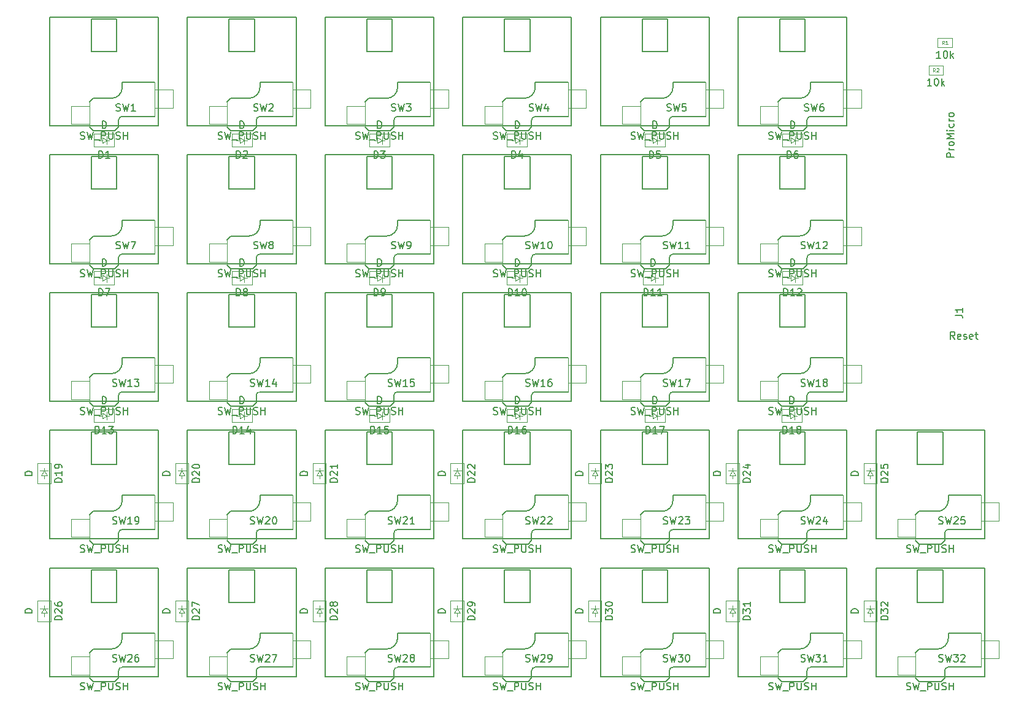
<source format=gbr>
G04 #@! TF.GenerationSoftware,KiCad,Pcbnew,(5.1.10)-1*
G04 #@! TF.CreationDate,2021-12-24T23:35:28+01:00*
G04 #@! TF.ProjectId,helixhschoc,68656c69-7868-4736-9368-6f632e6b6963,rev?*
G04 #@! TF.SameCoordinates,Original*
G04 #@! TF.FileFunction,Other,Fab,Top*
%FSLAX46Y46*%
G04 Gerber Fmt 4.6, Leading zero omitted, Abs format (unit mm)*
G04 Created by KiCad (PCBNEW (5.1.10)-1) date 2021-12-24 23:35:28*
%MOMM*%
%LPD*%
G01*
G04 APERTURE LIST*
%ADD10C,0.120000*%
%ADD11C,0.150000*%
%ADD12C,0.100000*%
%ADD13C,0.080000*%
G04 APERTURE END LIST*
D10*
X210930540Y-134677540D02*
X208430540Y-134677540D01*
X199430540Y-136927540D02*
X196930540Y-136927540D01*
X196930540Y-136927540D02*
X196930540Y-139427540D01*
X196930540Y-139427540D02*
X199430540Y-139427540D01*
X210930540Y-137177540D02*
X210930540Y-134677540D01*
X199430540Y-136427540D02*
X199430540Y-139877540D01*
D11*
X203930540Y-134377540D02*
X203930540Y-133677540D01*
X203930540Y-133677540D02*
X208430540Y-133677540D01*
X202930540Y-140377540D02*
X203430540Y-139877540D01*
X203430540Y-138877540D02*
X203430540Y-139877540D01*
X208430540Y-138377540D02*
X203930540Y-138377540D01*
X199430540Y-136377540D02*
X199930540Y-135877540D01*
X199930540Y-135877540D02*
X202430540Y-135877540D01*
X199430540Y-139877540D02*
X199930540Y-140377540D01*
X199930540Y-140377540D02*
X202930540Y-140377540D01*
D10*
X208430540Y-133677540D02*
X208430540Y-138377540D01*
X208430540Y-137177540D02*
X210930540Y-137177540D01*
D11*
X193930540Y-124677540D02*
X208930540Y-124677540D01*
X208930540Y-124677540D02*
X208930540Y-139677540D01*
X208930540Y-139677540D02*
X193930540Y-139677540D01*
X193930540Y-139677540D02*
X193930540Y-124677540D01*
X202430540Y-135877540D02*
G75*
G03*
X203930540Y-134377540I0J1500000D01*
G01*
X203930540Y-138377540D02*
G75*
G03*
X203430540Y-138877540I0J-500000D01*
G01*
D10*
X191930540Y-134677540D02*
X189430540Y-134677540D01*
X180430540Y-136927540D02*
X177930540Y-136927540D01*
X177930540Y-136927540D02*
X177930540Y-139427540D01*
X177930540Y-139427540D02*
X180430540Y-139427540D01*
X191930540Y-137177540D02*
X191930540Y-134677540D01*
X180430540Y-136427540D02*
X180430540Y-139877540D01*
D11*
X184930540Y-134377540D02*
X184930540Y-133677540D01*
X184930540Y-133677540D02*
X189430540Y-133677540D01*
X183930540Y-140377540D02*
X184430540Y-139877540D01*
X184430540Y-138877540D02*
X184430540Y-139877540D01*
X189430540Y-138377540D02*
X184930540Y-138377540D01*
X180430540Y-136377540D02*
X180930540Y-135877540D01*
X180930540Y-135877540D02*
X183430540Y-135877540D01*
X180430540Y-139877540D02*
X180930540Y-140377540D01*
X180930540Y-140377540D02*
X183930540Y-140377540D01*
D10*
X189430540Y-133677540D02*
X189430540Y-138377540D01*
X189430540Y-137177540D02*
X191930540Y-137177540D01*
D11*
X174930540Y-124677540D02*
X189930540Y-124677540D01*
X189930540Y-124677540D02*
X189930540Y-139677540D01*
X189930540Y-139677540D02*
X174930540Y-139677540D01*
X174930540Y-139677540D02*
X174930540Y-124677540D01*
X183430540Y-135877540D02*
G75*
G03*
X184930540Y-134377540I0J1500000D01*
G01*
X184930540Y-138377540D02*
G75*
G03*
X184430540Y-138877540I0J-500000D01*
G01*
D10*
X172930540Y-134677540D02*
X170430540Y-134677540D01*
X161430540Y-136927540D02*
X158930540Y-136927540D01*
X158930540Y-136927540D02*
X158930540Y-139427540D01*
X158930540Y-139427540D02*
X161430540Y-139427540D01*
X172930540Y-137177540D02*
X172930540Y-134677540D01*
X161430540Y-136427540D02*
X161430540Y-139877540D01*
D11*
X165930540Y-134377540D02*
X165930540Y-133677540D01*
X165930540Y-133677540D02*
X170430540Y-133677540D01*
X164930540Y-140377540D02*
X165430540Y-139877540D01*
X165430540Y-138877540D02*
X165430540Y-139877540D01*
X170430540Y-138377540D02*
X165930540Y-138377540D01*
X161430540Y-136377540D02*
X161930540Y-135877540D01*
X161930540Y-135877540D02*
X164430540Y-135877540D01*
X161430540Y-139877540D02*
X161930540Y-140377540D01*
X161930540Y-140377540D02*
X164930540Y-140377540D01*
D10*
X170430540Y-133677540D02*
X170430540Y-138377540D01*
X170430540Y-137177540D02*
X172930540Y-137177540D01*
D11*
X155930540Y-124677540D02*
X170930540Y-124677540D01*
X170930540Y-124677540D02*
X170930540Y-139677540D01*
X170930540Y-139677540D02*
X155930540Y-139677540D01*
X155930540Y-139677540D02*
X155930540Y-124677540D01*
X164430540Y-135877540D02*
G75*
G03*
X165930540Y-134377540I0J1500000D01*
G01*
X165930540Y-138377540D02*
G75*
G03*
X165430540Y-138877540I0J-500000D01*
G01*
D10*
X153930540Y-134677540D02*
X151430540Y-134677540D01*
X142430540Y-136927540D02*
X139930540Y-136927540D01*
X139930540Y-136927540D02*
X139930540Y-139427540D01*
X139930540Y-139427540D02*
X142430540Y-139427540D01*
X153930540Y-137177540D02*
X153930540Y-134677540D01*
X142430540Y-136427540D02*
X142430540Y-139877540D01*
D11*
X146930540Y-134377540D02*
X146930540Y-133677540D01*
X146930540Y-133677540D02*
X151430540Y-133677540D01*
X145930540Y-140377540D02*
X146430540Y-139877540D01*
X146430540Y-138877540D02*
X146430540Y-139877540D01*
X151430540Y-138377540D02*
X146930540Y-138377540D01*
X142430540Y-136377540D02*
X142930540Y-135877540D01*
X142930540Y-135877540D02*
X145430540Y-135877540D01*
X142430540Y-139877540D02*
X142930540Y-140377540D01*
X142930540Y-140377540D02*
X145930540Y-140377540D01*
D10*
X151430540Y-133677540D02*
X151430540Y-138377540D01*
X151430540Y-137177540D02*
X153930540Y-137177540D01*
D11*
X136930540Y-124677540D02*
X151930540Y-124677540D01*
X151930540Y-124677540D02*
X151930540Y-139677540D01*
X151930540Y-139677540D02*
X136930540Y-139677540D01*
X136930540Y-139677540D02*
X136930540Y-124677540D01*
X145430540Y-135877540D02*
G75*
G03*
X146930540Y-134377540I0J1500000D01*
G01*
X146930540Y-138377540D02*
G75*
G03*
X146430540Y-138877540I0J-500000D01*
G01*
D10*
X134930540Y-134677540D02*
X132430540Y-134677540D01*
X123430540Y-136927540D02*
X120930540Y-136927540D01*
X120930540Y-136927540D02*
X120930540Y-139427540D01*
X120930540Y-139427540D02*
X123430540Y-139427540D01*
X134930540Y-137177540D02*
X134930540Y-134677540D01*
X123430540Y-136427540D02*
X123430540Y-139877540D01*
D11*
X127930540Y-134377540D02*
X127930540Y-133677540D01*
X127930540Y-133677540D02*
X132430540Y-133677540D01*
X126930540Y-140377540D02*
X127430540Y-139877540D01*
X127430540Y-138877540D02*
X127430540Y-139877540D01*
X132430540Y-138377540D02*
X127930540Y-138377540D01*
X123430540Y-136377540D02*
X123930540Y-135877540D01*
X123930540Y-135877540D02*
X126430540Y-135877540D01*
X123430540Y-139877540D02*
X123930540Y-140377540D01*
X123930540Y-140377540D02*
X126930540Y-140377540D01*
D10*
X132430540Y-133677540D02*
X132430540Y-138377540D01*
X132430540Y-137177540D02*
X134930540Y-137177540D01*
D11*
X117930540Y-124677540D02*
X132930540Y-124677540D01*
X132930540Y-124677540D02*
X132930540Y-139677540D01*
X132930540Y-139677540D02*
X117930540Y-139677540D01*
X117930540Y-139677540D02*
X117930540Y-124677540D01*
X126430540Y-135877540D02*
G75*
G03*
X127930540Y-134377540I0J1500000D01*
G01*
X127930540Y-138377540D02*
G75*
G03*
X127430540Y-138877540I0J-500000D01*
G01*
D10*
X115930540Y-134677540D02*
X113430540Y-134677540D01*
X104430540Y-136927540D02*
X101930540Y-136927540D01*
X101930540Y-136927540D02*
X101930540Y-139427540D01*
X101930540Y-139427540D02*
X104430540Y-139427540D01*
X115930540Y-137177540D02*
X115930540Y-134677540D01*
X104430540Y-136427540D02*
X104430540Y-139877540D01*
D11*
X108930540Y-134377540D02*
X108930540Y-133677540D01*
X108930540Y-133677540D02*
X113430540Y-133677540D01*
X107930540Y-140377540D02*
X108430540Y-139877540D01*
X108430540Y-138877540D02*
X108430540Y-139877540D01*
X113430540Y-138377540D02*
X108930540Y-138377540D01*
X104430540Y-136377540D02*
X104930540Y-135877540D01*
X104930540Y-135877540D02*
X107430540Y-135877540D01*
X104430540Y-139877540D02*
X104930540Y-140377540D01*
X104930540Y-140377540D02*
X107930540Y-140377540D01*
D10*
X113430540Y-133677540D02*
X113430540Y-138377540D01*
X113430540Y-137177540D02*
X115930540Y-137177540D01*
D11*
X98930540Y-124677540D02*
X113930540Y-124677540D01*
X113930540Y-124677540D02*
X113930540Y-139677540D01*
X113930540Y-139677540D02*
X98930540Y-139677540D01*
X98930540Y-139677540D02*
X98930540Y-124677540D01*
X107430540Y-135877540D02*
G75*
G03*
X108930540Y-134377540I0J1500000D01*
G01*
X108930540Y-138377540D02*
G75*
G03*
X108430540Y-138877540I0J-500000D01*
G01*
D10*
X96930540Y-134677540D02*
X94430540Y-134677540D01*
X85430540Y-136927540D02*
X82930540Y-136927540D01*
X82930540Y-136927540D02*
X82930540Y-139427540D01*
X82930540Y-139427540D02*
X85430540Y-139427540D01*
X96930540Y-137177540D02*
X96930540Y-134677540D01*
X85430540Y-136427540D02*
X85430540Y-139877540D01*
D11*
X89930540Y-134377540D02*
X89930540Y-133677540D01*
X89930540Y-133677540D02*
X94430540Y-133677540D01*
X88930540Y-140377540D02*
X89430540Y-139877540D01*
X89430540Y-138877540D02*
X89430540Y-139877540D01*
X94430540Y-138377540D02*
X89930540Y-138377540D01*
X85430540Y-136377540D02*
X85930540Y-135877540D01*
X85930540Y-135877540D02*
X88430540Y-135877540D01*
X85430540Y-139877540D02*
X85930540Y-140377540D01*
X85930540Y-140377540D02*
X88930540Y-140377540D01*
D10*
X94430540Y-133677540D02*
X94430540Y-138377540D01*
X94430540Y-137177540D02*
X96930540Y-137177540D01*
D11*
X79930540Y-124677540D02*
X94930540Y-124677540D01*
X94930540Y-124677540D02*
X94930540Y-139677540D01*
X94930540Y-139677540D02*
X79930540Y-139677540D01*
X79930540Y-139677540D02*
X79930540Y-124677540D01*
X88430540Y-135877540D02*
G75*
G03*
X89930540Y-134377540I0J1500000D01*
G01*
X89930540Y-138377540D02*
G75*
G03*
X89430540Y-138877540I0J-500000D01*
G01*
D10*
X210930540Y-115677540D02*
X208430540Y-115677540D01*
X199430540Y-117927540D02*
X196930540Y-117927540D01*
X196930540Y-117927540D02*
X196930540Y-120427540D01*
X196930540Y-120427540D02*
X199430540Y-120427540D01*
X210930540Y-118177540D02*
X210930540Y-115677540D01*
X199430540Y-117427540D02*
X199430540Y-120877540D01*
D11*
X203930540Y-115377540D02*
X203930540Y-114677540D01*
X203930540Y-114677540D02*
X208430540Y-114677540D01*
X202930540Y-121377540D02*
X203430540Y-120877540D01*
X203430540Y-119877540D02*
X203430540Y-120877540D01*
X208430540Y-119377540D02*
X203930540Y-119377540D01*
X199430540Y-117377540D02*
X199930540Y-116877540D01*
X199930540Y-116877540D02*
X202430540Y-116877540D01*
X199430540Y-120877540D02*
X199930540Y-121377540D01*
X199930540Y-121377540D02*
X202930540Y-121377540D01*
D10*
X208430540Y-114677540D02*
X208430540Y-119377540D01*
X208430540Y-118177540D02*
X210930540Y-118177540D01*
D11*
X193930540Y-105677540D02*
X208930540Y-105677540D01*
X208930540Y-105677540D02*
X208930540Y-120677540D01*
X208930540Y-120677540D02*
X193930540Y-120677540D01*
X193930540Y-120677540D02*
X193930540Y-105677540D01*
X202430540Y-116877540D02*
G75*
G03*
X203930540Y-115377540I0J1500000D01*
G01*
X203930540Y-119377540D02*
G75*
G03*
X203430540Y-119877540I0J-500000D01*
G01*
D10*
X191930540Y-115677540D02*
X189430540Y-115677540D01*
X180430540Y-117927540D02*
X177930540Y-117927540D01*
X177930540Y-117927540D02*
X177930540Y-120427540D01*
X177930540Y-120427540D02*
X180430540Y-120427540D01*
X191930540Y-118177540D02*
X191930540Y-115677540D01*
X180430540Y-117427540D02*
X180430540Y-120877540D01*
D11*
X184930540Y-115377540D02*
X184930540Y-114677540D01*
X184930540Y-114677540D02*
X189430540Y-114677540D01*
X183930540Y-121377540D02*
X184430540Y-120877540D01*
X184430540Y-119877540D02*
X184430540Y-120877540D01*
X189430540Y-119377540D02*
X184930540Y-119377540D01*
X180430540Y-117377540D02*
X180930540Y-116877540D01*
X180930540Y-116877540D02*
X183430540Y-116877540D01*
X180430540Y-120877540D02*
X180930540Y-121377540D01*
X180930540Y-121377540D02*
X183930540Y-121377540D01*
D10*
X189430540Y-114677540D02*
X189430540Y-119377540D01*
X189430540Y-118177540D02*
X191930540Y-118177540D01*
D11*
X174930540Y-105677540D02*
X189930540Y-105677540D01*
X189930540Y-105677540D02*
X189930540Y-120677540D01*
X189930540Y-120677540D02*
X174930540Y-120677540D01*
X174930540Y-120677540D02*
X174930540Y-105677540D01*
X183430540Y-116877540D02*
G75*
G03*
X184930540Y-115377540I0J1500000D01*
G01*
X184930540Y-119377540D02*
G75*
G03*
X184430540Y-119877540I0J-500000D01*
G01*
D10*
X172930540Y-115677540D02*
X170430540Y-115677540D01*
X161430540Y-117927540D02*
X158930540Y-117927540D01*
X158930540Y-117927540D02*
X158930540Y-120427540D01*
X158930540Y-120427540D02*
X161430540Y-120427540D01*
X172930540Y-118177540D02*
X172930540Y-115677540D01*
X161430540Y-117427540D02*
X161430540Y-120877540D01*
D11*
X165930540Y-115377540D02*
X165930540Y-114677540D01*
X165930540Y-114677540D02*
X170430540Y-114677540D01*
X164930540Y-121377540D02*
X165430540Y-120877540D01*
X165430540Y-119877540D02*
X165430540Y-120877540D01*
X170430540Y-119377540D02*
X165930540Y-119377540D01*
X161430540Y-117377540D02*
X161930540Y-116877540D01*
X161930540Y-116877540D02*
X164430540Y-116877540D01*
X161430540Y-120877540D02*
X161930540Y-121377540D01*
X161930540Y-121377540D02*
X164930540Y-121377540D01*
D10*
X170430540Y-114677540D02*
X170430540Y-119377540D01*
X170430540Y-118177540D02*
X172930540Y-118177540D01*
D11*
X155930540Y-105677540D02*
X170930540Y-105677540D01*
X170930540Y-105677540D02*
X170930540Y-120677540D01*
X170930540Y-120677540D02*
X155930540Y-120677540D01*
X155930540Y-120677540D02*
X155930540Y-105677540D01*
X164430540Y-116877540D02*
G75*
G03*
X165930540Y-115377540I0J1500000D01*
G01*
X165930540Y-119377540D02*
G75*
G03*
X165430540Y-119877540I0J-500000D01*
G01*
D10*
X153930540Y-115677540D02*
X151430540Y-115677540D01*
X142430540Y-117927540D02*
X139930540Y-117927540D01*
X139930540Y-117927540D02*
X139930540Y-120427540D01*
X139930540Y-120427540D02*
X142430540Y-120427540D01*
X153930540Y-118177540D02*
X153930540Y-115677540D01*
X142430540Y-117427540D02*
X142430540Y-120877540D01*
D11*
X146930540Y-115377540D02*
X146930540Y-114677540D01*
X146930540Y-114677540D02*
X151430540Y-114677540D01*
X145930540Y-121377540D02*
X146430540Y-120877540D01*
X146430540Y-119877540D02*
X146430540Y-120877540D01*
X151430540Y-119377540D02*
X146930540Y-119377540D01*
X142430540Y-117377540D02*
X142930540Y-116877540D01*
X142930540Y-116877540D02*
X145430540Y-116877540D01*
X142430540Y-120877540D02*
X142930540Y-121377540D01*
X142930540Y-121377540D02*
X145930540Y-121377540D01*
D10*
X151430540Y-114677540D02*
X151430540Y-119377540D01*
X151430540Y-118177540D02*
X153930540Y-118177540D01*
D11*
X136930540Y-105677540D02*
X151930540Y-105677540D01*
X151930540Y-105677540D02*
X151930540Y-120677540D01*
X151930540Y-120677540D02*
X136930540Y-120677540D01*
X136930540Y-120677540D02*
X136930540Y-105677540D01*
X145430540Y-116877540D02*
G75*
G03*
X146930540Y-115377540I0J1500000D01*
G01*
X146930540Y-119377540D02*
G75*
G03*
X146430540Y-119877540I0J-500000D01*
G01*
D10*
X134930540Y-115677540D02*
X132430540Y-115677540D01*
X123430540Y-117927540D02*
X120930540Y-117927540D01*
X120930540Y-117927540D02*
X120930540Y-120427540D01*
X120930540Y-120427540D02*
X123430540Y-120427540D01*
X134930540Y-118177540D02*
X134930540Y-115677540D01*
X123430540Y-117427540D02*
X123430540Y-120877540D01*
D11*
X127930540Y-115377540D02*
X127930540Y-114677540D01*
X127930540Y-114677540D02*
X132430540Y-114677540D01*
X126930540Y-121377540D02*
X127430540Y-120877540D01*
X127430540Y-119877540D02*
X127430540Y-120877540D01*
X132430540Y-119377540D02*
X127930540Y-119377540D01*
X123430540Y-117377540D02*
X123930540Y-116877540D01*
X123930540Y-116877540D02*
X126430540Y-116877540D01*
X123430540Y-120877540D02*
X123930540Y-121377540D01*
X123930540Y-121377540D02*
X126930540Y-121377540D01*
D10*
X132430540Y-114677540D02*
X132430540Y-119377540D01*
X132430540Y-118177540D02*
X134930540Y-118177540D01*
D11*
X117930540Y-105677540D02*
X132930540Y-105677540D01*
X132930540Y-105677540D02*
X132930540Y-120677540D01*
X132930540Y-120677540D02*
X117930540Y-120677540D01*
X117930540Y-120677540D02*
X117930540Y-105677540D01*
X126430540Y-116877540D02*
G75*
G03*
X127930540Y-115377540I0J1500000D01*
G01*
X127930540Y-119377540D02*
G75*
G03*
X127430540Y-119877540I0J-500000D01*
G01*
D10*
X115930540Y-115677540D02*
X113430540Y-115677540D01*
X104430540Y-117927540D02*
X101930540Y-117927540D01*
X101930540Y-117927540D02*
X101930540Y-120427540D01*
X101930540Y-120427540D02*
X104430540Y-120427540D01*
X115930540Y-118177540D02*
X115930540Y-115677540D01*
X104430540Y-117427540D02*
X104430540Y-120877540D01*
D11*
X108930540Y-115377540D02*
X108930540Y-114677540D01*
X108930540Y-114677540D02*
X113430540Y-114677540D01*
X107930540Y-121377540D02*
X108430540Y-120877540D01*
X108430540Y-119877540D02*
X108430540Y-120877540D01*
X113430540Y-119377540D02*
X108930540Y-119377540D01*
X104430540Y-117377540D02*
X104930540Y-116877540D01*
X104930540Y-116877540D02*
X107430540Y-116877540D01*
X104430540Y-120877540D02*
X104930540Y-121377540D01*
X104930540Y-121377540D02*
X107930540Y-121377540D01*
D10*
X113430540Y-114677540D02*
X113430540Y-119377540D01*
X113430540Y-118177540D02*
X115930540Y-118177540D01*
D11*
X98930540Y-105677540D02*
X113930540Y-105677540D01*
X113930540Y-105677540D02*
X113930540Y-120677540D01*
X113930540Y-120677540D02*
X98930540Y-120677540D01*
X98930540Y-120677540D02*
X98930540Y-105677540D01*
X107430540Y-116877540D02*
G75*
G03*
X108930540Y-115377540I0J1500000D01*
G01*
X108930540Y-119377540D02*
G75*
G03*
X108430540Y-119877540I0J-500000D01*
G01*
D10*
X96930540Y-115677540D02*
X94430540Y-115677540D01*
X85430540Y-117927540D02*
X82930540Y-117927540D01*
X82930540Y-117927540D02*
X82930540Y-120427540D01*
X82930540Y-120427540D02*
X85430540Y-120427540D01*
X96930540Y-118177540D02*
X96930540Y-115677540D01*
X85430540Y-117427540D02*
X85430540Y-120877540D01*
D11*
X89930540Y-115377540D02*
X89930540Y-114677540D01*
X89930540Y-114677540D02*
X94430540Y-114677540D01*
X88930540Y-121377540D02*
X89430540Y-120877540D01*
X89430540Y-119877540D02*
X89430540Y-120877540D01*
X94430540Y-119377540D02*
X89930540Y-119377540D01*
X85430540Y-117377540D02*
X85930540Y-116877540D01*
X85930540Y-116877540D02*
X88430540Y-116877540D01*
X85430540Y-120877540D02*
X85930540Y-121377540D01*
X85930540Y-121377540D02*
X88930540Y-121377540D01*
D10*
X94430540Y-114677540D02*
X94430540Y-119377540D01*
X94430540Y-118177540D02*
X96930540Y-118177540D01*
D11*
X79930540Y-105677540D02*
X94930540Y-105677540D01*
X94930540Y-105677540D02*
X94930540Y-120677540D01*
X94930540Y-120677540D02*
X79930540Y-120677540D01*
X79930540Y-120677540D02*
X79930540Y-105677540D01*
X88430540Y-116877540D02*
G75*
G03*
X89930540Y-115377540I0J1500000D01*
G01*
X89930540Y-119377540D02*
G75*
G03*
X89430540Y-119877540I0J-500000D01*
G01*
D10*
X191930540Y-96677540D02*
X189430540Y-96677540D01*
X180430540Y-98927540D02*
X177930540Y-98927540D01*
X177930540Y-98927540D02*
X177930540Y-101427540D01*
X177930540Y-101427540D02*
X180430540Y-101427540D01*
X191930540Y-99177540D02*
X191930540Y-96677540D01*
X180430540Y-98427540D02*
X180430540Y-101877540D01*
D11*
X184930540Y-96377540D02*
X184930540Y-95677540D01*
X184930540Y-95677540D02*
X189430540Y-95677540D01*
X183930540Y-102377540D02*
X184430540Y-101877540D01*
X184430540Y-100877540D02*
X184430540Y-101877540D01*
X189430540Y-100377540D02*
X184930540Y-100377540D01*
X180430540Y-98377540D02*
X180930540Y-97877540D01*
X180930540Y-97877540D02*
X183430540Y-97877540D01*
X180430540Y-101877540D02*
X180930540Y-102377540D01*
X180930540Y-102377540D02*
X183930540Y-102377540D01*
D10*
X189430540Y-95677540D02*
X189430540Y-100377540D01*
X189430540Y-99177540D02*
X191930540Y-99177540D01*
D11*
X174930540Y-86677540D02*
X189930540Y-86677540D01*
X189930540Y-86677540D02*
X189930540Y-101677540D01*
X189930540Y-101677540D02*
X174930540Y-101677540D01*
X174930540Y-101677540D02*
X174930540Y-86677540D01*
X183430540Y-97877540D02*
G75*
G03*
X184930540Y-96377540I0J1500000D01*
G01*
X184930540Y-100377540D02*
G75*
G03*
X184430540Y-100877540I0J-500000D01*
G01*
D10*
X172930540Y-96677540D02*
X170430540Y-96677540D01*
X161430540Y-98927540D02*
X158930540Y-98927540D01*
X158930540Y-98927540D02*
X158930540Y-101427540D01*
X158930540Y-101427540D02*
X161430540Y-101427540D01*
X172930540Y-99177540D02*
X172930540Y-96677540D01*
X161430540Y-98427540D02*
X161430540Y-101877540D01*
D11*
X165930540Y-96377540D02*
X165930540Y-95677540D01*
X165930540Y-95677540D02*
X170430540Y-95677540D01*
X164930540Y-102377540D02*
X165430540Y-101877540D01*
X165430540Y-100877540D02*
X165430540Y-101877540D01*
X170430540Y-100377540D02*
X165930540Y-100377540D01*
X161430540Y-98377540D02*
X161930540Y-97877540D01*
X161930540Y-97877540D02*
X164430540Y-97877540D01*
X161430540Y-101877540D02*
X161930540Y-102377540D01*
X161930540Y-102377540D02*
X164930540Y-102377540D01*
D10*
X170430540Y-95677540D02*
X170430540Y-100377540D01*
X170430540Y-99177540D02*
X172930540Y-99177540D01*
D11*
X155930540Y-86677540D02*
X170930540Y-86677540D01*
X170930540Y-86677540D02*
X170930540Y-101677540D01*
X170930540Y-101677540D02*
X155930540Y-101677540D01*
X155930540Y-101677540D02*
X155930540Y-86677540D01*
X164430540Y-97877540D02*
G75*
G03*
X165930540Y-96377540I0J1500000D01*
G01*
X165930540Y-100377540D02*
G75*
G03*
X165430540Y-100877540I0J-500000D01*
G01*
D10*
X153930540Y-96677540D02*
X151430540Y-96677540D01*
X142430540Y-98927540D02*
X139930540Y-98927540D01*
X139930540Y-98927540D02*
X139930540Y-101427540D01*
X139930540Y-101427540D02*
X142430540Y-101427540D01*
X153930540Y-99177540D02*
X153930540Y-96677540D01*
X142430540Y-98427540D02*
X142430540Y-101877540D01*
D11*
X146930540Y-96377540D02*
X146930540Y-95677540D01*
X146930540Y-95677540D02*
X151430540Y-95677540D01*
X145930540Y-102377540D02*
X146430540Y-101877540D01*
X146430540Y-100877540D02*
X146430540Y-101877540D01*
X151430540Y-100377540D02*
X146930540Y-100377540D01*
X142430540Y-98377540D02*
X142930540Y-97877540D01*
X142930540Y-97877540D02*
X145430540Y-97877540D01*
X142430540Y-101877540D02*
X142930540Y-102377540D01*
X142930540Y-102377540D02*
X145930540Y-102377540D01*
D10*
X151430540Y-95677540D02*
X151430540Y-100377540D01*
X151430540Y-99177540D02*
X153930540Y-99177540D01*
D11*
X136930540Y-86677540D02*
X151930540Y-86677540D01*
X151930540Y-86677540D02*
X151930540Y-101677540D01*
X151930540Y-101677540D02*
X136930540Y-101677540D01*
X136930540Y-101677540D02*
X136930540Y-86677540D01*
X145430540Y-97877540D02*
G75*
G03*
X146930540Y-96377540I0J1500000D01*
G01*
X146930540Y-100377540D02*
G75*
G03*
X146430540Y-100877540I0J-500000D01*
G01*
D10*
X134930540Y-96677540D02*
X132430540Y-96677540D01*
X123430540Y-98927540D02*
X120930540Y-98927540D01*
X120930540Y-98927540D02*
X120930540Y-101427540D01*
X120930540Y-101427540D02*
X123430540Y-101427540D01*
X134930540Y-99177540D02*
X134930540Y-96677540D01*
X123430540Y-98427540D02*
X123430540Y-101877540D01*
D11*
X127930540Y-96377540D02*
X127930540Y-95677540D01*
X127930540Y-95677540D02*
X132430540Y-95677540D01*
X126930540Y-102377540D02*
X127430540Y-101877540D01*
X127430540Y-100877540D02*
X127430540Y-101877540D01*
X132430540Y-100377540D02*
X127930540Y-100377540D01*
X123430540Y-98377540D02*
X123930540Y-97877540D01*
X123930540Y-97877540D02*
X126430540Y-97877540D01*
X123430540Y-101877540D02*
X123930540Y-102377540D01*
X123930540Y-102377540D02*
X126930540Y-102377540D01*
D10*
X132430540Y-95677540D02*
X132430540Y-100377540D01*
X132430540Y-99177540D02*
X134930540Y-99177540D01*
D11*
X117930540Y-86677540D02*
X132930540Y-86677540D01*
X132930540Y-86677540D02*
X132930540Y-101677540D01*
X132930540Y-101677540D02*
X117930540Y-101677540D01*
X117930540Y-101677540D02*
X117930540Y-86677540D01*
X126430540Y-97877540D02*
G75*
G03*
X127930540Y-96377540I0J1500000D01*
G01*
X127930540Y-100377540D02*
G75*
G03*
X127430540Y-100877540I0J-500000D01*
G01*
D10*
X115930540Y-96677540D02*
X113430540Y-96677540D01*
X104430540Y-98927540D02*
X101930540Y-98927540D01*
X101930540Y-98927540D02*
X101930540Y-101427540D01*
X101930540Y-101427540D02*
X104430540Y-101427540D01*
X115930540Y-99177540D02*
X115930540Y-96677540D01*
X104430540Y-98427540D02*
X104430540Y-101877540D01*
D11*
X108930540Y-96377540D02*
X108930540Y-95677540D01*
X108930540Y-95677540D02*
X113430540Y-95677540D01*
X107930540Y-102377540D02*
X108430540Y-101877540D01*
X108430540Y-100877540D02*
X108430540Y-101877540D01*
X113430540Y-100377540D02*
X108930540Y-100377540D01*
X104430540Y-98377540D02*
X104930540Y-97877540D01*
X104930540Y-97877540D02*
X107430540Y-97877540D01*
X104430540Y-101877540D02*
X104930540Y-102377540D01*
X104930540Y-102377540D02*
X107930540Y-102377540D01*
D10*
X113430540Y-95677540D02*
X113430540Y-100377540D01*
X113430540Y-99177540D02*
X115930540Y-99177540D01*
D11*
X98930540Y-86677540D02*
X113930540Y-86677540D01*
X113930540Y-86677540D02*
X113930540Y-101677540D01*
X113930540Y-101677540D02*
X98930540Y-101677540D01*
X98930540Y-101677540D02*
X98930540Y-86677540D01*
X107430540Y-97877540D02*
G75*
G03*
X108930540Y-96377540I0J1500000D01*
G01*
X108930540Y-100377540D02*
G75*
G03*
X108430540Y-100877540I0J-500000D01*
G01*
D10*
X96930540Y-96677540D02*
X94430540Y-96677540D01*
X85430540Y-98927540D02*
X82930540Y-98927540D01*
X82930540Y-98927540D02*
X82930540Y-101427540D01*
X82930540Y-101427540D02*
X85430540Y-101427540D01*
X96930540Y-99177540D02*
X96930540Y-96677540D01*
X85430540Y-98427540D02*
X85430540Y-101877540D01*
D11*
X89930540Y-96377540D02*
X89930540Y-95677540D01*
X89930540Y-95677540D02*
X94430540Y-95677540D01*
X88930540Y-102377540D02*
X89430540Y-101877540D01*
X89430540Y-100877540D02*
X89430540Y-101877540D01*
X94430540Y-100377540D02*
X89930540Y-100377540D01*
X85430540Y-98377540D02*
X85930540Y-97877540D01*
X85930540Y-97877540D02*
X88430540Y-97877540D01*
X85430540Y-101877540D02*
X85930540Y-102377540D01*
X85930540Y-102377540D02*
X88930540Y-102377540D01*
D10*
X94430540Y-95677540D02*
X94430540Y-100377540D01*
X94430540Y-99177540D02*
X96930540Y-99177540D01*
D11*
X79930540Y-86677540D02*
X94930540Y-86677540D01*
X94930540Y-86677540D02*
X94930540Y-101677540D01*
X94930540Y-101677540D02*
X79930540Y-101677540D01*
X79930540Y-101677540D02*
X79930540Y-86677540D01*
X88430540Y-97877540D02*
G75*
G03*
X89930540Y-96377540I0J1500000D01*
G01*
X89930540Y-100377540D02*
G75*
G03*
X89430540Y-100877540I0J-500000D01*
G01*
D10*
X191930540Y-77677540D02*
X189430540Y-77677540D01*
X180430540Y-79927540D02*
X177930540Y-79927540D01*
X177930540Y-79927540D02*
X177930540Y-82427540D01*
X177930540Y-82427540D02*
X180430540Y-82427540D01*
X191930540Y-80177540D02*
X191930540Y-77677540D01*
X180430540Y-79427540D02*
X180430540Y-82877540D01*
D11*
X184930540Y-77377540D02*
X184930540Y-76677540D01*
X184930540Y-76677540D02*
X189430540Y-76677540D01*
X183930540Y-83377540D02*
X184430540Y-82877540D01*
X184430540Y-81877540D02*
X184430540Y-82877540D01*
X189430540Y-81377540D02*
X184930540Y-81377540D01*
X180430540Y-79377540D02*
X180930540Y-78877540D01*
X180930540Y-78877540D02*
X183430540Y-78877540D01*
X180430540Y-82877540D02*
X180930540Y-83377540D01*
X180930540Y-83377540D02*
X183930540Y-83377540D01*
D10*
X189430540Y-76677540D02*
X189430540Y-81377540D01*
X189430540Y-80177540D02*
X191930540Y-80177540D01*
D11*
X174930540Y-67677540D02*
X189930540Y-67677540D01*
X189930540Y-67677540D02*
X189930540Y-82677540D01*
X189930540Y-82677540D02*
X174930540Y-82677540D01*
X174930540Y-82677540D02*
X174930540Y-67677540D01*
X183430540Y-78877540D02*
G75*
G03*
X184930540Y-77377540I0J1500000D01*
G01*
X184930540Y-81377540D02*
G75*
G03*
X184430540Y-81877540I0J-500000D01*
G01*
D10*
X172930540Y-77677540D02*
X170430540Y-77677540D01*
X161430540Y-79927540D02*
X158930540Y-79927540D01*
X158930540Y-79927540D02*
X158930540Y-82427540D01*
X158930540Y-82427540D02*
X161430540Y-82427540D01*
X172930540Y-80177540D02*
X172930540Y-77677540D01*
X161430540Y-79427540D02*
X161430540Y-82877540D01*
D11*
X165930540Y-77377540D02*
X165930540Y-76677540D01*
X165930540Y-76677540D02*
X170430540Y-76677540D01*
X164930540Y-83377540D02*
X165430540Y-82877540D01*
X165430540Y-81877540D02*
X165430540Y-82877540D01*
X170430540Y-81377540D02*
X165930540Y-81377540D01*
X161430540Y-79377540D02*
X161930540Y-78877540D01*
X161930540Y-78877540D02*
X164430540Y-78877540D01*
X161430540Y-82877540D02*
X161930540Y-83377540D01*
X161930540Y-83377540D02*
X164930540Y-83377540D01*
D10*
X170430540Y-76677540D02*
X170430540Y-81377540D01*
X170430540Y-80177540D02*
X172930540Y-80177540D01*
D11*
X155930540Y-67677540D02*
X170930540Y-67677540D01*
X170930540Y-67677540D02*
X170930540Y-82677540D01*
X170930540Y-82677540D02*
X155930540Y-82677540D01*
X155930540Y-82677540D02*
X155930540Y-67677540D01*
X164430540Y-78877540D02*
G75*
G03*
X165930540Y-77377540I0J1500000D01*
G01*
X165930540Y-81377540D02*
G75*
G03*
X165430540Y-81877540I0J-500000D01*
G01*
D10*
X153930540Y-77677540D02*
X151430540Y-77677540D01*
X142430540Y-79927540D02*
X139930540Y-79927540D01*
X139930540Y-79927540D02*
X139930540Y-82427540D01*
X139930540Y-82427540D02*
X142430540Y-82427540D01*
X153930540Y-80177540D02*
X153930540Y-77677540D01*
X142430540Y-79427540D02*
X142430540Y-82877540D01*
D11*
X146930540Y-77377540D02*
X146930540Y-76677540D01*
X146930540Y-76677540D02*
X151430540Y-76677540D01*
X145930540Y-83377540D02*
X146430540Y-82877540D01*
X146430540Y-81877540D02*
X146430540Y-82877540D01*
X151430540Y-81377540D02*
X146930540Y-81377540D01*
X142430540Y-79377540D02*
X142930540Y-78877540D01*
X142930540Y-78877540D02*
X145430540Y-78877540D01*
X142430540Y-82877540D02*
X142930540Y-83377540D01*
X142930540Y-83377540D02*
X145930540Y-83377540D01*
D10*
X151430540Y-76677540D02*
X151430540Y-81377540D01*
X151430540Y-80177540D02*
X153930540Y-80177540D01*
D11*
X136930540Y-67677540D02*
X151930540Y-67677540D01*
X151930540Y-67677540D02*
X151930540Y-82677540D01*
X151930540Y-82677540D02*
X136930540Y-82677540D01*
X136930540Y-82677540D02*
X136930540Y-67677540D01*
X145430540Y-78877540D02*
G75*
G03*
X146930540Y-77377540I0J1500000D01*
G01*
X146930540Y-81377540D02*
G75*
G03*
X146430540Y-81877540I0J-500000D01*
G01*
D10*
X134930540Y-77677540D02*
X132430540Y-77677540D01*
X123430540Y-79927540D02*
X120930540Y-79927540D01*
X120930540Y-79927540D02*
X120930540Y-82427540D01*
X120930540Y-82427540D02*
X123430540Y-82427540D01*
X134930540Y-80177540D02*
X134930540Y-77677540D01*
X123430540Y-79427540D02*
X123430540Y-82877540D01*
D11*
X127930540Y-77377540D02*
X127930540Y-76677540D01*
X127930540Y-76677540D02*
X132430540Y-76677540D01*
X126930540Y-83377540D02*
X127430540Y-82877540D01*
X127430540Y-81877540D02*
X127430540Y-82877540D01*
X132430540Y-81377540D02*
X127930540Y-81377540D01*
X123430540Y-79377540D02*
X123930540Y-78877540D01*
X123930540Y-78877540D02*
X126430540Y-78877540D01*
X123430540Y-82877540D02*
X123930540Y-83377540D01*
X123930540Y-83377540D02*
X126930540Y-83377540D01*
D10*
X132430540Y-76677540D02*
X132430540Y-81377540D01*
X132430540Y-80177540D02*
X134930540Y-80177540D01*
D11*
X117930540Y-67677540D02*
X132930540Y-67677540D01*
X132930540Y-67677540D02*
X132930540Y-82677540D01*
X132930540Y-82677540D02*
X117930540Y-82677540D01*
X117930540Y-82677540D02*
X117930540Y-67677540D01*
X126430540Y-78877540D02*
G75*
G03*
X127930540Y-77377540I0J1500000D01*
G01*
X127930540Y-81377540D02*
G75*
G03*
X127430540Y-81877540I0J-500000D01*
G01*
D10*
X115930540Y-77677540D02*
X113430540Y-77677540D01*
X104430540Y-79927540D02*
X101930540Y-79927540D01*
X101930540Y-79927540D02*
X101930540Y-82427540D01*
X101930540Y-82427540D02*
X104430540Y-82427540D01*
X115930540Y-80177540D02*
X115930540Y-77677540D01*
X104430540Y-79427540D02*
X104430540Y-82877540D01*
D11*
X108930540Y-77377540D02*
X108930540Y-76677540D01*
X108930540Y-76677540D02*
X113430540Y-76677540D01*
X107930540Y-83377540D02*
X108430540Y-82877540D01*
X108430540Y-81877540D02*
X108430540Y-82877540D01*
X113430540Y-81377540D02*
X108930540Y-81377540D01*
X104430540Y-79377540D02*
X104930540Y-78877540D01*
X104930540Y-78877540D02*
X107430540Y-78877540D01*
X104430540Y-82877540D02*
X104930540Y-83377540D01*
X104930540Y-83377540D02*
X107930540Y-83377540D01*
D10*
X113430540Y-76677540D02*
X113430540Y-81377540D01*
X113430540Y-80177540D02*
X115930540Y-80177540D01*
D11*
X98930540Y-67677540D02*
X113930540Y-67677540D01*
X113930540Y-67677540D02*
X113930540Y-82677540D01*
X113930540Y-82677540D02*
X98930540Y-82677540D01*
X98930540Y-82677540D02*
X98930540Y-67677540D01*
X107430540Y-78877540D02*
G75*
G03*
X108930540Y-77377540I0J1500000D01*
G01*
X108930540Y-81377540D02*
G75*
G03*
X108430540Y-81877540I0J-500000D01*
G01*
D10*
X96930540Y-77677540D02*
X94430540Y-77677540D01*
X85430540Y-79927540D02*
X82930540Y-79927540D01*
X82930540Y-79927540D02*
X82930540Y-82427540D01*
X82930540Y-82427540D02*
X85430540Y-82427540D01*
X96930540Y-80177540D02*
X96930540Y-77677540D01*
X85430540Y-79427540D02*
X85430540Y-82877540D01*
D11*
X89930540Y-77377540D02*
X89930540Y-76677540D01*
X89930540Y-76677540D02*
X94430540Y-76677540D01*
X88930540Y-83377540D02*
X89430540Y-82877540D01*
X89430540Y-81877540D02*
X89430540Y-82877540D01*
X94430540Y-81377540D02*
X89930540Y-81377540D01*
X85430540Y-79377540D02*
X85930540Y-78877540D01*
X85930540Y-78877540D02*
X88430540Y-78877540D01*
X85430540Y-82877540D02*
X85930540Y-83377540D01*
X85930540Y-83377540D02*
X88930540Y-83377540D01*
D10*
X94430540Y-76677540D02*
X94430540Y-81377540D01*
X94430540Y-80177540D02*
X96930540Y-80177540D01*
D11*
X79930540Y-67677540D02*
X94930540Y-67677540D01*
X94930540Y-67677540D02*
X94930540Y-82677540D01*
X94930540Y-82677540D02*
X79930540Y-82677540D01*
X79930540Y-82677540D02*
X79930540Y-67677540D01*
X88430540Y-78877540D02*
G75*
G03*
X89930540Y-77377540I0J1500000D01*
G01*
X89930540Y-81377540D02*
G75*
G03*
X89430540Y-81877540I0J-500000D01*
G01*
D10*
X191930540Y-58677540D02*
X189430540Y-58677540D01*
X180430540Y-60927540D02*
X177930540Y-60927540D01*
X177930540Y-60927540D02*
X177930540Y-63427540D01*
X177930540Y-63427540D02*
X180430540Y-63427540D01*
X191930540Y-61177540D02*
X191930540Y-58677540D01*
X180430540Y-60427540D02*
X180430540Y-63877540D01*
D11*
X184930540Y-58377540D02*
X184930540Y-57677540D01*
X184930540Y-57677540D02*
X189430540Y-57677540D01*
X183930540Y-64377540D02*
X184430540Y-63877540D01*
X184430540Y-62877540D02*
X184430540Y-63877540D01*
X189430540Y-62377540D02*
X184930540Y-62377540D01*
X180430540Y-60377540D02*
X180930540Y-59877540D01*
X180930540Y-59877540D02*
X183430540Y-59877540D01*
X180430540Y-63877540D02*
X180930540Y-64377540D01*
X180930540Y-64377540D02*
X183930540Y-64377540D01*
D10*
X189430540Y-57677540D02*
X189430540Y-62377540D01*
X189430540Y-61177540D02*
X191930540Y-61177540D01*
D11*
X174930540Y-48677540D02*
X189930540Y-48677540D01*
X189930540Y-48677540D02*
X189930540Y-63677540D01*
X189930540Y-63677540D02*
X174930540Y-63677540D01*
X174930540Y-63677540D02*
X174930540Y-48677540D01*
X183430540Y-59877540D02*
G75*
G03*
X184930540Y-58377540I0J1500000D01*
G01*
X184930540Y-62377540D02*
G75*
G03*
X184430540Y-62877540I0J-500000D01*
G01*
D10*
X172930540Y-58677540D02*
X170430540Y-58677540D01*
X161430540Y-60927540D02*
X158930540Y-60927540D01*
X158930540Y-60927540D02*
X158930540Y-63427540D01*
X158930540Y-63427540D02*
X161430540Y-63427540D01*
X172930540Y-61177540D02*
X172930540Y-58677540D01*
X161430540Y-60427540D02*
X161430540Y-63877540D01*
D11*
X165930540Y-58377540D02*
X165930540Y-57677540D01*
X165930540Y-57677540D02*
X170430540Y-57677540D01*
X164930540Y-64377540D02*
X165430540Y-63877540D01*
X165430540Y-62877540D02*
X165430540Y-63877540D01*
X170430540Y-62377540D02*
X165930540Y-62377540D01*
X161430540Y-60377540D02*
X161930540Y-59877540D01*
X161930540Y-59877540D02*
X164430540Y-59877540D01*
X161430540Y-63877540D02*
X161930540Y-64377540D01*
X161930540Y-64377540D02*
X164930540Y-64377540D01*
D10*
X170430540Y-57677540D02*
X170430540Y-62377540D01*
X170430540Y-61177540D02*
X172930540Y-61177540D01*
D11*
X155930540Y-48677540D02*
X170930540Y-48677540D01*
X170930540Y-48677540D02*
X170930540Y-63677540D01*
X170930540Y-63677540D02*
X155930540Y-63677540D01*
X155930540Y-63677540D02*
X155930540Y-48677540D01*
X164430540Y-59877540D02*
G75*
G03*
X165930540Y-58377540I0J1500000D01*
G01*
X165930540Y-62377540D02*
G75*
G03*
X165430540Y-62877540I0J-500000D01*
G01*
D10*
X153930540Y-58677540D02*
X151430540Y-58677540D01*
X142430540Y-60927540D02*
X139930540Y-60927540D01*
X139930540Y-60927540D02*
X139930540Y-63427540D01*
X139930540Y-63427540D02*
X142430540Y-63427540D01*
X153930540Y-61177540D02*
X153930540Y-58677540D01*
X142430540Y-60427540D02*
X142430540Y-63877540D01*
D11*
X146930540Y-58377540D02*
X146930540Y-57677540D01*
X146930540Y-57677540D02*
X151430540Y-57677540D01*
X145930540Y-64377540D02*
X146430540Y-63877540D01*
X146430540Y-62877540D02*
X146430540Y-63877540D01*
X151430540Y-62377540D02*
X146930540Y-62377540D01*
X142430540Y-60377540D02*
X142930540Y-59877540D01*
X142930540Y-59877540D02*
X145430540Y-59877540D01*
X142430540Y-63877540D02*
X142930540Y-64377540D01*
X142930540Y-64377540D02*
X145930540Y-64377540D01*
D10*
X151430540Y-57677540D02*
X151430540Y-62377540D01*
X151430540Y-61177540D02*
X153930540Y-61177540D01*
D11*
X136930540Y-48677540D02*
X151930540Y-48677540D01*
X151930540Y-48677540D02*
X151930540Y-63677540D01*
X151930540Y-63677540D02*
X136930540Y-63677540D01*
X136930540Y-63677540D02*
X136930540Y-48677540D01*
X145430540Y-59877540D02*
G75*
G03*
X146930540Y-58377540I0J1500000D01*
G01*
X146930540Y-62377540D02*
G75*
G03*
X146430540Y-62877540I0J-500000D01*
G01*
D10*
X134930540Y-58677540D02*
X132430540Y-58677540D01*
X123430540Y-60927540D02*
X120930540Y-60927540D01*
X120930540Y-60927540D02*
X120930540Y-63427540D01*
X120930540Y-63427540D02*
X123430540Y-63427540D01*
X134930540Y-61177540D02*
X134930540Y-58677540D01*
X123430540Y-60427540D02*
X123430540Y-63877540D01*
D11*
X127930540Y-58377540D02*
X127930540Y-57677540D01*
X127930540Y-57677540D02*
X132430540Y-57677540D01*
X126930540Y-64377540D02*
X127430540Y-63877540D01*
X127430540Y-62877540D02*
X127430540Y-63877540D01*
X132430540Y-62377540D02*
X127930540Y-62377540D01*
X123430540Y-60377540D02*
X123930540Y-59877540D01*
X123930540Y-59877540D02*
X126430540Y-59877540D01*
X123430540Y-63877540D02*
X123930540Y-64377540D01*
X123930540Y-64377540D02*
X126930540Y-64377540D01*
D10*
X132430540Y-57677540D02*
X132430540Y-62377540D01*
X132430540Y-61177540D02*
X134930540Y-61177540D01*
D11*
X117930540Y-48677540D02*
X132930540Y-48677540D01*
X132930540Y-48677540D02*
X132930540Y-63677540D01*
X132930540Y-63677540D02*
X117930540Y-63677540D01*
X117930540Y-63677540D02*
X117930540Y-48677540D01*
X126430540Y-59877540D02*
G75*
G03*
X127930540Y-58377540I0J1500000D01*
G01*
X127930540Y-62377540D02*
G75*
G03*
X127430540Y-62877540I0J-500000D01*
G01*
D10*
X115930540Y-58677540D02*
X113430540Y-58677540D01*
X104430540Y-60927540D02*
X101930540Y-60927540D01*
X101930540Y-60927540D02*
X101930540Y-63427540D01*
X101930540Y-63427540D02*
X104430540Y-63427540D01*
X115930540Y-61177540D02*
X115930540Y-58677540D01*
X104430540Y-60427540D02*
X104430540Y-63877540D01*
D11*
X108930540Y-58377540D02*
X108930540Y-57677540D01*
X108930540Y-57677540D02*
X113430540Y-57677540D01*
X107930540Y-64377540D02*
X108430540Y-63877540D01*
X108430540Y-62877540D02*
X108430540Y-63877540D01*
X113430540Y-62377540D02*
X108930540Y-62377540D01*
X104430540Y-60377540D02*
X104930540Y-59877540D01*
X104930540Y-59877540D02*
X107430540Y-59877540D01*
X104430540Y-63877540D02*
X104930540Y-64377540D01*
X104930540Y-64377540D02*
X107930540Y-64377540D01*
D10*
X113430540Y-57677540D02*
X113430540Y-62377540D01*
X113430540Y-61177540D02*
X115930540Y-61177540D01*
D11*
X98930540Y-48677540D02*
X113930540Y-48677540D01*
X113930540Y-48677540D02*
X113930540Y-63677540D01*
X113930540Y-63677540D02*
X98930540Y-63677540D01*
X98930540Y-63677540D02*
X98930540Y-48677540D01*
X107430540Y-59877540D02*
G75*
G03*
X108930540Y-58377540I0J1500000D01*
G01*
X108930540Y-62377540D02*
G75*
G03*
X108430540Y-62877540I0J-500000D01*
G01*
X79930540Y-63677540D02*
X79930540Y-48677540D01*
X94930540Y-63677540D02*
X79930540Y-63677540D01*
X94930540Y-48677540D02*
X94930540Y-63677540D01*
X79930540Y-48677540D02*
X94930540Y-48677540D01*
D10*
X94430540Y-61177540D02*
X96930540Y-61177540D01*
X94430540Y-57677540D02*
X94430540Y-62377540D01*
D11*
X85930540Y-64377540D02*
X88930540Y-64377540D01*
X85430540Y-63877540D02*
X85930540Y-64377540D01*
X85930540Y-59877540D02*
X88430540Y-59877540D01*
X85430540Y-60377540D02*
X85930540Y-59877540D01*
X94430540Y-62377540D02*
X89930540Y-62377540D01*
X89430540Y-62877540D02*
X89430540Y-63877540D01*
X88930540Y-64377540D02*
X89430540Y-63877540D01*
X89930540Y-57677540D02*
X94430540Y-57677540D01*
X89930540Y-58377540D02*
X89930540Y-57677540D01*
D10*
X85430540Y-60427540D02*
X85430540Y-63877540D01*
X96930540Y-61177540D02*
X96930540Y-58677540D01*
X82930540Y-63427540D02*
X85430540Y-63427540D01*
X82930540Y-60927540D02*
X82930540Y-63427540D01*
X85430540Y-60927540D02*
X82930540Y-60927540D01*
X96930540Y-58677540D02*
X94430540Y-58677540D01*
D11*
X88430540Y-59877540D02*
G75*
G03*
X89930540Y-58377540I0J1500000D01*
G01*
X89930540Y-62377540D02*
G75*
G03*
X89430540Y-62877540I0J-500000D01*
G01*
X203180540Y-129427540D02*
X199680540Y-129427540D01*
X199680540Y-124927540D02*
X203180540Y-124927540D01*
X203180540Y-124927540D02*
X203180540Y-129427540D01*
X199680540Y-124927540D02*
X199680540Y-129427540D01*
X184180540Y-129427540D02*
X180680540Y-129427540D01*
X180680540Y-124927540D02*
X184180540Y-124927540D01*
X184180540Y-124927540D02*
X184180540Y-129427540D01*
X180680540Y-124927540D02*
X180680540Y-129427540D01*
X165180540Y-129427540D02*
X161680540Y-129427540D01*
X161680540Y-124927540D02*
X165180540Y-124927540D01*
X165180540Y-124927540D02*
X165180540Y-129427540D01*
X161680540Y-124927540D02*
X161680540Y-129427540D01*
X146180540Y-129427540D02*
X142680540Y-129427540D01*
X142680540Y-124927540D02*
X146180540Y-124927540D01*
X146180540Y-124927540D02*
X146180540Y-129427540D01*
X142680540Y-124927540D02*
X142680540Y-129427540D01*
X127180540Y-129427540D02*
X123680540Y-129427540D01*
X123680540Y-124927540D02*
X127180540Y-124927540D01*
X127180540Y-124927540D02*
X127180540Y-129427540D01*
X123680540Y-124927540D02*
X123680540Y-129427540D01*
X108180540Y-129427540D02*
X104680540Y-129427540D01*
X104680540Y-124927540D02*
X108180540Y-124927540D01*
X108180540Y-124927540D02*
X108180540Y-129427540D01*
X104680540Y-124927540D02*
X104680540Y-129427540D01*
X89180540Y-129427540D02*
X85680540Y-129427540D01*
X85680540Y-124927540D02*
X89180540Y-124927540D01*
X89180540Y-124927540D02*
X89180540Y-129427540D01*
X85680540Y-124927540D02*
X85680540Y-129427540D01*
X199680540Y-105927540D02*
X203180540Y-105927540D01*
X203180540Y-110427540D02*
X199680540Y-110427540D01*
X199680540Y-110427540D02*
X199680540Y-105927540D01*
X203180540Y-110427540D02*
X203180540Y-105927540D01*
X180680540Y-105927540D02*
X184180540Y-105927540D01*
X184180540Y-110427540D02*
X180680540Y-110427540D01*
X180680540Y-110427540D02*
X180680540Y-105927540D01*
X184180540Y-110427540D02*
X184180540Y-105927540D01*
X161680540Y-105927540D02*
X165180540Y-105927540D01*
X165180540Y-110427540D02*
X161680540Y-110427540D01*
X161680540Y-110427540D02*
X161680540Y-105927540D01*
X165180540Y-110427540D02*
X165180540Y-105927540D01*
X142680540Y-105927540D02*
X146180540Y-105927540D01*
X146180540Y-110427540D02*
X142680540Y-110427540D01*
X142680540Y-110427540D02*
X142680540Y-105927540D01*
X146180540Y-110427540D02*
X146180540Y-105927540D01*
X123680540Y-105927540D02*
X127180540Y-105927540D01*
X127180540Y-110427540D02*
X123680540Y-110427540D01*
X123680540Y-110427540D02*
X123680540Y-105927540D01*
X127180540Y-110427540D02*
X127180540Y-105927540D01*
X104680540Y-105927540D02*
X108180540Y-105927540D01*
X108180540Y-110427540D02*
X104680540Y-110427540D01*
X104680540Y-110427540D02*
X104680540Y-105927540D01*
X108180540Y-110427540D02*
X108180540Y-105927540D01*
X85680540Y-105927540D02*
X89180540Y-105927540D01*
X89180540Y-110427540D02*
X85680540Y-110427540D01*
X85680540Y-110427540D02*
X85680540Y-105927540D01*
X89180540Y-110427540D02*
X89180540Y-105927540D01*
X184180540Y-91427540D02*
X180680540Y-91427540D01*
X180680540Y-86927540D02*
X184180540Y-86927540D01*
X184180540Y-86927540D02*
X184180540Y-91427540D01*
X180680540Y-86927540D02*
X180680540Y-91427540D01*
X165180540Y-91427540D02*
X161680540Y-91427540D01*
X161680540Y-86927540D02*
X165180540Y-86927540D01*
X165180540Y-86927540D02*
X165180540Y-91427540D01*
X161680540Y-86927540D02*
X161680540Y-91427540D01*
X146180540Y-91427540D02*
X142680540Y-91427540D01*
X142680540Y-86927540D02*
X146180540Y-86927540D01*
X146180540Y-86927540D02*
X146180540Y-91427540D01*
X142680540Y-86927540D02*
X142680540Y-91427540D01*
X127180540Y-91427540D02*
X123680540Y-91427540D01*
X123680540Y-86927540D02*
X127180540Y-86927540D01*
X127180540Y-86927540D02*
X127180540Y-91427540D01*
X123680540Y-86927540D02*
X123680540Y-91427540D01*
X108180540Y-91427540D02*
X104680540Y-91427540D01*
X104680540Y-86927540D02*
X108180540Y-86927540D01*
X108180540Y-86927540D02*
X108180540Y-91427540D01*
X104680540Y-86927540D02*
X104680540Y-91427540D01*
X89180540Y-91427540D02*
X85680540Y-91427540D01*
X85680540Y-86927540D02*
X89180540Y-86927540D01*
X89180540Y-86927540D02*
X89180540Y-91427540D01*
X85680540Y-86927540D02*
X85680540Y-91427540D01*
X180680540Y-67927540D02*
X184180540Y-67927540D01*
X184180540Y-72427540D02*
X180680540Y-72427540D01*
X180680540Y-72427540D02*
X180680540Y-67927540D01*
X184180540Y-72427540D02*
X184180540Y-67927540D01*
X161680540Y-67927540D02*
X165180540Y-67927540D01*
X165180540Y-72427540D02*
X161680540Y-72427540D01*
X161680540Y-72427540D02*
X161680540Y-67927540D01*
X165180540Y-72427540D02*
X165180540Y-67927540D01*
X142680540Y-67927540D02*
X146180540Y-67927540D01*
X146180540Y-72427540D02*
X142680540Y-72427540D01*
X142680540Y-72427540D02*
X142680540Y-67927540D01*
X146180540Y-72427540D02*
X146180540Y-67927540D01*
X123680540Y-67927540D02*
X127180540Y-67927540D01*
X127180540Y-72427540D02*
X123680540Y-72427540D01*
X123680540Y-72427540D02*
X123680540Y-67927540D01*
X127180540Y-72427540D02*
X127180540Y-67927540D01*
X104680540Y-67927540D02*
X108180540Y-67927540D01*
X108180540Y-72427540D02*
X104680540Y-72427540D01*
X104680540Y-72427540D02*
X104680540Y-67927540D01*
X108180540Y-72427540D02*
X108180540Y-67927540D01*
X85680540Y-67927540D02*
X89180540Y-67927540D01*
X89180540Y-72427540D02*
X85680540Y-72427540D01*
X85680540Y-72427540D02*
X85680540Y-67927540D01*
X89180540Y-72427540D02*
X89180540Y-67927540D01*
X184180540Y-53427540D02*
X180680540Y-53427540D01*
X180680540Y-48927540D02*
X184180540Y-48927540D01*
X184180540Y-48927540D02*
X184180540Y-53427540D01*
X180680540Y-48927540D02*
X180680540Y-53427540D01*
X165180540Y-53427540D02*
X161680540Y-53427540D01*
X161680540Y-48927540D02*
X165180540Y-48927540D01*
X165180540Y-48927540D02*
X165180540Y-53427540D01*
X161680540Y-48927540D02*
X161680540Y-53427540D01*
X146180540Y-53427540D02*
X142680540Y-53427540D01*
X142680540Y-48927540D02*
X146180540Y-48927540D01*
X146180540Y-48927540D02*
X146180540Y-53427540D01*
X142680540Y-48927540D02*
X142680540Y-53427540D01*
X127180540Y-53427540D02*
X123680540Y-53427540D01*
X123680540Y-48927540D02*
X127180540Y-48927540D01*
X127180540Y-48927540D02*
X127180540Y-53427540D01*
X123680540Y-48927540D02*
X123680540Y-53427540D01*
X108180540Y-53427540D02*
X104680540Y-53427540D01*
X104680540Y-48927540D02*
X108180540Y-48927540D01*
X108180540Y-48927540D02*
X108180540Y-53427540D01*
X104680540Y-48927540D02*
X104680540Y-53427540D01*
X89180540Y-53427540D02*
X85680540Y-53427540D01*
X85680540Y-48927540D02*
X89180540Y-48927540D01*
X89180540Y-48927540D02*
X89180540Y-53427540D01*
X85680540Y-48927540D02*
X85680540Y-53427540D01*
D12*
X193155540Y-130891940D02*
X193155540Y-131391940D01*
X192755540Y-130891940D02*
X193155540Y-130291940D01*
X193555540Y-130891940D02*
X192755540Y-130891940D01*
X193155540Y-130291940D02*
X193555540Y-130891940D01*
X193155540Y-130291940D02*
X192605540Y-130291940D01*
X193155540Y-130291940D02*
X193705540Y-130291940D01*
X193155540Y-129891940D02*
X193155540Y-130291940D01*
X192255540Y-129241940D02*
X194055540Y-129241940D01*
X192255540Y-132041940D02*
X192255540Y-129241940D01*
X194055540Y-132041940D02*
X192255540Y-132041940D01*
X194055540Y-129241940D02*
X194055540Y-132041940D01*
X174155540Y-130891940D02*
X174155540Y-131391940D01*
X173755540Y-130891940D02*
X174155540Y-130291940D01*
X174555540Y-130891940D02*
X173755540Y-130891940D01*
X174155540Y-130291940D02*
X174555540Y-130891940D01*
X174155540Y-130291940D02*
X173605540Y-130291940D01*
X174155540Y-130291940D02*
X174705540Y-130291940D01*
X174155540Y-129891940D02*
X174155540Y-130291940D01*
X173255540Y-129241940D02*
X175055540Y-129241940D01*
X173255540Y-132041940D02*
X173255540Y-129241940D01*
X175055540Y-132041940D02*
X173255540Y-132041940D01*
X175055540Y-129241940D02*
X175055540Y-132041940D01*
X155155540Y-130891940D02*
X155155540Y-131391940D01*
X154755540Y-130891940D02*
X155155540Y-130291940D01*
X155555540Y-130891940D02*
X154755540Y-130891940D01*
X155155540Y-130291940D02*
X155555540Y-130891940D01*
X155155540Y-130291940D02*
X154605540Y-130291940D01*
X155155540Y-130291940D02*
X155705540Y-130291940D01*
X155155540Y-129891940D02*
X155155540Y-130291940D01*
X154255540Y-129241940D02*
X156055540Y-129241940D01*
X154255540Y-132041940D02*
X154255540Y-129241940D01*
X156055540Y-132041940D02*
X154255540Y-132041940D01*
X156055540Y-129241940D02*
X156055540Y-132041940D01*
X136155540Y-130891940D02*
X136155540Y-131391940D01*
X135755540Y-130891940D02*
X136155540Y-130291940D01*
X136555540Y-130891940D02*
X135755540Y-130891940D01*
X136155540Y-130291940D02*
X136555540Y-130891940D01*
X136155540Y-130291940D02*
X135605540Y-130291940D01*
X136155540Y-130291940D02*
X136705540Y-130291940D01*
X136155540Y-129891940D02*
X136155540Y-130291940D01*
X135255540Y-129241940D02*
X137055540Y-129241940D01*
X135255540Y-132041940D02*
X135255540Y-129241940D01*
X137055540Y-132041940D02*
X135255540Y-132041940D01*
X137055540Y-129241940D02*
X137055540Y-132041940D01*
X117155540Y-130891940D02*
X117155540Y-131391940D01*
X116755540Y-130891940D02*
X117155540Y-130291940D01*
X117555540Y-130891940D02*
X116755540Y-130891940D01*
X117155540Y-130291940D02*
X117555540Y-130891940D01*
X117155540Y-130291940D02*
X116605540Y-130291940D01*
X117155540Y-130291940D02*
X117705540Y-130291940D01*
X117155540Y-129891940D02*
X117155540Y-130291940D01*
X116255540Y-129241940D02*
X118055540Y-129241940D01*
X116255540Y-132041940D02*
X116255540Y-129241940D01*
X118055540Y-132041940D02*
X116255540Y-132041940D01*
X118055540Y-129241940D02*
X118055540Y-132041940D01*
X98155540Y-130891940D02*
X98155540Y-131391940D01*
X97755540Y-130891940D02*
X98155540Y-130291940D01*
X98555540Y-130891940D02*
X97755540Y-130891940D01*
X98155540Y-130291940D02*
X98555540Y-130891940D01*
X98155540Y-130291940D02*
X97605540Y-130291940D01*
X98155540Y-130291940D02*
X98705540Y-130291940D01*
X98155540Y-129891940D02*
X98155540Y-130291940D01*
X97255540Y-129241940D02*
X99055540Y-129241940D01*
X97255540Y-132041940D02*
X97255540Y-129241940D01*
X99055540Y-132041940D02*
X97255540Y-132041940D01*
X99055540Y-129241940D02*
X99055540Y-132041940D01*
X79155540Y-130891940D02*
X79155540Y-131391940D01*
X78755540Y-130891940D02*
X79155540Y-130291940D01*
X79555540Y-130891940D02*
X78755540Y-130891940D01*
X79155540Y-130291940D02*
X79555540Y-130891940D01*
X79155540Y-130291940D02*
X78605540Y-130291940D01*
X79155540Y-130291940D02*
X79705540Y-130291940D01*
X79155540Y-129891940D02*
X79155540Y-130291940D01*
X78255540Y-129241940D02*
X80055540Y-129241940D01*
X78255540Y-132041940D02*
X78255540Y-129241940D01*
X80055540Y-132041940D02*
X78255540Y-132041940D01*
X80055540Y-129241940D02*
X80055540Y-132041940D01*
X193155540Y-111891940D02*
X193155540Y-112391940D01*
X192755540Y-111891940D02*
X193155540Y-111291940D01*
X193555540Y-111891940D02*
X192755540Y-111891940D01*
X193155540Y-111291940D02*
X193555540Y-111891940D01*
X193155540Y-111291940D02*
X192605540Y-111291940D01*
X193155540Y-111291940D02*
X193705540Y-111291940D01*
X193155540Y-110891940D02*
X193155540Y-111291940D01*
X192255540Y-110241940D02*
X194055540Y-110241940D01*
X192255540Y-113041940D02*
X192255540Y-110241940D01*
X194055540Y-113041940D02*
X192255540Y-113041940D01*
X194055540Y-110241940D02*
X194055540Y-113041940D01*
X174155540Y-111891940D02*
X174155540Y-112391940D01*
X173755540Y-111891940D02*
X174155540Y-111291940D01*
X174555540Y-111891940D02*
X173755540Y-111891940D01*
X174155540Y-111291940D02*
X174555540Y-111891940D01*
X174155540Y-111291940D02*
X173605540Y-111291940D01*
X174155540Y-111291940D02*
X174705540Y-111291940D01*
X174155540Y-110891940D02*
X174155540Y-111291940D01*
X173255540Y-110241940D02*
X175055540Y-110241940D01*
X173255540Y-113041940D02*
X173255540Y-110241940D01*
X175055540Y-113041940D02*
X173255540Y-113041940D01*
X175055540Y-110241940D02*
X175055540Y-113041940D01*
X155155540Y-111891940D02*
X155155540Y-112391940D01*
X154755540Y-111891940D02*
X155155540Y-111291940D01*
X155555540Y-111891940D02*
X154755540Y-111891940D01*
X155155540Y-111291940D02*
X155555540Y-111891940D01*
X155155540Y-111291940D02*
X154605540Y-111291940D01*
X155155540Y-111291940D02*
X155705540Y-111291940D01*
X155155540Y-110891940D02*
X155155540Y-111291940D01*
X154255540Y-110241940D02*
X156055540Y-110241940D01*
X154255540Y-113041940D02*
X154255540Y-110241940D01*
X156055540Y-113041940D02*
X154255540Y-113041940D01*
X156055540Y-110241940D02*
X156055540Y-113041940D01*
X136155540Y-111891940D02*
X136155540Y-112391940D01*
X135755540Y-111891940D02*
X136155540Y-111291940D01*
X136555540Y-111891940D02*
X135755540Y-111891940D01*
X136155540Y-111291940D02*
X136555540Y-111891940D01*
X136155540Y-111291940D02*
X135605540Y-111291940D01*
X136155540Y-111291940D02*
X136705540Y-111291940D01*
X136155540Y-110891940D02*
X136155540Y-111291940D01*
X135255540Y-110241940D02*
X137055540Y-110241940D01*
X135255540Y-113041940D02*
X135255540Y-110241940D01*
X137055540Y-113041940D02*
X135255540Y-113041940D01*
X137055540Y-110241940D02*
X137055540Y-113041940D01*
X117155540Y-111891940D02*
X117155540Y-112391940D01*
X116755540Y-111891940D02*
X117155540Y-111291940D01*
X117555540Y-111891940D02*
X116755540Y-111891940D01*
X117155540Y-111291940D02*
X117555540Y-111891940D01*
X117155540Y-111291940D02*
X116605540Y-111291940D01*
X117155540Y-111291940D02*
X117705540Y-111291940D01*
X117155540Y-110891940D02*
X117155540Y-111291940D01*
X116255540Y-110241940D02*
X118055540Y-110241940D01*
X116255540Y-113041940D02*
X116255540Y-110241940D01*
X118055540Y-113041940D02*
X116255540Y-113041940D01*
X118055540Y-110241940D02*
X118055540Y-113041940D01*
X98155540Y-111891940D02*
X98155540Y-112391940D01*
X97755540Y-111891940D02*
X98155540Y-111291940D01*
X98555540Y-111891940D02*
X97755540Y-111891940D01*
X98155540Y-111291940D02*
X98555540Y-111891940D01*
X98155540Y-111291940D02*
X97605540Y-111291940D01*
X98155540Y-111291940D02*
X98705540Y-111291940D01*
X98155540Y-110891940D02*
X98155540Y-111291940D01*
X97255540Y-110241940D02*
X99055540Y-110241940D01*
X97255540Y-113041940D02*
X97255540Y-110241940D01*
X99055540Y-113041940D02*
X97255540Y-113041940D01*
X99055540Y-110241940D02*
X99055540Y-113041940D01*
X79155540Y-111891940D02*
X79155540Y-112391940D01*
X78755540Y-111891940D02*
X79155540Y-111291940D01*
X79555540Y-111891940D02*
X78755540Y-111891940D01*
X79155540Y-111291940D02*
X79555540Y-111891940D01*
X79155540Y-111291940D02*
X78605540Y-111291940D01*
X79155540Y-111291940D02*
X79705540Y-111291940D01*
X79155540Y-110891940D02*
X79155540Y-111291940D01*
X78255540Y-110241940D02*
X80055540Y-110241940D01*
X78255540Y-113041940D02*
X78255540Y-110241940D01*
X80055540Y-113041940D02*
X78255540Y-113041940D01*
X80055540Y-110241940D02*
X80055540Y-113041940D01*
X182078940Y-103677540D02*
X181578940Y-103677540D01*
X182078940Y-103277540D02*
X182678940Y-103677540D01*
X182078940Y-104077540D02*
X182078940Y-103277540D01*
X182678940Y-103677540D02*
X182078940Y-104077540D01*
X182678940Y-103677540D02*
X182678940Y-103127540D01*
X182678940Y-103677540D02*
X182678940Y-104227540D01*
X183078940Y-103677540D02*
X182678940Y-103677540D01*
X183728940Y-102777540D02*
X183728940Y-104577540D01*
X180928940Y-102777540D02*
X183728940Y-102777540D01*
X180928940Y-104577540D02*
X180928940Y-102777540D01*
X183728940Y-104577540D02*
X180928940Y-104577540D01*
X163180540Y-103677540D02*
X162680540Y-103677540D01*
X163180540Y-103277540D02*
X163780540Y-103677540D01*
X163180540Y-104077540D02*
X163180540Y-103277540D01*
X163780540Y-103677540D02*
X163180540Y-104077540D01*
X163780540Y-103677540D02*
X163780540Y-103127540D01*
X163780540Y-103677540D02*
X163780540Y-104227540D01*
X164180540Y-103677540D02*
X163780540Y-103677540D01*
X164830540Y-102777540D02*
X164830540Y-104577540D01*
X162030540Y-102777540D02*
X164830540Y-102777540D01*
X162030540Y-104577540D02*
X162030540Y-102777540D01*
X164830540Y-104577540D02*
X162030540Y-104577540D01*
X144180540Y-103677540D02*
X143680540Y-103677540D01*
X144180540Y-103277540D02*
X144780540Y-103677540D01*
X144180540Y-104077540D02*
X144180540Y-103277540D01*
X144780540Y-103677540D02*
X144180540Y-104077540D01*
X144780540Y-103677540D02*
X144780540Y-103127540D01*
X144780540Y-103677540D02*
X144780540Y-104227540D01*
X145180540Y-103677540D02*
X144780540Y-103677540D01*
X145830540Y-102777540D02*
X145830540Y-104577540D01*
X143030540Y-102777540D02*
X145830540Y-102777540D01*
X143030540Y-104577540D02*
X143030540Y-102777540D01*
X145830540Y-104577540D02*
X143030540Y-104577540D01*
X125180540Y-103677540D02*
X124680540Y-103677540D01*
X125180540Y-103277540D02*
X125780540Y-103677540D01*
X125180540Y-104077540D02*
X125180540Y-103277540D01*
X125780540Y-103677540D02*
X125180540Y-104077540D01*
X125780540Y-103677540D02*
X125780540Y-103127540D01*
X125780540Y-103677540D02*
X125780540Y-104227540D01*
X126180540Y-103677540D02*
X125780540Y-103677540D01*
X126830540Y-102777540D02*
X126830540Y-104577540D01*
X124030540Y-102777540D02*
X126830540Y-102777540D01*
X124030540Y-104577540D02*
X124030540Y-102777540D01*
X126830540Y-104577540D02*
X124030540Y-104577540D01*
X106180540Y-103677540D02*
X105680540Y-103677540D01*
X106180540Y-103277540D02*
X106780540Y-103677540D01*
X106180540Y-104077540D02*
X106180540Y-103277540D01*
X106780540Y-103677540D02*
X106180540Y-104077540D01*
X106780540Y-103677540D02*
X106780540Y-103127540D01*
X106780540Y-103677540D02*
X106780540Y-104227540D01*
X107180540Y-103677540D02*
X106780540Y-103677540D01*
X107830540Y-102777540D02*
X107830540Y-104577540D01*
X105030540Y-102777540D02*
X107830540Y-102777540D01*
X105030540Y-104577540D02*
X105030540Y-102777540D01*
X107830540Y-104577540D02*
X105030540Y-104577540D01*
X87180540Y-103677540D02*
X86680540Y-103677540D01*
X87180540Y-103277540D02*
X87780540Y-103677540D01*
X87180540Y-104077540D02*
X87180540Y-103277540D01*
X87780540Y-103677540D02*
X87180540Y-104077540D01*
X87780540Y-103677540D02*
X87780540Y-103127540D01*
X87780540Y-103677540D02*
X87780540Y-104227540D01*
X88180540Y-103677540D02*
X87780540Y-103677540D01*
X88830540Y-102777540D02*
X88830540Y-104577540D01*
X86030540Y-102777540D02*
X88830540Y-102777540D01*
X86030540Y-104577540D02*
X86030540Y-102777540D01*
X88830540Y-104577540D02*
X86030540Y-104577540D01*
X182180540Y-84677540D02*
X181680540Y-84677540D01*
X182180540Y-84277540D02*
X182780540Y-84677540D01*
X182180540Y-85077540D02*
X182180540Y-84277540D01*
X182780540Y-84677540D02*
X182180540Y-85077540D01*
X182780540Y-84677540D02*
X182780540Y-84127540D01*
X182780540Y-84677540D02*
X182780540Y-85227540D01*
X183180540Y-84677540D02*
X182780540Y-84677540D01*
X183830540Y-83777540D02*
X183830540Y-85577540D01*
X181030540Y-83777540D02*
X183830540Y-83777540D01*
X181030540Y-85577540D02*
X181030540Y-83777540D01*
X183830540Y-85577540D02*
X181030540Y-85577540D01*
X162911140Y-84677540D02*
X162411140Y-84677540D01*
X162911140Y-84277540D02*
X163511140Y-84677540D01*
X162911140Y-85077540D02*
X162911140Y-84277540D01*
X163511140Y-84677540D02*
X162911140Y-85077540D01*
X163511140Y-84677540D02*
X163511140Y-84127540D01*
X163511140Y-84677540D02*
X163511140Y-85227540D01*
X163911140Y-84677540D02*
X163511140Y-84677540D01*
X164561140Y-83777540D02*
X164561140Y-85577540D01*
X161761140Y-83777540D02*
X164561140Y-83777540D01*
X161761140Y-85577540D02*
X161761140Y-83777540D01*
X164561140Y-85577540D02*
X161761140Y-85577540D01*
X144180540Y-84677540D02*
X143680540Y-84677540D01*
X144180540Y-84277540D02*
X144780540Y-84677540D01*
X144180540Y-85077540D02*
X144180540Y-84277540D01*
X144780540Y-84677540D02*
X144180540Y-85077540D01*
X144780540Y-84677540D02*
X144780540Y-84127540D01*
X144780540Y-84677540D02*
X144780540Y-85227540D01*
X145180540Y-84677540D02*
X144780540Y-84677540D01*
X145830540Y-83777540D02*
X145830540Y-85577540D01*
X143030540Y-83777540D02*
X145830540Y-83777540D01*
X143030540Y-85577540D02*
X143030540Y-83777540D01*
X145830540Y-85577540D02*
X143030540Y-85577540D01*
X125180540Y-84677540D02*
X124680540Y-84677540D01*
X125180540Y-84277540D02*
X125780540Y-84677540D01*
X125180540Y-85077540D02*
X125180540Y-84277540D01*
X125780540Y-84677540D02*
X125180540Y-85077540D01*
X125780540Y-84677540D02*
X125780540Y-84127540D01*
X125780540Y-84677540D02*
X125780540Y-85227540D01*
X126180540Y-84677540D02*
X125780540Y-84677540D01*
X126830540Y-83777540D02*
X126830540Y-85577540D01*
X124030540Y-83777540D02*
X126830540Y-83777540D01*
X124030540Y-85577540D02*
X124030540Y-83777540D01*
X126830540Y-85577540D02*
X124030540Y-85577540D01*
X106180540Y-84677540D02*
X105680540Y-84677540D01*
X106180540Y-84277540D02*
X106780540Y-84677540D01*
X106180540Y-85077540D02*
X106180540Y-84277540D01*
X106780540Y-84677540D02*
X106180540Y-85077540D01*
X106780540Y-84677540D02*
X106780540Y-84127540D01*
X106780540Y-84677540D02*
X106780540Y-85227540D01*
X107180540Y-84677540D02*
X106780540Y-84677540D01*
X107830540Y-83777540D02*
X107830540Y-85577540D01*
X105030540Y-83777540D02*
X107830540Y-83777540D01*
X105030540Y-85577540D02*
X105030540Y-83777540D01*
X107830540Y-85577540D02*
X105030540Y-85577540D01*
X87180540Y-84677540D02*
X86680540Y-84677540D01*
X87180540Y-84277540D02*
X87780540Y-84677540D01*
X87180540Y-85077540D02*
X87180540Y-84277540D01*
X87780540Y-84677540D02*
X87180540Y-85077540D01*
X87780540Y-84677540D02*
X87780540Y-84127540D01*
X87780540Y-84677540D02*
X87780540Y-85227540D01*
X88180540Y-84677540D02*
X87780540Y-84677540D01*
X88830540Y-83777540D02*
X88830540Y-85577540D01*
X86030540Y-83777540D02*
X88830540Y-83777540D01*
X86030540Y-85577540D02*
X86030540Y-83777540D01*
X88830540Y-85577540D02*
X86030540Y-85577540D01*
X182180540Y-65677540D02*
X181680540Y-65677540D01*
X182180540Y-65277540D02*
X182780540Y-65677540D01*
X182180540Y-66077540D02*
X182180540Y-65277540D01*
X182780540Y-65677540D02*
X182180540Y-66077540D01*
X182780540Y-65677540D02*
X182780540Y-65127540D01*
X182780540Y-65677540D02*
X182780540Y-66227540D01*
X183180540Y-65677540D02*
X182780540Y-65677540D01*
X183830540Y-64777540D02*
X183830540Y-66577540D01*
X181030540Y-64777540D02*
X183830540Y-64777540D01*
X181030540Y-66577540D02*
X181030540Y-64777540D01*
X183830540Y-66577540D02*
X181030540Y-66577540D01*
X163180540Y-65677540D02*
X162680540Y-65677540D01*
X163180540Y-65277540D02*
X163780540Y-65677540D01*
X163180540Y-66077540D02*
X163180540Y-65277540D01*
X163780540Y-65677540D02*
X163180540Y-66077540D01*
X163780540Y-65677540D02*
X163780540Y-65127540D01*
X163780540Y-65677540D02*
X163780540Y-66227540D01*
X164180540Y-65677540D02*
X163780540Y-65677540D01*
X164830540Y-64777540D02*
X164830540Y-66577540D01*
X162030540Y-64777540D02*
X164830540Y-64777540D01*
X162030540Y-66577540D02*
X162030540Y-64777540D01*
X164830540Y-66577540D02*
X162030540Y-66577540D01*
X144180540Y-65677540D02*
X143680540Y-65677540D01*
X144180540Y-65277540D02*
X144780540Y-65677540D01*
X144180540Y-66077540D02*
X144180540Y-65277540D01*
X144780540Y-65677540D02*
X144180540Y-66077540D01*
X144780540Y-65677540D02*
X144780540Y-65127540D01*
X144780540Y-65677540D02*
X144780540Y-66227540D01*
X145180540Y-65677540D02*
X144780540Y-65677540D01*
X145830540Y-64777540D02*
X145830540Y-66577540D01*
X143030540Y-64777540D02*
X145830540Y-64777540D01*
X143030540Y-66577540D02*
X143030540Y-64777540D01*
X145830540Y-66577540D02*
X143030540Y-66577540D01*
X125180540Y-65677540D02*
X124680540Y-65677540D01*
X125180540Y-65277540D02*
X125780540Y-65677540D01*
X125180540Y-66077540D02*
X125180540Y-65277540D01*
X125780540Y-65677540D02*
X125180540Y-66077540D01*
X125780540Y-65677540D02*
X125780540Y-65127540D01*
X125780540Y-65677540D02*
X125780540Y-66227540D01*
X126180540Y-65677540D02*
X125780540Y-65677540D01*
X126830540Y-64777540D02*
X126830540Y-66577540D01*
X124030540Y-64777540D02*
X126830540Y-64777540D01*
X124030540Y-66577540D02*
X124030540Y-64777540D01*
X126830540Y-66577540D02*
X124030540Y-66577540D01*
X106180540Y-65677540D02*
X105680540Y-65677540D01*
X106180540Y-65277540D02*
X106780540Y-65677540D01*
X106180540Y-66077540D02*
X106180540Y-65277540D01*
X106780540Y-65677540D02*
X106180540Y-66077540D01*
X106780540Y-65677540D02*
X106780540Y-65127540D01*
X106780540Y-65677540D02*
X106780540Y-66227540D01*
X107180540Y-65677540D02*
X106780540Y-65677540D01*
X107830540Y-64777540D02*
X107830540Y-66577540D01*
X105030540Y-64777540D02*
X107830540Y-64777540D01*
X105030540Y-66577540D02*
X105030540Y-64777540D01*
X107830540Y-66577540D02*
X105030540Y-66577540D01*
X87180540Y-65677540D02*
X86680540Y-65677540D01*
X87180540Y-65277540D02*
X87780540Y-65677540D01*
X87180540Y-66077540D02*
X87180540Y-65277540D01*
X87780540Y-65677540D02*
X87180540Y-66077540D01*
X87780540Y-65677540D02*
X87780540Y-65127540D01*
X87780540Y-65677540D02*
X87780540Y-66227540D01*
X88180540Y-65677540D02*
X87780540Y-65677540D01*
X88830540Y-64777540D02*
X88830540Y-66577540D01*
X86030540Y-64777540D02*
X88830540Y-64777540D01*
X86030540Y-66577540D02*
X86030540Y-64777540D01*
X88830540Y-66577540D02*
X86030540Y-66577540D01*
X204464160Y-52847400D02*
X202464160Y-52847400D01*
X204464160Y-51597400D02*
X204464160Y-52847400D01*
X202464160Y-51597400D02*
X204464160Y-51597400D01*
X202464160Y-52847400D02*
X202464160Y-51597400D01*
X203215650Y-56649780D02*
X201215650Y-56649780D01*
X203215650Y-55399780D02*
X203215650Y-56649780D01*
X201215650Y-55399780D02*
X203215650Y-55399780D01*
X201215650Y-56649780D02*
X201215650Y-55399780D01*
D11*
X198168635Y-141472301D02*
X198311492Y-141519920D01*
X198549587Y-141519920D01*
X198644825Y-141472301D01*
X198692444Y-141424682D01*
X198740063Y-141329444D01*
X198740063Y-141234206D01*
X198692444Y-141138968D01*
X198644825Y-141091349D01*
X198549587Y-141043730D01*
X198359111Y-140996111D01*
X198263873Y-140948492D01*
X198216254Y-140900873D01*
X198168635Y-140805635D01*
X198168635Y-140710397D01*
X198216254Y-140615159D01*
X198263873Y-140567540D01*
X198359111Y-140519920D01*
X198597206Y-140519920D01*
X198740063Y-140567540D01*
X199073397Y-140519920D02*
X199311492Y-141519920D01*
X199501968Y-140805635D01*
X199692444Y-141519920D01*
X199930540Y-140519920D01*
X200073397Y-141615159D02*
X200835301Y-141615159D01*
X201073397Y-141519920D02*
X201073397Y-140519920D01*
X201454349Y-140519920D01*
X201549587Y-140567540D01*
X201597206Y-140615159D01*
X201644825Y-140710397D01*
X201644825Y-140853254D01*
X201597206Y-140948492D01*
X201549587Y-140996111D01*
X201454349Y-141043730D01*
X201073397Y-141043730D01*
X202073397Y-140519920D02*
X202073397Y-141329444D01*
X202121016Y-141424682D01*
X202168635Y-141472301D01*
X202263873Y-141519920D01*
X202454349Y-141519920D01*
X202549587Y-141472301D01*
X202597206Y-141424682D01*
X202644825Y-141329444D01*
X202644825Y-140519920D01*
X203073397Y-141472301D02*
X203216254Y-141519920D01*
X203454349Y-141519920D01*
X203549587Y-141472301D01*
X203597206Y-141424682D01*
X203644825Y-141329444D01*
X203644825Y-141234206D01*
X203597206Y-141138968D01*
X203549587Y-141091349D01*
X203454349Y-141043730D01*
X203263873Y-140996111D01*
X203168635Y-140948492D01*
X203121016Y-140900873D01*
X203073397Y-140805635D01*
X203073397Y-140710397D01*
X203121016Y-140615159D01*
X203168635Y-140567540D01*
X203263873Y-140519920D01*
X203501968Y-140519920D01*
X203644825Y-140567540D01*
X204073397Y-141519920D02*
X204073397Y-140519920D01*
X204073397Y-140996111D02*
X204644825Y-140996111D01*
X204644825Y-141519920D02*
X204644825Y-140519920D01*
X202621016Y-137582301D02*
X202763873Y-137629920D01*
X203001968Y-137629920D01*
X203097206Y-137582301D01*
X203144825Y-137534682D01*
X203192444Y-137439444D01*
X203192444Y-137344206D01*
X203144825Y-137248968D01*
X203097206Y-137201349D01*
X203001968Y-137153730D01*
X202811492Y-137106111D01*
X202716254Y-137058492D01*
X202668635Y-137010873D01*
X202621016Y-136915635D01*
X202621016Y-136820397D01*
X202668635Y-136725159D01*
X202716254Y-136677540D01*
X202811492Y-136629920D01*
X203049587Y-136629920D01*
X203192444Y-136677540D01*
X203525778Y-136629920D02*
X203763873Y-137629920D01*
X203954349Y-136915635D01*
X204144825Y-137629920D01*
X204382920Y-136629920D01*
X204668635Y-136629920D02*
X205287682Y-136629920D01*
X204954349Y-137010873D01*
X205097206Y-137010873D01*
X205192444Y-137058492D01*
X205240063Y-137106111D01*
X205287682Y-137201349D01*
X205287682Y-137439444D01*
X205240063Y-137534682D01*
X205192444Y-137582301D01*
X205097206Y-137629920D01*
X204811492Y-137629920D01*
X204716254Y-137582301D01*
X204668635Y-137534682D01*
X205668635Y-136725159D02*
X205716254Y-136677540D01*
X205811492Y-136629920D01*
X206049587Y-136629920D01*
X206144825Y-136677540D01*
X206192444Y-136725159D01*
X206240063Y-136820397D01*
X206240063Y-136915635D01*
X206192444Y-137058492D01*
X205621016Y-137629920D01*
X206240063Y-137629920D01*
X179168635Y-141472301D02*
X179311492Y-141519920D01*
X179549587Y-141519920D01*
X179644825Y-141472301D01*
X179692444Y-141424682D01*
X179740063Y-141329444D01*
X179740063Y-141234206D01*
X179692444Y-141138968D01*
X179644825Y-141091349D01*
X179549587Y-141043730D01*
X179359111Y-140996111D01*
X179263873Y-140948492D01*
X179216254Y-140900873D01*
X179168635Y-140805635D01*
X179168635Y-140710397D01*
X179216254Y-140615159D01*
X179263873Y-140567540D01*
X179359111Y-140519920D01*
X179597206Y-140519920D01*
X179740063Y-140567540D01*
X180073397Y-140519920D02*
X180311492Y-141519920D01*
X180501968Y-140805635D01*
X180692444Y-141519920D01*
X180930540Y-140519920D01*
X181073397Y-141615159D02*
X181835301Y-141615159D01*
X182073397Y-141519920D02*
X182073397Y-140519920D01*
X182454349Y-140519920D01*
X182549587Y-140567540D01*
X182597206Y-140615159D01*
X182644825Y-140710397D01*
X182644825Y-140853254D01*
X182597206Y-140948492D01*
X182549587Y-140996111D01*
X182454349Y-141043730D01*
X182073397Y-141043730D01*
X183073397Y-140519920D02*
X183073397Y-141329444D01*
X183121016Y-141424682D01*
X183168635Y-141472301D01*
X183263873Y-141519920D01*
X183454349Y-141519920D01*
X183549587Y-141472301D01*
X183597206Y-141424682D01*
X183644825Y-141329444D01*
X183644825Y-140519920D01*
X184073397Y-141472301D02*
X184216254Y-141519920D01*
X184454349Y-141519920D01*
X184549587Y-141472301D01*
X184597206Y-141424682D01*
X184644825Y-141329444D01*
X184644825Y-141234206D01*
X184597206Y-141138968D01*
X184549587Y-141091349D01*
X184454349Y-141043730D01*
X184263873Y-140996111D01*
X184168635Y-140948492D01*
X184121016Y-140900873D01*
X184073397Y-140805635D01*
X184073397Y-140710397D01*
X184121016Y-140615159D01*
X184168635Y-140567540D01*
X184263873Y-140519920D01*
X184501968Y-140519920D01*
X184644825Y-140567540D01*
X185073397Y-141519920D02*
X185073397Y-140519920D01*
X185073397Y-140996111D02*
X185644825Y-140996111D01*
X185644825Y-141519920D02*
X185644825Y-140519920D01*
X183621016Y-137582301D02*
X183763873Y-137629920D01*
X184001968Y-137629920D01*
X184097206Y-137582301D01*
X184144825Y-137534682D01*
X184192444Y-137439444D01*
X184192444Y-137344206D01*
X184144825Y-137248968D01*
X184097206Y-137201349D01*
X184001968Y-137153730D01*
X183811492Y-137106111D01*
X183716254Y-137058492D01*
X183668635Y-137010873D01*
X183621016Y-136915635D01*
X183621016Y-136820397D01*
X183668635Y-136725159D01*
X183716254Y-136677540D01*
X183811492Y-136629920D01*
X184049587Y-136629920D01*
X184192444Y-136677540D01*
X184525778Y-136629920D02*
X184763873Y-137629920D01*
X184954349Y-136915635D01*
X185144825Y-137629920D01*
X185382920Y-136629920D01*
X185668635Y-136629920D02*
X186287682Y-136629920D01*
X185954349Y-137010873D01*
X186097206Y-137010873D01*
X186192444Y-137058492D01*
X186240063Y-137106111D01*
X186287682Y-137201349D01*
X186287682Y-137439444D01*
X186240063Y-137534682D01*
X186192444Y-137582301D01*
X186097206Y-137629920D01*
X185811492Y-137629920D01*
X185716254Y-137582301D01*
X185668635Y-137534682D01*
X187240063Y-137629920D02*
X186668635Y-137629920D01*
X186954349Y-137629920D02*
X186954349Y-136629920D01*
X186859111Y-136772778D01*
X186763873Y-136868016D01*
X186668635Y-136915635D01*
X160168635Y-141472301D02*
X160311492Y-141519920D01*
X160549587Y-141519920D01*
X160644825Y-141472301D01*
X160692444Y-141424682D01*
X160740063Y-141329444D01*
X160740063Y-141234206D01*
X160692444Y-141138968D01*
X160644825Y-141091349D01*
X160549587Y-141043730D01*
X160359111Y-140996111D01*
X160263873Y-140948492D01*
X160216254Y-140900873D01*
X160168635Y-140805635D01*
X160168635Y-140710397D01*
X160216254Y-140615159D01*
X160263873Y-140567540D01*
X160359111Y-140519920D01*
X160597206Y-140519920D01*
X160740063Y-140567540D01*
X161073397Y-140519920D02*
X161311492Y-141519920D01*
X161501968Y-140805635D01*
X161692444Y-141519920D01*
X161930540Y-140519920D01*
X162073397Y-141615159D02*
X162835301Y-141615159D01*
X163073397Y-141519920D02*
X163073397Y-140519920D01*
X163454349Y-140519920D01*
X163549587Y-140567540D01*
X163597206Y-140615159D01*
X163644825Y-140710397D01*
X163644825Y-140853254D01*
X163597206Y-140948492D01*
X163549587Y-140996111D01*
X163454349Y-141043730D01*
X163073397Y-141043730D01*
X164073397Y-140519920D02*
X164073397Y-141329444D01*
X164121016Y-141424682D01*
X164168635Y-141472301D01*
X164263873Y-141519920D01*
X164454349Y-141519920D01*
X164549587Y-141472301D01*
X164597206Y-141424682D01*
X164644825Y-141329444D01*
X164644825Y-140519920D01*
X165073397Y-141472301D02*
X165216254Y-141519920D01*
X165454349Y-141519920D01*
X165549587Y-141472301D01*
X165597206Y-141424682D01*
X165644825Y-141329444D01*
X165644825Y-141234206D01*
X165597206Y-141138968D01*
X165549587Y-141091349D01*
X165454349Y-141043730D01*
X165263873Y-140996111D01*
X165168635Y-140948492D01*
X165121016Y-140900873D01*
X165073397Y-140805635D01*
X165073397Y-140710397D01*
X165121016Y-140615159D01*
X165168635Y-140567540D01*
X165263873Y-140519920D01*
X165501968Y-140519920D01*
X165644825Y-140567540D01*
X166073397Y-141519920D02*
X166073397Y-140519920D01*
X166073397Y-140996111D02*
X166644825Y-140996111D01*
X166644825Y-141519920D02*
X166644825Y-140519920D01*
X164621016Y-137582301D02*
X164763873Y-137629920D01*
X165001968Y-137629920D01*
X165097206Y-137582301D01*
X165144825Y-137534682D01*
X165192444Y-137439444D01*
X165192444Y-137344206D01*
X165144825Y-137248968D01*
X165097206Y-137201349D01*
X165001968Y-137153730D01*
X164811492Y-137106111D01*
X164716254Y-137058492D01*
X164668635Y-137010873D01*
X164621016Y-136915635D01*
X164621016Y-136820397D01*
X164668635Y-136725159D01*
X164716254Y-136677540D01*
X164811492Y-136629920D01*
X165049587Y-136629920D01*
X165192444Y-136677540D01*
X165525778Y-136629920D02*
X165763873Y-137629920D01*
X165954349Y-136915635D01*
X166144825Y-137629920D01*
X166382920Y-136629920D01*
X166668635Y-136629920D02*
X167287682Y-136629920D01*
X166954349Y-137010873D01*
X167097206Y-137010873D01*
X167192444Y-137058492D01*
X167240063Y-137106111D01*
X167287682Y-137201349D01*
X167287682Y-137439444D01*
X167240063Y-137534682D01*
X167192444Y-137582301D01*
X167097206Y-137629920D01*
X166811492Y-137629920D01*
X166716254Y-137582301D01*
X166668635Y-137534682D01*
X167906730Y-136629920D02*
X168001968Y-136629920D01*
X168097206Y-136677540D01*
X168144825Y-136725159D01*
X168192444Y-136820397D01*
X168240063Y-137010873D01*
X168240063Y-137248968D01*
X168192444Y-137439444D01*
X168144825Y-137534682D01*
X168097206Y-137582301D01*
X168001968Y-137629920D01*
X167906730Y-137629920D01*
X167811492Y-137582301D01*
X167763873Y-137534682D01*
X167716254Y-137439444D01*
X167668635Y-137248968D01*
X167668635Y-137010873D01*
X167716254Y-136820397D01*
X167763873Y-136725159D01*
X167811492Y-136677540D01*
X167906730Y-136629920D01*
X141168635Y-141472301D02*
X141311492Y-141519920D01*
X141549587Y-141519920D01*
X141644825Y-141472301D01*
X141692444Y-141424682D01*
X141740063Y-141329444D01*
X141740063Y-141234206D01*
X141692444Y-141138968D01*
X141644825Y-141091349D01*
X141549587Y-141043730D01*
X141359111Y-140996111D01*
X141263873Y-140948492D01*
X141216254Y-140900873D01*
X141168635Y-140805635D01*
X141168635Y-140710397D01*
X141216254Y-140615159D01*
X141263873Y-140567540D01*
X141359111Y-140519920D01*
X141597206Y-140519920D01*
X141740063Y-140567540D01*
X142073397Y-140519920D02*
X142311492Y-141519920D01*
X142501968Y-140805635D01*
X142692444Y-141519920D01*
X142930540Y-140519920D01*
X143073397Y-141615159D02*
X143835301Y-141615159D01*
X144073397Y-141519920D02*
X144073397Y-140519920D01*
X144454349Y-140519920D01*
X144549587Y-140567540D01*
X144597206Y-140615159D01*
X144644825Y-140710397D01*
X144644825Y-140853254D01*
X144597206Y-140948492D01*
X144549587Y-140996111D01*
X144454349Y-141043730D01*
X144073397Y-141043730D01*
X145073397Y-140519920D02*
X145073397Y-141329444D01*
X145121016Y-141424682D01*
X145168635Y-141472301D01*
X145263873Y-141519920D01*
X145454349Y-141519920D01*
X145549587Y-141472301D01*
X145597206Y-141424682D01*
X145644825Y-141329444D01*
X145644825Y-140519920D01*
X146073397Y-141472301D02*
X146216254Y-141519920D01*
X146454349Y-141519920D01*
X146549587Y-141472301D01*
X146597206Y-141424682D01*
X146644825Y-141329444D01*
X146644825Y-141234206D01*
X146597206Y-141138968D01*
X146549587Y-141091349D01*
X146454349Y-141043730D01*
X146263873Y-140996111D01*
X146168635Y-140948492D01*
X146121016Y-140900873D01*
X146073397Y-140805635D01*
X146073397Y-140710397D01*
X146121016Y-140615159D01*
X146168635Y-140567540D01*
X146263873Y-140519920D01*
X146501968Y-140519920D01*
X146644825Y-140567540D01*
X147073397Y-141519920D02*
X147073397Y-140519920D01*
X147073397Y-140996111D02*
X147644825Y-140996111D01*
X147644825Y-141519920D02*
X147644825Y-140519920D01*
X145621016Y-137582301D02*
X145763873Y-137629920D01*
X146001968Y-137629920D01*
X146097206Y-137582301D01*
X146144825Y-137534682D01*
X146192444Y-137439444D01*
X146192444Y-137344206D01*
X146144825Y-137248968D01*
X146097206Y-137201349D01*
X146001968Y-137153730D01*
X145811492Y-137106111D01*
X145716254Y-137058492D01*
X145668635Y-137010873D01*
X145621016Y-136915635D01*
X145621016Y-136820397D01*
X145668635Y-136725159D01*
X145716254Y-136677540D01*
X145811492Y-136629920D01*
X146049587Y-136629920D01*
X146192444Y-136677540D01*
X146525778Y-136629920D02*
X146763873Y-137629920D01*
X146954349Y-136915635D01*
X147144825Y-137629920D01*
X147382920Y-136629920D01*
X147716254Y-136725159D02*
X147763873Y-136677540D01*
X147859111Y-136629920D01*
X148097206Y-136629920D01*
X148192444Y-136677540D01*
X148240063Y-136725159D01*
X148287682Y-136820397D01*
X148287682Y-136915635D01*
X148240063Y-137058492D01*
X147668635Y-137629920D01*
X148287682Y-137629920D01*
X148763873Y-137629920D02*
X148954349Y-137629920D01*
X149049587Y-137582301D01*
X149097206Y-137534682D01*
X149192444Y-137391825D01*
X149240063Y-137201349D01*
X149240063Y-136820397D01*
X149192444Y-136725159D01*
X149144825Y-136677540D01*
X149049587Y-136629920D01*
X148859111Y-136629920D01*
X148763873Y-136677540D01*
X148716254Y-136725159D01*
X148668635Y-136820397D01*
X148668635Y-137058492D01*
X148716254Y-137153730D01*
X148763873Y-137201349D01*
X148859111Y-137248968D01*
X149049587Y-137248968D01*
X149144825Y-137201349D01*
X149192444Y-137153730D01*
X149240063Y-137058492D01*
X122168635Y-141472301D02*
X122311492Y-141519920D01*
X122549587Y-141519920D01*
X122644825Y-141472301D01*
X122692444Y-141424682D01*
X122740063Y-141329444D01*
X122740063Y-141234206D01*
X122692444Y-141138968D01*
X122644825Y-141091349D01*
X122549587Y-141043730D01*
X122359111Y-140996111D01*
X122263873Y-140948492D01*
X122216254Y-140900873D01*
X122168635Y-140805635D01*
X122168635Y-140710397D01*
X122216254Y-140615159D01*
X122263873Y-140567540D01*
X122359111Y-140519920D01*
X122597206Y-140519920D01*
X122740063Y-140567540D01*
X123073397Y-140519920D02*
X123311492Y-141519920D01*
X123501968Y-140805635D01*
X123692444Y-141519920D01*
X123930540Y-140519920D01*
X124073397Y-141615159D02*
X124835301Y-141615159D01*
X125073397Y-141519920D02*
X125073397Y-140519920D01*
X125454349Y-140519920D01*
X125549587Y-140567540D01*
X125597206Y-140615159D01*
X125644825Y-140710397D01*
X125644825Y-140853254D01*
X125597206Y-140948492D01*
X125549587Y-140996111D01*
X125454349Y-141043730D01*
X125073397Y-141043730D01*
X126073397Y-140519920D02*
X126073397Y-141329444D01*
X126121016Y-141424682D01*
X126168635Y-141472301D01*
X126263873Y-141519920D01*
X126454349Y-141519920D01*
X126549587Y-141472301D01*
X126597206Y-141424682D01*
X126644825Y-141329444D01*
X126644825Y-140519920D01*
X127073397Y-141472301D02*
X127216254Y-141519920D01*
X127454349Y-141519920D01*
X127549587Y-141472301D01*
X127597206Y-141424682D01*
X127644825Y-141329444D01*
X127644825Y-141234206D01*
X127597206Y-141138968D01*
X127549587Y-141091349D01*
X127454349Y-141043730D01*
X127263873Y-140996111D01*
X127168635Y-140948492D01*
X127121016Y-140900873D01*
X127073397Y-140805635D01*
X127073397Y-140710397D01*
X127121016Y-140615159D01*
X127168635Y-140567540D01*
X127263873Y-140519920D01*
X127501968Y-140519920D01*
X127644825Y-140567540D01*
X128073397Y-141519920D02*
X128073397Y-140519920D01*
X128073397Y-140996111D02*
X128644825Y-140996111D01*
X128644825Y-141519920D02*
X128644825Y-140519920D01*
X126621016Y-137582301D02*
X126763873Y-137629920D01*
X127001968Y-137629920D01*
X127097206Y-137582301D01*
X127144825Y-137534682D01*
X127192444Y-137439444D01*
X127192444Y-137344206D01*
X127144825Y-137248968D01*
X127097206Y-137201349D01*
X127001968Y-137153730D01*
X126811492Y-137106111D01*
X126716254Y-137058492D01*
X126668635Y-137010873D01*
X126621016Y-136915635D01*
X126621016Y-136820397D01*
X126668635Y-136725159D01*
X126716254Y-136677540D01*
X126811492Y-136629920D01*
X127049587Y-136629920D01*
X127192444Y-136677540D01*
X127525778Y-136629920D02*
X127763873Y-137629920D01*
X127954349Y-136915635D01*
X128144825Y-137629920D01*
X128382920Y-136629920D01*
X128716254Y-136725159D02*
X128763873Y-136677540D01*
X128859111Y-136629920D01*
X129097206Y-136629920D01*
X129192444Y-136677540D01*
X129240063Y-136725159D01*
X129287682Y-136820397D01*
X129287682Y-136915635D01*
X129240063Y-137058492D01*
X128668635Y-137629920D01*
X129287682Y-137629920D01*
X129859111Y-137058492D02*
X129763873Y-137010873D01*
X129716254Y-136963254D01*
X129668635Y-136868016D01*
X129668635Y-136820397D01*
X129716254Y-136725159D01*
X129763873Y-136677540D01*
X129859111Y-136629920D01*
X130049587Y-136629920D01*
X130144825Y-136677540D01*
X130192444Y-136725159D01*
X130240063Y-136820397D01*
X130240063Y-136868016D01*
X130192444Y-136963254D01*
X130144825Y-137010873D01*
X130049587Y-137058492D01*
X129859111Y-137058492D01*
X129763873Y-137106111D01*
X129716254Y-137153730D01*
X129668635Y-137248968D01*
X129668635Y-137439444D01*
X129716254Y-137534682D01*
X129763873Y-137582301D01*
X129859111Y-137629920D01*
X130049587Y-137629920D01*
X130144825Y-137582301D01*
X130192444Y-137534682D01*
X130240063Y-137439444D01*
X130240063Y-137248968D01*
X130192444Y-137153730D01*
X130144825Y-137106111D01*
X130049587Y-137058492D01*
X103168635Y-141472301D02*
X103311492Y-141519920D01*
X103549587Y-141519920D01*
X103644825Y-141472301D01*
X103692444Y-141424682D01*
X103740063Y-141329444D01*
X103740063Y-141234206D01*
X103692444Y-141138968D01*
X103644825Y-141091349D01*
X103549587Y-141043730D01*
X103359111Y-140996111D01*
X103263873Y-140948492D01*
X103216254Y-140900873D01*
X103168635Y-140805635D01*
X103168635Y-140710397D01*
X103216254Y-140615159D01*
X103263873Y-140567540D01*
X103359111Y-140519920D01*
X103597206Y-140519920D01*
X103740063Y-140567540D01*
X104073397Y-140519920D02*
X104311492Y-141519920D01*
X104501968Y-140805635D01*
X104692444Y-141519920D01*
X104930540Y-140519920D01*
X105073397Y-141615159D02*
X105835301Y-141615159D01*
X106073397Y-141519920D02*
X106073397Y-140519920D01*
X106454349Y-140519920D01*
X106549587Y-140567540D01*
X106597206Y-140615159D01*
X106644825Y-140710397D01*
X106644825Y-140853254D01*
X106597206Y-140948492D01*
X106549587Y-140996111D01*
X106454349Y-141043730D01*
X106073397Y-141043730D01*
X107073397Y-140519920D02*
X107073397Y-141329444D01*
X107121016Y-141424682D01*
X107168635Y-141472301D01*
X107263873Y-141519920D01*
X107454349Y-141519920D01*
X107549587Y-141472301D01*
X107597206Y-141424682D01*
X107644825Y-141329444D01*
X107644825Y-140519920D01*
X108073397Y-141472301D02*
X108216254Y-141519920D01*
X108454349Y-141519920D01*
X108549587Y-141472301D01*
X108597206Y-141424682D01*
X108644825Y-141329444D01*
X108644825Y-141234206D01*
X108597206Y-141138968D01*
X108549587Y-141091349D01*
X108454349Y-141043730D01*
X108263873Y-140996111D01*
X108168635Y-140948492D01*
X108121016Y-140900873D01*
X108073397Y-140805635D01*
X108073397Y-140710397D01*
X108121016Y-140615159D01*
X108168635Y-140567540D01*
X108263873Y-140519920D01*
X108501968Y-140519920D01*
X108644825Y-140567540D01*
X109073397Y-141519920D02*
X109073397Y-140519920D01*
X109073397Y-140996111D02*
X109644825Y-140996111D01*
X109644825Y-141519920D02*
X109644825Y-140519920D01*
X107621016Y-137582301D02*
X107763873Y-137629920D01*
X108001968Y-137629920D01*
X108097206Y-137582301D01*
X108144825Y-137534682D01*
X108192444Y-137439444D01*
X108192444Y-137344206D01*
X108144825Y-137248968D01*
X108097206Y-137201349D01*
X108001968Y-137153730D01*
X107811492Y-137106111D01*
X107716254Y-137058492D01*
X107668635Y-137010873D01*
X107621016Y-136915635D01*
X107621016Y-136820397D01*
X107668635Y-136725159D01*
X107716254Y-136677540D01*
X107811492Y-136629920D01*
X108049587Y-136629920D01*
X108192444Y-136677540D01*
X108525778Y-136629920D02*
X108763873Y-137629920D01*
X108954349Y-136915635D01*
X109144825Y-137629920D01*
X109382920Y-136629920D01*
X109716254Y-136725159D02*
X109763873Y-136677540D01*
X109859111Y-136629920D01*
X110097206Y-136629920D01*
X110192444Y-136677540D01*
X110240063Y-136725159D01*
X110287682Y-136820397D01*
X110287682Y-136915635D01*
X110240063Y-137058492D01*
X109668635Y-137629920D01*
X110287682Y-137629920D01*
X110621016Y-136629920D02*
X111287682Y-136629920D01*
X110859111Y-137629920D01*
X84168635Y-141472301D02*
X84311492Y-141519920D01*
X84549587Y-141519920D01*
X84644825Y-141472301D01*
X84692444Y-141424682D01*
X84740063Y-141329444D01*
X84740063Y-141234206D01*
X84692444Y-141138968D01*
X84644825Y-141091349D01*
X84549587Y-141043730D01*
X84359111Y-140996111D01*
X84263873Y-140948492D01*
X84216254Y-140900873D01*
X84168635Y-140805635D01*
X84168635Y-140710397D01*
X84216254Y-140615159D01*
X84263873Y-140567540D01*
X84359111Y-140519920D01*
X84597206Y-140519920D01*
X84740063Y-140567540D01*
X85073397Y-140519920D02*
X85311492Y-141519920D01*
X85501968Y-140805635D01*
X85692444Y-141519920D01*
X85930540Y-140519920D01*
X86073397Y-141615159D02*
X86835301Y-141615159D01*
X87073397Y-141519920D02*
X87073397Y-140519920D01*
X87454349Y-140519920D01*
X87549587Y-140567540D01*
X87597206Y-140615159D01*
X87644825Y-140710397D01*
X87644825Y-140853254D01*
X87597206Y-140948492D01*
X87549587Y-140996111D01*
X87454349Y-141043730D01*
X87073397Y-141043730D01*
X88073397Y-140519920D02*
X88073397Y-141329444D01*
X88121016Y-141424682D01*
X88168635Y-141472301D01*
X88263873Y-141519920D01*
X88454349Y-141519920D01*
X88549587Y-141472301D01*
X88597206Y-141424682D01*
X88644825Y-141329444D01*
X88644825Y-140519920D01*
X89073397Y-141472301D02*
X89216254Y-141519920D01*
X89454349Y-141519920D01*
X89549587Y-141472301D01*
X89597206Y-141424682D01*
X89644825Y-141329444D01*
X89644825Y-141234206D01*
X89597206Y-141138968D01*
X89549587Y-141091349D01*
X89454349Y-141043730D01*
X89263873Y-140996111D01*
X89168635Y-140948492D01*
X89121016Y-140900873D01*
X89073397Y-140805635D01*
X89073397Y-140710397D01*
X89121016Y-140615159D01*
X89168635Y-140567540D01*
X89263873Y-140519920D01*
X89501968Y-140519920D01*
X89644825Y-140567540D01*
X90073397Y-141519920D02*
X90073397Y-140519920D01*
X90073397Y-140996111D02*
X90644825Y-140996111D01*
X90644825Y-141519920D02*
X90644825Y-140519920D01*
X88621016Y-137582301D02*
X88763873Y-137629920D01*
X89001968Y-137629920D01*
X89097206Y-137582301D01*
X89144825Y-137534682D01*
X89192444Y-137439444D01*
X89192444Y-137344206D01*
X89144825Y-137248968D01*
X89097206Y-137201349D01*
X89001968Y-137153730D01*
X88811492Y-137106111D01*
X88716254Y-137058492D01*
X88668635Y-137010873D01*
X88621016Y-136915635D01*
X88621016Y-136820397D01*
X88668635Y-136725159D01*
X88716254Y-136677540D01*
X88811492Y-136629920D01*
X89049587Y-136629920D01*
X89192444Y-136677540D01*
X89525778Y-136629920D02*
X89763873Y-137629920D01*
X89954349Y-136915635D01*
X90144825Y-137629920D01*
X90382920Y-136629920D01*
X90716254Y-136725159D02*
X90763873Y-136677540D01*
X90859111Y-136629920D01*
X91097206Y-136629920D01*
X91192444Y-136677540D01*
X91240063Y-136725159D01*
X91287682Y-136820397D01*
X91287682Y-136915635D01*
X91240063Y-137058492D01*
X90668635Y-137629920D01*
X91287682Y-137629920D01*
X92144825Y-136629920D02*
X91954349Y-136629920D01*
X91859111Y-136677540D01*
X91811492Y-136725159D01*
X91716254Y-136868016D01*
X91668635Y-137058492D01*
X91668635Y-137439444D01*
X91716254Y-137534682D01*
X91763873Y-137582301D01*
X91859111Y-137629920D01*
X92049587Y-137629920D01*
X92144825Y-137582301D01*
X92192444Y-137534682D01*
X92240063Y-137439444D01*
X92240063Y-137201349D01*
X92192444Y-137106111D01*
X92144825Y-137058492D01*
X92049587Y-137010873D01*
X91859111Y-137010873D01*
X91763873Y-137058492D01*
X91716254Y-137106111D01*
X91668635Y-137201349D01*
X198168635Y-122472301D02*
X198311492Y-122519920D01*
X198549587Y-122519920D01*
X198644825Y-122472301D01*
X198692444Y-122424682D01*
X198740063Y-122329444D01*
X198740063Y-122234206D01*
X198692444Y-122138968D01*
X198644825Y-122091349D01*
X198549587Y-122043730D01*
X198359111Y-121996111D01*
X198263873Y-121948492D01*
X198216254Y-121900873D01*
X198168635Y-121805635D01*
X198168635Y-121710397D01*
X198216254Y-121615159D01*
X198263873Y-121567540D01*
X198359111Y-121519920D01*
X198597206Y-121519920D01*
X198740063Y-121567540D01*
X199073397Y-121519920D02*
X199311492Y-122519920D01*
X199501968Y-121805635D01*
X199692444Y-122519920D01*
X199930540Y-121519920D01*
X200073397Y-122615159D02*
X200835301Y-122615159D01*
X201073397Y-122519920D02*
X201073397Y-121519920D01*
X201454349Y-121519920D01*
X201549587Y-121567540D01*
X201597206Y-121615159D01*
X201644825Y-121710397D01*
X201644825Y-121853254D01*
X201597206Y-121948492D01*
X201549587Y-121996111D01*
X201454349Y-122043730D01*
X201073397Y-122043730D01*
X202073397Y-121519920D02*
X202073397Y-122329444D01*
X202121016Y-122424682D01*
X202168635Y-122472301D01*
X202263873Y-122519920D01*
X202454349Y-122519920D01*
X202549587Y-122472301D01*
X202597206Y-122424682D01*
X202644825Y-122329444D01*
X202644825Y-121519920D01*
X203073397Y-122472301D02*
X203216254Y-122519920D01*
X203454349Y-122519920D01*
X203549587Y-122472301D01*
X203597206Y-122424682D01*
X203644825Y-122329444D01*
X203644825Y-122234206D01*
X203597206Y-122138968D01*
X203549587Y-122091349D01*
X203454349Y-122043730D01*
X203263873Y-121996111D01*
X203168635Y-121948492D01*
X203121016Y-121900873D01*
X203073397Y-121805635D01*
X203073397Y-121710397D01*
X203121016Y-121615159D01*
X203168635Y-121567540D01*
X203263873Y-121519920D01*
X203501968Y-121519920D01*
X203644825Y-121567540D01*
X204073397Y-122519920D02*
X204073397Y-121519920D01*
X204073397Y-121996111D02*
X204644825Y-121996111D01*
X204644825Y-122519920D02*
X204644825Y-121519920D01*
X202621016Y-118582301D02*
X202763873Y-118629920D01*
X203001968Y-118629920D01*
X203097206Y-118582301D01*
X203144825Y-118534682D01*
X203192444Y-118439444D01*
X203192444Y-118344206D01*
X203144825Y-118248968D01*
X203097206Y-118201349D01*
X203001968Y-118153730D01*
X202811492Y-118106111D01*
X202716254Y-118058492D01*
X202668635Y-118010873D01*
X202621016Y-117915635D01*
X202621016Y-117820397D01*
X202668635Y-117725159D01*
X202716254Y-117677540D01*
X202811492Y-117629920D01*
X203049587Y-117629920D01*
X203192444Y-117677540D01*
X203525778Y-117629920D02*
X203763873Y-118629920D01*
X203954349Y-117915635D01*
X204144825Y-118629920D01*
X204382920Y-117629920D01*
X204716254Y-117725159D02*
X204763873Y-117677540D01*
X204859111Y-117629920D01*
X205097206Y-117629920D01*
X205192444Y-117677540D01*
X205240063Y-117725159D01*
X205287682Y-117820397D01*
X205287682Y-117915635D01*
X205240063Y-118058492D01*
X204668635Y-118629920D01*
X205287682Y-118629920D01*
X206192444Y-117629920D02*
X205716254Y-117629920D01*
X205668635Y-118106111D01*
X205716254Y-118058492D01*
X205811492Y-118010873D01*
X206049587Y-118010873D01*
X206144825Y-118058492D01*
X206192444Y-118106111D01*
X206240063Y-118201349D01*
X206240063Y-118439444D01*
X206192444Y-118534682D01*
X206144825Y-118582301D01*
X206049587Y-118629920D01*
X205811492Y-118629920D01*
X205716254Y-118582301D01*
X205668635Y-118534682D01*
X179168635Y-122472301D02*
X179311492Y-122519920D01*
X179549587Y-122519920D01*
X179644825Y-122472301D01*
X179692444Y-122424682D01*
X179740063Y-122329444D01*
X179740063Y-122234206D01*
X179692444Y-122138968D01*
X179644825Y-122091349D01*
X179549587Y-122043730D01*
X179359111Y-121996111D01*
X179263873Y-121948492D01*
X179216254Y-121900873D01*
X179168635Y-121805635D01*
X179168635Y-121710397D01*
X179216254Y-121615159D01*
X179263873Y-121567540D01*
X179359111Y-121519920D01*
X179597206Y-121519920D01*
X179740063Y-121567540D01*
X180073397Y-121519920D02*
X180311492Y-122519920D01*
X180501968Y-121805635D01*
X180692444Y-122519920D01*
X180930540Y-121519920D01*
X181073397Y-122615159D02*
X181835301Y-122615159D01*
X182073397Y-122519920D02*
X182073397Y-121519920D01*
X182454349Y-121519920D01*
X182549587Y-121567540D01*
X182597206Y-121615159D01*
X182644825Y-121710397D01*
X182644825Y-121853254D01*
X182597206Y-121948492D01*
X182549587Y-121996111D01*
X182454349Y-122043730D01*
X182073397Y-122043730D01*
X183073397Y-121519920D02*
X183073397Y-122329444D01*
X183121016Y-122424682D01*
X183168635Y-122472301D01*
X183263873Y-122519920D01*
X183454349Y-122519920D01*
X183549587Y-122472301D01*
X183597206Y-122424682D01*
X183644825Y-122329444D01*
X183644825Y-121519920D01*
X184073397Y-122472301D02*
X184216254Y-122519920D01*
X184454349Y-122519920D01*
X184549587Y-122472301D01*
X184597206Y-122424682D01*
X184644825Y-122329444D01*
X184644825Y-122234206D01*
X184597206Y-122138968D01*
X184549587Y-122091349D01*
X184454349Y-122043730D01*
X184263873Y-121996111D01*
X184168635Y-121948492D01*
X184121016Y-121900873D01*
X184073397Y-121805635D01*
X184073397Y-121710397D01*
X184121016Y-121615159D01*
X184168635Y-121567540D01*
X184263873Y-121519920D01*
X184501968Y-121519920D01*
X184644825Y-121567540D01*
X185073397Y-122519920D02*
X185073397Y-121519920D01*
X185073397Y-121996111D02*
X185644825Y-121996111D01*
X185644825Y-122519920D02*
X185644825Y-121519920D01*
X183621016Y-118582301D02*
X183763873Y-118629920D01*
X184001968Y-118629920D01*
X184097206Y-118582301D01*
X184144825Y-118534682D01*
X184192444Y-118439444D01*
X184192444Y-118344206D01*
X184144825Y-118248968D01*
X184097206Y-118201349D01*
X184001968Y-118153730D01*
X183811492Y-118106111D01*
X183716254Y-118058492D01*
X183668635Y-118010873D01*
X183621016Y-117915635D01*
X183621016Y-117820397D01*
X183668635Y-117725159D01*
X183716254Y-117677540D01*
X183811492Y-117629920D01*
X184049587Y-117629920D01*
X184192444Y-117677540D01*
X184525778Y-117629920D02*
X184763873Y-118629920D01*
X184954349Y-117915635D01*
X185144825Y-118629920D01*
X185382920Y-117629920D01*
X185716254Y-117725159D02*
X185763873Y-117677540D01*
X185859111Y-117629920D01*
X186097206Y-117629920D01*
X186192444Y-117677540D01*
X186240063Y-117725159D01*
X186287682Y-117820397D01*
X186287682Y-117915635D01*
X186240063Y-118058492D01*
X185668635Y-118629920D01*
X186287682Y-118629920D01*
X187144825Y-117963254D02*
X187144825Y-118629920D01*
X186906730Y-117582301D02*
X186668635Y-118296587D01*
X187287682Y-118296587D01*
X160168635Y-122472301D02*
X160311492Y-122519920D01*
X160549587Y-122519920D01*
X160644825Y-122472301D01*
X160692444Y-122424682D01*
X160740063Y-122329444D01*
X160740063Y-122234206D01*
X160692444Y-122138968D01*
X160644825Y-122091349D01*
X160549587Y-122043730D01*
X160359111Y-121996111D01*
X160263873Y-121948492D01*
X160216254Y-121900873D01*
X160168635Y-121805635D01*
X160168635Y-121710397D01*
X160216254Y-121615159D01*
X160263873Y-121567540D01*
X160359111Y-121519920D01*
X160597206Y-121519920D01*
X160740063Y-121567540D01*
X161073397Y-121519920D02*
X161311492Y-122519920D01*
X161501968Y-121805635D01*
X161692444Y-122519920D01*
X161930540Y-121519920D01*
X162073397Y-122615159D02*
X162835301Y-122615159D01*
X163073397Y-122519920D02*
X163073397Y-121519920D01*
X163454349Y-121519920D01*
X163549587Y-121567540D01*
X163597206Y-121615159D01*
X163644825Y-121710397D01*
X163644825Y-121853254D01*
X163597206Y-121948492D01*
X163549587Y-121996111D01*
X163454349Y-122043730D01*
X163073397Y-122043730D01*
X164073397Y-121519920D02*
X164073397Y-122329444D01*
X164121016Y-122424682D01*
X164168635Y-122472301D01*
X164263873Y-122519920D01*
X164454349Y-122519920D01*
X164549587Y-122472301D01*
X164597206Y-122424682D01*
X164644825Y-122329444D01*
X164644825Y-121519920D01*
X165073397Y-122472301D02*
X165216254Y-122519920D01*
X165454349Y-122519920D01*
X165549587Y-122472301D01*
X165597206Y-122424682D01*
X165644825Y-122329444D01*
X165644825Y-122234206D01*
X165597206Y-122138968D01*
X165549587Y-122091349D01*
X165454349Y-122043730D01*
X165263873Y-121996111D01*
X165168635Y-121948492D01*
X165121016Y-121900873D01*
X165073397Y-121805635D01*
X165073397Y-121710397D01*
X165121016Y-121615159D01*
X165168635Y-121567540D01*
X165263873Y-121519920D01*
X165501968Y-121519920D01*
X165644825Y-121567540D01*
X166073397Y-122519920D02*
X166073397Y-121519920D01*
X166073397Y-121996111D02*
X166644825Y-121996111D01*
X166644825Y-122519920D02*
X166644825Y-121519920D01*
X164621016Y-118582301D02*
X164763873Y-118629920D01*
X165001968Y-118629920D01*
X165097206Y-118582301D01*
X165144825Y-118534682D01*
X165192444Y-118439444D01*
X165192444Y-118344206D01*
X165144825Y-118248968D01*
X165097206Y-118201349D01*
X165001968Y-118153730D01*
X164811492Y-118106111D01*
X164716254Y-118058492D01*
X164668635Y-118010873D01*
X164621016Y-117915635D01*
X164621016Y-117820397D01*
X164668635Y-117725159D01*
X164716254Y-117677540D01*
X164811492Y-117629920D01*
X165049587Y-117629920D01*
X165192444Y-117677540D01*
X165525778Y-117629920D02*
X165763873Y-118629920D01*
X165954349Y-117915635D01*
X166144825Y-118629920D01*
X166382920Y-117629920D01*
X166716254Y-117725159D02*
X166763873Y-117677540D01*
X166859111Y-117629920D01*
X167097206Y-117629920D01*
X167192444Y-117677540D01*
X167240063Y-117725159D01*
X167287682Y-117820397D01*
X167287682Y-117915635D01*
X167240063Y-118058492D01*
X166668635Y-118629920D01*
X167287682Y-118629920D01*
X167621016Y-117629920D02*
X168240063Y-117629920D01*
X167906730Y-118010873D01*
X168049587Y-118010873D01*
X168144825Y-118058492D01*
X168192444Y-118106111D01*
X168240063Y-118201349D01*
X168240063Y-118439444D01*
X168192444Y-118534682D01*
X168144825Y-118582301D01*
X168049587Y-118629920D01*
X167763873Y-118629920D01*
X167668635Y-118582301D01*
X167621016Y-118534682D01*
X141168635Y-122472301D02*
X141311492Y-122519920D01*
X141549587Y-122519920D01*
X141644825Y-122472301D01*
X141692444Y-122424682D01*
X141740063Y-122329444D01*
X141740063Y-122234206D01*
X141692444Y-122138968D01*
X141644825Y-122091349D01*
X141549587Y-122043730D01*
X141359111Y-121996111D01*
X141263873Y-121948492D01*
X141216254Y-121900873D01*
X141168635Y-121805635D01*
X141168635Y-121710397D01*
X141216254Y-121615159D01*
X141263873Y-121567540D01*
X141359111Y-121519920D01*
X141597206Y-121519920D01*
X141740063Y-121567540D01*
X142073397Y-121519920D02*
X142311492Y-122519920D01*
X142501968Y-121805635D01*
X142692444Y-122519920D01*
X142930540Y-121519920D01*
X143073397Y-122615159D02*
X143835301Y-122615159D01*
X144073397Y-122519920D02*
X144073397Y-121519920D01*
X144454349Y-121519920D01*
X144549587Y-121567540D01*
X144597206Y-121615159D01*
X144644825Y-121710397D01*
X144644825Y-121853254D01*
X144597206Y-121948492D01*
X144549587Y-121996111D01*
X144454349Y-122043730D01*
X144073397Y-122043730D01*
X145073397Y-121519920D02*
X145073397Y-122329444D01*
X145121016Y-122424682D01*
X145168635Y-122472301D01*
X145263873Y-122519920D01*
X145454349Y-122519920D01*
X145549587Y-122472301D01*
X145597206Y-122424682D01*
X145644825Y-122329444D01*
X145644825Y-121519920D01*
X146073397Y-122472301D02*
X146216254Y-122519920D01*
X146454349Y-122519920D01*
X146549587Y-122472301D01*
X146597206Y-122424682D01*
X146644825Y-122329444D01*
X146644825Y-122234206D01*
X146597206Y-122138968D01*
X146549587Y-122091349D01*
X146454349Y-122043730D01*
X146263873Y-121996111D01*
X146168635Y-121948492D01*
X146121016Y-121900873D01*
X146073397Y-121805635D01*
X146073397Y-121710397D01*
X146121016Y-121615159D01*
X146168635Y-121567540D01*
X146263873Y-121519920D01*
X146501968Y-121519920D01*
X146644825Y-121567540D01*
X147073397Y-122519920D02*
X147073397Y-121519920D01*
X147073397Y-121996111D02*
X147644825Y-121996111D01*
X147644825Y-122519920D02*
X147644825Y-121519920D01*
X145621016Y-118582301D02*
X145763873Y-118629920D01*
X146001968Y-118629920D01*
X146097206Y-118582301D01*
X146144825Y-118534682D01*
X146192444Y-118439444D01*
X146192444Y-118344206D01*
X146144825Y-118248968D01*
X146097206Y-118201349D01*
X146001968Y-118153730D01*
X145811492Y-118106111D01*
X145716254Y-118058492D01*
X145668635Y-118010873D01*
X145621016Y-117915635D01*
X145621016Y-117820397D01*
X145668635Y-117725159D01*
X145716254Y-117677540D01*
X145811492Y-117629920D01*
X146049587Y-117629920D01*
X146192444Y-117677540D01*
X146525778Y-117629920D02*
X146763873Y-118629920D01*
X146954349Y-117915635D01*
X147144825Y-118629920D01*
X147382920Y-117629920D01*
X147716254Y-117725159D02*
X147763873Y-117677540D01*
X147859111Y-117629920D01*
X148097206Y-117629920D01*
X148192444Y-117677540D01*
X148240063Y-117725159D01*
X148287682Y-117820397D01*
X148287682Y-117915635D01*
X148240063Y-118058492D01*
X147668635Y-118629920D01*
X148287682Y-118629920D01*
X148668635Y-117725159D02*
X148716254Y-117677540D01*
X148811492Y-117629920D01*
X149049587Y-117629920D01*
X149144825Y-117677540D01*
X149192444Y-117725159D01*
X149240063Y-117820397D01*
X149240063Y-117915635D01*
X149192444Y-118058492D01*
X148621016Y-118629920D01*
X149240063Y-118629920D01*
X122168635Y-122472301D02*
X122311492Y-122519920D01*
X122549587Y-122519920D01*
X122644825Y-122472301D01*
X122692444Y-122424682D01*
X122740063Y-122329444D01*
X122740063Y-122234206D01*
X122692444Y-122138968D01*
X122644825Y-122091349D01*
X122549587Y-122043730D01*
X122359111Y-121996111D01*
X122263873Y-121948492D01*
X122216254Y-121900873D01*
X122168635Y-121805635D01*
X122168635Y-121710397D01*
X122216254Y-121615159D01*
X122263873Y-121567540D01*
X122359111Y-121519920D01*
X122597206Y-121519920D01*
X122740063Y-121567540D01*
X123073397Y-121519920D02*
X123311492Y-122519920D01*
X123501968Y-121805635D01*
X123692444Y-122519920D01*
X123930540Y-121519920D01*
X124073397Y-122615159D02*
X124835301Y-122615159D01*
X125073397Y-122519920D02*
X125073397Y-121519920D01*
X125454349Y-121519920D01*
X125549587Y-121567540D01*
X125597206Y-121615159D01*
X125644825Y-121710397D01*
X125644825Y-121853254D01*
X125597206Y-121948492D01*
X125549587Y-121996111D01*
X125454349Y-122043730D01*
X125073397Y-122043730D01*
X126073397Y-121519920D02*
X126073397Y-122329444D01*
X126121016Y-122424682D01*
X126168635Y-122472301D01*
X126263873Y-122519920D01*
X126454349Y-122519920D01*
X126549587Y-122472301D01*
X126597206Y-122424682D01*
X126644825Y-122329444D01*
X126644825Y-121519920D01*
X127073397Y-122472301D02*
X127216254Y-122519920D01*
X127454349Y-122519920D01*
X127549587Y-122472301D01*
X127597206Y-122424682D01*
X127644825Y-122329444D01*
X127644825Y-122234206D01*
X127597206Y-122138968D01*
X127549587Y-122091349D01*
X127454349Y-122043730D01*
X127263873Y-121996111D01*
X127168635Y-121948492D01*
X127121016Y-121900873D01*
X127073397Y-121805635D01*
X127073397Y-121710397D01*
X127121016Y-121615159D01*
X127168635Y-121567540D01*
X127263873Y-121519920D01*
X127501968Y-121519920D01*
X127644825Y-121567540D01*
X128073397Y-122519920D02*
X128073397Y-121519920D01*
X128073397Y-121996111D02*
X128644825Y-121996111D01*
X128644825Y-122519920D02*
X128644825Y-121519920D01*
X126621016Y-118582301D02*
X126763873Y-118629920D01*
X127001968Y-118629920D01*
X127097206Y-118582301D01*
X127144825Y-118534682D01*
X127192444Y-118439444D01*
X127192444Y-118344206D01*
X127144825Y-118248968D01*
X127097206Y-118201349D01*
X127001968Y-118153730D01*
X126811492Y-118106111D01*
X126716254Y-118058492D01*
X126668635Y-118010873D01*
X126621016Y-117915635D01*
X126621016Y-117820397D01*
X126668635Y-117725159D01*
X126716254Y-117677540D01*
X126811492Y-117629920D01*
X127049587Y-117629920D01*
X127192444Y-117677540D01*
X127525778Y-117629920D02*
X127763873Y-118629920D01*
X127954349Y-117915635D01*
X128144825Y-118629920D01*
X128382920Y-117629920D01*
X128716254Y-117725159D02*
X128763873Y-117677540D01*
X128859111Y-117629920D01*
X129097206Y-117629920D01*
X129192444Y-117677540D01*
X129240063Y-117725159D01*
X129287682Y-117820397D01*
X129287682Y-117915635D01*
X129240063Y-118058492D01*
X128668635Y-118629920D01*
X129287682Y-118629920D01*
X130240063Y-118629920D02*
X129668635Y-118629920D01*
X129954349Y-118629920D02*
X129954349Y-117629920D01*
X129859111Y-117772778D01*
X129763873Y-117868016D01*
X129668635Y-117915635D01*
X103168635Y-122472301D02*
X103311492Y-122519920D01*
X103549587Y-122519920D01*
X103644825Y-122472301D01*
X103692444Y-122424682D01*
X103740063Y-122329444D01*
X103740063Y-122234206D01*
X103692444Y-122138968D01*
X103644825Y-122091349D01*
X103549587Y-122043730D01*
X103359111Y-121996111D01*
X103263873Y-121948492D01*
X103216254Y-121900873D01*
X103168635Y-121805635D01*
X103168635Y-121710397D01*
X103216254Y-121615159D01*
X103263873Y-121567540D01*
X103359111Y-121519920D01*
X103597206Y-121519920D01*
X103740063Y-121567540D01*
X104073397Y-121519920D02*
X104311492Y-122519920D01*
X104501968Y-121805635D01*
X104692444Y-122519920D01*
X104930540Y-121519920D01*
X105073397Y-122615159D02*
X105835301Y-122615159D01*
X106073397Y-122519920D02*
X106073397Y-121519920D01*
X106454349Y-121519920D01*
X106549587Y-121567540D01*
X106597206Y-121615159D01*
X106644825Y-121710397D01*
X106644825Y-121853254D01*
X106597206Y-121948492D01*
X106549587Y-121996111D01*
X106454349Y-122043730D01*
X106073397Y-122043730D01*
X107073397Y-121519920D02*
X107073397Y-122329444D01*
X107121016Y-122424682D01*
X107168635Y-122472301D01*
X107263873Y-122519920D01*
X107454349Y-122519920D01*
X107549587Y-122472301D01*
X107597206Y-122424682D01*
X107644825Y-122329444D01*
X107644825Y-121519920D01*
X108073397Y-122472301D02*
X108216254Y-122519920D01*
X108454349Y-122519920D01*
X108549587Y-122472301D01*
X108597206Y-122424682D01*
X108644825Y-122329444D01*
X108644825Y-122234206D01*
X108597206Y-122138968D01*
X108549587Y-122091349D01*
X108454349Y-122043730D01*
X108263873Y-121996111D01*
X108168635Y-121948492D01*
X108121016Y-121900873D01*
X108073397Y-121805635D01*
X108073397Y-121710397D01*
X108121016Y-121615159D01*
X108168635Y-121567540D01*
X108263873Y-121519920D01*
X108501968Y-121519920D01*
X108644825Y-121567540D01*
X109073397Y-122519920D02*
X109073397Y-121519920D01*
X109073397Y-121996111D02*
X109644825Y-121996111D01*
X109644825Y-122519920D02*
X109644825Y-121519920D01*
X107621016Y-118582301D02*
X107763873Y-118629920D01*
X108001968Y-118629920D01*
X108097206Y-118582301D01*
X108144825Y-118534682D01*
X108192444Y-118439444D01*
X108192444Y-118344206D01*
X108144825Y-118248968D01*
X108097206Y-118201349D01*
X108001968Y-118153730D01*
X107811492Y-118106111D01*
X107716254Y-118058492D01*
X107668635Y-118010873D01*
X107621016Y-117915635D01*
X107621016Y-117820397D01*
X107668635Y-117725159D01*
X107716254Y-117677540D01*
X107811492Y-117629920D01*
X108049587Y-117629920D01*
X108192444Y-117677540D01*
X108525778Y-117629920D02*
X108763873Y-118629920D01*
X108954349Y-117915635D01*
X109144825Y-118629920D01*
X109382920Y-117629920D01*
X109716254Y-117725159D02*
X109763873Y-117677540D01*
X109859111Y-117629920D01*
X110097206Y-117629920D01*
X110192444Y-117677540D01*
X110240063Y-117725159D01*
X110287682Y-117820397D01*
X110287682Y-117915635D01*
X110240063Y-118058492D01*
X109668635Y-118629920D01*
X110287682Y-118629920D01*
X110906730Y-117629920D02*
X111001968Y-117629920D01*
X111097206Y-117677540D01*
X111144825Y-117725159D01*
X111192444Y-117820397D01*
X111240063Y-118010873D01*
X111240063Y-118248968D01*
X111192444Y-118439444D01*
X111144825Y-118534682D01*
X111097206Y-118582301D01*
X111001968Y-118629920D01*
X110906730Y-118629920D01*
X110811492Y-118582301D01*
X110763873Y-118534682D01*
X110716254Y-118439444D01*
X110668635Y-118248968D01*
X110668635Y-118010873D01*
X110716254Y-117820397D01*
X110763873Y-117725159D01*
X110811492Y-117677540D01*
X110906730Y-117629920D01*
X84168635Y-122472301D02*
X84311492Y-122519920D01*
X84549587Y-122519920D01*
X84644825Y-122472301D01*
X84692444Y-122424682D01*
X84740063Y-122329444D01*
X84740063Y-122234206D01*
X84692444Y-122138968D01*
X84644825Y-122091349D01*
X84549587Y-122043730D01*
X84359111Y-121996111D01*
X84263873Y-121948492D01*
X84216254Y-121900873D01*
X84168635Y-121805635D01*
X84168635Y-121710397D01*
X84216254Y-121615159D01*
X84263873Y-121567540D01*
X84359111Y-121519920D01*
X84597206Y-121519920D01*
X84740063Y-121567540D01*
X85073397Y-121519920D02*
X85311492Y-122519920D01*
X85501968Y-121805635D01*
X85692444Y-122519920D01*
X85930540Y-121519920D01*
X86073397Y-122615159D02*
X86835301Y-122615159D01*
X87073397Y-122519920D02*
X87073397Y-121519920D01*
X87454349Y-121519920D01*
X87549587Y-121567540D01*
X87597206Y-121615159D01*
X87644825Y-121710397D01*
X87644825Y-121853254D01*
X87597206Y-121948492D01*
X87549587Y-121996111D01*
X87454349Y-122043730D01*
X87073397Y-122043730D01*
X88073397Y-121519920D02*
X88073397Y-122329444D01*
X88121016Y-122424682D01*
X88168635Y-122472301D01*
X88263873Y-122519920D01*
X88454349Y-122519920D01*
X88549587Y-122472301D01*
X88597206Y-122424682D01*
X88644825Y-122329444D01*
X88644825Y-121519920D01*
X89073397Y-122472301D02*
X89216254Y-122519920D01*
X89454349Y-122519920D01*
X89549587Y-122472301D01*
X89597206Y-122424682D01*
X89644825Y-122329444D01*
X89644825Y-122234206D01*
X89597206Y-122138968D01*
X89549587Y-122091349D01*
X89454349Y-122043730D01*
X89263873Y-121996111D01*
X89168635Y-121948492D01*
X89121016Y-121900873D01*
X89073397Y-121805635D01*
X89073397Y-121710397D01*
X89121016Y-121615159D01*
X89168635Y-121567540D01*
X89263873Y-121519920D01*
X89501968Y-121519920D01*
X89644825Y-121567540D01*
X90073397Y-122519920D02*
X90073397Y-121519920D01*
X90073397Y-121996111D02*
X90644825Y-121996111D01*
X90644825Y-122519920D02*
X90644825Y-121519920D01*
X88621016Y-118582301D02*
X88763873Y-118629920D01*
X89001968Y-118629920D01*
X89097206Y-118582301D01*
X89144825Y-118534682D01*
X89192444Y-118439444D01*
X89192444Y-118344206D01*
X89144825Y-118248968D01*
X89097206Y-118201349D01*
X89001968Y-118153730D01*
X88811492Y-118106111D01*
X88716254Y-118058492D01*
X88668635Y-118010873D01*
X88621016Y-117915635D01*
X88621016Y-117820397D01*
X88668635Y-117725159D01*
X88716254Y-117677540D01*
X88811492Y-117629920D01*
X89049587Y-117629920D01*
X89192444Y-117677540D01*
X89525778Y-117629920D02*
X89763873Y-118629920D01*
X89954349Y-117915635D01*
X90144825Y-118629920D01*
X90382920Y-117629920D01*
X91287682Y-118629920D02*
X90716254Y-118629920D01*
X91001968Y-118629920D02*
X91001968Y-117629920D01*
X90906730Y-117772778D01*
X90811492Y-117868016D01*
X90716254Y-117915635D01*
X91763873Y-118629920D02*
X91954349Y-118629920D01*
X92049587Y-118582301D01*
X92097206Y-118534682D01*
X92192444Y-118391825D01*
X92240063Y-118201349D01*
X92240063Y-117820397D01*
X92192444Y-117725159D01*
X92144825Y-117677540D01*
X92049587Y-117629920D01*
X91859111Y-117629920D01*
X91763873Y-117677540D01*
X91716254Y-117725159D01*
X91668635Y-117820397D01*
X91668635Y-118058492D01*
X91716254Y-118153730D01*
X91763873Y-118201349D01*
X91859111Y-118248968D01*
X92049587Y-118248968D01*
X92144825Y-118201349D01*
X92192444Y-118153730D01*
X92240063Y-118058492D01*
X179168635Y-103472301D02*
X179311492Y-103519920D01*
X179549587Y-103519920D01*
X179644825Y-103472301D01*
X179692444Y-103424682D01*
X179740063Y-103329444D01*
X179740063Y-103234206D01*
X179692444Y-103138968D01*
X179644825Y-103091349D01*
X179549587Y-103043730D01*
X179359111Y-102996111D01*
X179263873Y-102948492D01*
X179216254Y-102900873D01*
X179168635Y-102805635D01*
X179168635Y-102710397D01*
X179216254Y-102615159D01*
X179263873Y-102567540D01*
X179359111Y-102519920D01*
X179597206Y-102519920D01*
X179740063Y-102567540D01*
X180073397Y-102519920D02*
X180311492Y-103519920D01*
X180501968Y-102805635D01*
X180692444Y-103519920D01*
X180930540Y-102519920D01*
X181073397Y-103615159D02*
X181835301Y-103615159D01*
X182073397Y-103519920D02*
X182073397Y-102519920D01*
X182454349Y-102519920D01*
X182549587Y-102567540D01*
X182597206Y-102615159D01*
X182644825Y-102710397D01*
X182644825Y-102853254D01*
X182597206Y-102948492D01*
X182549587Y-102996111D01*
X182454349Y-103043730D01*
X182073397Y-103043730D01*
X183073397Y-102519920D02*
X183073397Y-103329444D01*
X183121016Y-103424682D01*
X183168635Y-103472301D01*
X183263873Y-103519920D01*
X183454349Y-103519920D01*
X183549587Y-103472301D01*
X183597206Y-103424682D01*
X183644825Y-103329444D01*
X183644825Y-102519920D01*
X184073397Y-103472301D02*
X184216254Y-103519920D01*
X184454349Y-103519920D01*
X184549587Y-103472301D01*
X184597206Y-103424682D01*
X184644825Y-103329444D01*
X184644825Y-103234206D01*
X184597206Y-103138968D01*
X184549587Y-103091349D01*
X184454349Y-103043730D01*
X184263873Y-102996111D01*
X184168635Y-102948492D01*
X184121016Y-102900873D01*
X184073397Y-102805635D01*
X184073397Y-102710397D01*
X184121016Y-102615159D01*
X184168635Y-102567540D01*
X184263873Y-102519920D01*
X184501968Y-102519920D01*
X184644825Y-102567540D01*
X185073397Y-103519920D02*
X185073397Y-102519920D01*
X185073397Y-102996111D02*
X185644825Y-102996111D01*
X185644825Y-103519920D02*
X185644825Y-102519920D01*
X183621016Y-99582301D02*
X183763873Y-99629920D01*
X184001968Y-99629920D01*
X184097206Y-99582301D01*
X184144825Y-99534682D01*
X184192444Y-99439444D01*
X184192444Y-99344206D01*
X184144825Y-99248968D01*
X184097206Y-99201349D01*
X184001968Y-99153730D01*
X183811492Y-99106111D01*
X183716254Y-99058492D01*
X183668635Y-99010873D01*
X183621016Y-98915635D01*
X183621016Y-98820397D01*
X183668635Y-98725159D01*
X183716254Y-98677540D01*
X183811492Y-98629920D01*
X184049587Y-98629920D01*
X184192444Y-98677540D01*
X184525778Y-98629920D02*
X184763873Y-99629920D01*
X184954349Y-98915635D01*
X185144825Y-99629920D01*
X185382920Y-98629920D01*
X186287682Y-99629920D02*
X185716254Y-99629920D01*
X186001968Y-99629920D02*
X186001968Y-98629920D01*
X185906730Y-98772778D01*
X185811492Y-98868016D01*
X185716254Y-98915635D01*
X186859111Y-99058492D02*
X186763873Y-99010873D01*
X186716254Y-98963254D01*
X186668635Y-98868016D01*
X186668635Y-98820397D01*
X186716254Y-98725159D01*
X186763873Y-98677540D01*
X186859111Y-98629920D01*
X187049587Y-98629920D01*
X187144825Y-98677540D01*
X187192444Y-98725159D01*
X187240063Y-98820397D01*
X187240063Y-98868016D01*
X187192444Y-98963254D01*
X187144825Y-99010873D01*
X187049587Y-99058492D01*
X186859111Y-99058492D01*
X186763873Y-99106111D01*
X186716254Y-99153730D01*
X186668635Y-99248968D01*
X186668635Y-99439444D01*
X186716254Y-99534682D01*
X186763873Y-99582301D01*
X186859111Y-99629920D01*
X187049587Y-99629920D01*
X187144825Y-99582301D01*
X187192444Y-99534682D01*
X187240063Y-99439444D01*
X187240063Y-99248968D01*
X187192444Y-99153730D01*
X187144825Y-99106111D01*
X187049587Y-99058492D01*
X160168635Y-103472301D02*
X160311492Y-103519920D01*
X160549587Y-103519920D01*
X160644825Y-103472301D01*
X160692444Y-103424682D01*
X160740063Y-103329444D01*
X160740063Y-103234206D01*
X160692444Y-103138968D01*
X160644825Y-103091349D01*
X160549587Y-103043730D01*
X160359111Y-102996111D01*
X160263873Y-102948492D01*
X160216254Y-102900873D01*
X160168635Y-102805635D01*
X160168635Y-102710397D01*
X160216254Y-102615159D01*
X160263873Y-102567540D01*
X160359111Y-102519920D01*
X160597206Y-102519920D01*
X160740063Y-102567540D01*
X161073397Y-102519920D02*
X161311492Y-103519920D01*
X161501968Y-102805635D01*
X161692444Y-103519920D01*
X161930540Y-102519920D01*
X162073397Y-103615159D02*
X162835301Y-103615159D01*
X163073397Y-103519920D02*
X163073397Y-102519920D01*
X163454349Y-102519920D01*
X163549587Y-102567540D01*
X163597206Y-102615159D01*
X163644825Y-102710397D01*
X163644825Y-102853254D01*
X163597206Y-102948492D01*
X163549587Y-102996111D01*
X163454349Y-103043730D01*
X163073397Y-103043730D01*
X164073397Y-102519920D02*
X164073397Y-103329444D01*
X164121016Y-103424682D01*
X164168635Y-103472301D01*
X164263873Y-103519920D01*
X164454349Y-103519920D01*
X164549587Y-103472301D01*
X164597206Y-103424682D01*
X164644825Y-103329444D01*
X164644825Y-102519920D01*
X165073397Y-103472301D02*
X165216254Y-103519920D01*
X165454349Y-103519920D01*
X165549587Y-103472301D01*
X165597206Y-103424682D01*
X165644825Y-103329444D01*
X165644825Y-103234206D01*
X165597206Y-103138968D01*
X165549587Y-103091349D01*
X165454349Y-103043730D01*
X165263873Y-102996111D01*
X165168635Y-102948492D01*
X165121016Y-102900873D01*
X165073397Y-102805635D01*
X165073397Y-102710397D01*
X165121016Y-102615159D01*
X165168635Y-102567540D01*
X165263873Y-102519920D01*
X165501968Y-102519920D01*
X165644825Y-102567540D01*
X166073397Y-103519920D02*
X166073397Y-102519920D01*
X166073397Y-102996111D02*
X166644825Y-102996111D01*
X166644825Y-103519920D02*
X166644825Y-102519920D01*
X164621016Y-99582301D02*
X164763873Y-99629920D01*
X165001968Y-99629920D01*
X165097206Y-99582301D01*
X165144825Y-99534682D01*
X165192444Y-99439444D01*
X165192444Y-99344206D01*
X165144825Y-99248968D01*
X165097206Y-99201349D01*
X165001968Y-99153730D01*
X164811492Y-99106111D01*
X164716254Y-99058492D01*
X164668635Y-99010873D01*
X164621016Y-98915635D01*
X164621016Y-98820397D01*
X164668635Y-98725159D01*
X164716254Y-98677540D01*
X164811492Y-98629920D01*
X165049587Y-98629920D01*
X165192444Y-98677540D01*
X165525778Y-98629920D02*
X165763873Y-99629920D01*
X165954349Y-98915635D01*
X166144825Y-99629920D01*
X166382920Y-98629920D01*
X167287682Y-99629920D02*
X166716254Y-99629920D01*
X167001968Y-99629920D02*
X167001968Y-98629920D01*
X166906730Y-98772778D01*
X166811492Y-98868016D01*
X166716254Y-98915635D01*
X167621016Y-98629920D02*
X168287682Y-98629920D01*
X167859111Y-99629920D01*
X141168635Y-103472301D02*
X141311492Y-103519920D01*
X141549587Y-103519920D01*
X141644825Y-103472301D01*
X141692444Y-103424682D01*
X141740063Y-103329444D01*
X141740063Y-103234206D01*
X141692444Y-103138968D01*
X141644825Y-103091349D01*
X141549587Y-103043730D01*
X141359111Y-102996111D01*
X141263873Y-102948492D01*
X141216254Y-102900873D01*
X141168635Y-102805635D01*
X141168635Y-102710397D01*
X141216254Y-102615159D01*
X141263873Y-102567540D01*
X141359111Y-102519920D01*
X141597206Y-102519920D01*
X141740063Y-102567540D01*
X142073397Y-102519920D02*
X142311492Y-103519920D01*
X142501968Y-102805635D01*
X142692444Y-103519920D01*
X142930540Y-102519920D01*
X143073397Y-103615159D02*
X143835301Y-103615159D01*
X144073397Y-103519920D02*
X144073397Y-102519920D01*
X144454349Y-102519920D01*
X144549587Y-102567540D01*
X144597206Y-102615159D01*
X144644825Y-102710397D01*
X144644825Y-102853254D01*
X144597206Y-102948492D01*
X144549587Y-102996111D01*
X144454349Y-103043730D01*
X144073397Y-103043730D01*
X145073397Y-102519920D02*
X145073397Y-103329444D01*
X145121016Y-103424682D01*
X145168635Y-103472301D01*
X145263873Y-103519920D01*
X145454349Y-103519920D01*
X145549587Y-103472301D01*
X145597206Y-103424682D01*
X145644825Y-103329444D01*
X145644825Y-102519920D01*
X146073397Y-103472301D02*
X146216254Y-103519920D01*
X146454349Y-103519920D01*
X146549587Y-103472301D01*
X146597206Y-103424682D01*
X146644825Y-103329444D01*
X146644825Y-103234206D01*
X146597206Y-103138968D01*
X146549587Y-103091349D01*
X146454349Y-103043730D01*
X146263873Y-102996111D01*
X146168635Y-102948492D01*
X146121016Y-102900873D01*
X146073397Y-102805635D01*
X146073397Y-102710397D01*
X146121016Y-102615159D01*
X146168635Y-102567540D01*
X146263873Y-102519920D01*
X146501968Y-102519920D01*
X146644825Y-102567540D01*
X147073397Y-103519920D02*
X147073397Y-102519920D01*
X147073397Y-102996111D02*
X147644825Y-102996111D01*
X147644825Y-103519920D02*
X147644825Y-102519920D01*
X145621016Y-99582301D02*
X145763873Y-99629920D01*
X146001968Y-99629920D01*
X146097206Y-99582301D01*
X146144825Y-99534682D01*
X146192444Y-99439444D01*
X146192444Y-99344206D01*
X146144825Y-99248968D01*
X146097206Y-99201349D01*
X146001968Y-99153730D01*
X145811492Y-99106111D01*
X145716254Y-99058492D01*
X145668635Y-99010873D01*
X145621016Y-98915635D01*
X145621016Y-98820397D01*
X145668635Y-98725159D01*
X145716254Y-98677540D01*
X145811492Y-98629920D01*
X146049587Y-98629920D01*
X146192444Y-98677540D01*
X146525778Y-98629920D02*
X146763873Y-99629920D01*
X146954349Y-98915635D01*
X147144825Y-99629920D01*
X147382920Y-98629920D01*
X148287682Y-99629920D02*
X147716254Y-99629920D01*
X148001968Y-99629920D02*
X148001968Y-98629920D01*
X147906730Y-98772778D01*
X147811492Y-98868016D01*
X147716254Y-98915635D01*
X149144825Y-98629920D02*
X148954349Y-98629920D01*
X148859111Y-98677540D01*
X148811492Y-98725159D01*
X148716254Y-98868016D01*
X148668635Y-99058492D01*
X148668635Y-99439444D01*
X148716254Y-99534682D01*
X148763873Y-99582301D01*
X148859111Y-99629920D01*
X149049587Y-99629920D01*
X149144825Y-99582301D01*
X149192444Y-99534682D01*
X149240063Y-99439444D01*
X149240063Y-99201349D01*
X149192444Y-99106111D01*
X149144825Y-99058492D01*
X149049587Y-99010873D01*
X148859111Y-99010873D01*
X148763873Y-99058492D01*
X148716254Y-99106111D01*
X148668635Y-99201349D01*
X122168635Y-103472301D02*
X122311492Y-103519920D01*
X122549587Y-103519920D01*
X122644825Y-103472301D01*
X122692444Y-103424682D01*
X122740063Y-103329444D01*
X122740063Y-103234206D01*
X122692444Y-103138968D01*
X122644825Y-103091349D01*
X122549587Y-103043730D01*
X122359111Y-102996111D01*
X122263873Y-102948492D01*
X122216254Y-102900873D01*
X122168635Y-102805635D01*
X122168635Y-102710397D01*
X122216254Y-102615159D01*
X122263873Y-102567540D01*
X122359111Y-102519920D01*
X122597206Y-102519920D01*
X122740063Y-102567540D01*
X123073397Y-102519920D02*
X123311492Y-103519920D01*
X123501968Y-102805635D01*
X123692444Y-103519920D01*
X123930540Y-102519920D01*
X124073397Y-103615159D02*
X124835301Y-103615159D01*
X125073397Y-103519920D02*
X125073397Y-102519920D01*
X125454349Y-102519920D01*
X125549587Y-102567540D01*
X125597206Y-102615159D01*
X125644825Y-102710397D01*
X125644825Y-102853254D01*
X125597206Y-102948492D01*
X125549587Y-102996111D01*
X125454349Y-103043730D01*
X125073397Y-103043730D01*
X126073397Y-102519920D02*
X126073397Y-103329444D01*
X126121016Y-103424682D01*
X126168635Y-103472301D01*
X126263873Y-103519920D01*
X126454349Y-103519920D01*
X126549587Y-103472301D01*
X126597206Y-103424682D01*
X126644825Y-103329444D01*
X126644825Y-102519920D01*
X127073397Y-103472301D02*
X127216254Y-103519920D01*
X127454349Y-103519920D01*
X127549587Y-103472301D01*
X127597206Y-103424682D01*
X127644825Y-103329444D01*
X127644825Y-103234206D01*
X127597206Y-103138968D01*
X127549587Y-103091349D01*
X127454349Y-103043730D01*
X127263873Y-102996111D01*
X127168635Y-102948492D01*
X127121016Y-102900873D01*
X127073397Y-102805635D01*
X127073397Y-102710397D01*
X127121016Y-102615159D01*
X127168635Y-102567540D01*
X127263873Y-102519920D01*
X127501968Y-102519920D01*
X127644825Y-102567540D01*
X128073397Y-103519920D02*
X128073397Y-102519920D01*
X128073397Y-102996111D02*
X128644825Y-102996111D01*
X128644825Y-103519920D02*
X128644825Y-102519920D01*
X126621016Y-99582301D02*
X126763873Y-99629920D01*
X127001968Y-99629920D01*
X127097206Y-99582301D01*
X127144825Y-99534682D01*
X127192444Y-99439444D01*
X127192444Y-99344206D01*
X127144825Y-99248968D01*
X127097206Y-99201349D01*
X127001968Y-99153730D01*
X126811492Y-99106111D01*
X126716254Y-99058492D01*
X126668635Y-99010873D01*
X126621016Y-98915635D01*
X126621016Y-98820397D01*
X126668635Y-98725159D01*
X126716254Y-98677540D01*
X126811492Y-98629920D01*
X127049587Y-98629920D01*
X127192444Y-98677540D01*
X127525778Y-98629920D02*
X127763873Y-99629920D01*
X127954349Y-98915635D01*
X128144825Y-99629920D01*
X128382920Y-98629920D01*
X129287682Y-99629920D02*
X128716254Y-99629920D01*
X129001968Y-99629920D02*
X129001968Y-98629920D01*
X128906730Y-98772778D01*
X128811492Y-98868016D01*
X128716254Y-98915635D01*
X130192444Y-98629920D02*
X129716254Y-98629920D01*
X129668635Y-99106111D01*
X129716254Y-99058492D01*
X129811492Y-99010873D01*
X130049587Y-99010873D01*
X130144825Y-99058492D01*
X130192444Y-99106111D01*
X130240063Y-99201349D01*
X130240063Y-99439444D01*
X130192444Y-99534682D01*
X130144825Y-99582301D01*
X130049587Y-99629920D01*
X129811492Y-99629920D01*
X129716254Y-99582301D01*
X129668635Y-99534682D01*
X103168635Y-103472301D02*
X103311492Y-103519920D01*
X103549587Y-103519920D01*
X103644825Y-103472301D01*
X103692444Y-103424682D01*
X103740063Y-103329444D01*
X103740063Y-103234206D01*
X103692444Y-103138968D01*
X103644825Y-103091349D01*
X103549587Y-103043730D01*
X103359111Y-102996111D01*
X103263873Y-102948492D01*
X103216254Y-102900873D01*
X103168635Y-102805635D01*
X103168635Y-102710397D01*
X103216254Y-102615159D01*
X103263873Y-102567540D01*
X103359111Y-102519920D01*
X103597206Y-102519920D01*
X103740063Y-102567540D01*
X104073397Y-102519920D02*
X104311492Y-103519920D01*
X104501968Y-102805635D01*
X104692444Y-103519920D01*
X104930540Y-102519920D01*
X105073397Y-103615159D02*
X105835301Y-103615159D01*
X106073397Y-103519920D02*
X106073397Y-102519920D01*
X106454349Y-102519920D01*
X106549587Y-102567540D01*
X106597206Y-102615159D01*
X106644825Y-102710397D01*
X106644825Y-102853254D01*
X106597206Y-102948492D01*
X106549587Y-102996111D01*
X106454349Y-103043730D01*
X106073397Y-103043730D01*
X107073397Y-102519920D02*
X107073397Y-103329444D01*
X107121016Y-103424682D01*
X107168635Y-103472301D01*
X107263873Y-103519920D01*
X107454349Y-103519920D01*
X107549587Y-103472301D01*
X107597206Y-103424682D01*
X107644825Y-103329444D01*
X107644825Y-102519920D01*
X108073397Y-103472301D02*
X108216254Y-103519920D01*
X108454349Y-103519920D01*
X108549587Y-103472301D01*
X108597206Y-103424682D01*
X108644825Y-103329444D01*
X108644825Y-103234206D01*
X108597206Y-103138968D01*
X108549587Y-103091349D01*
X108454349Y-103043730D01*
X108263873Y-102996111D01*
X108168635Y-102948492D01*
X108121016Y-102900873D01*
X108073397Y-102805635D01*
X108073397Y-102710397D01*
X108121016Y-102615159D01*
X108168635Y-102567540D01*
X108263873Y-102519920D01*
X108501968Y-102519920D01*
X108644825Y-102567540D01*
X109073397Y-103519920D02*
X109073397Y-102519920D01*
X109073397Y-102996111D02*
X109644825Y-102996111D01*
X109644825Y-103519920D02*
X109644825Y-102519920D01*
X107621016Y-99582301D02*
X107763873Y-99629920D01*
X108001968Y-99629920D01*
X108097206Y-99582301D01*
X108144825Y-99534682D01*
X108192444Y-99439444D01*
X108192444Y-99344206D01*
X108144825Y-99248968D01*
X108097206Y-99201349D01*
X108001968Y-99153730D01*
X107811492Y-99106111D01*
X107716254Y-99058492D01*
X107668635Y-99010873D01*
X107621016Y-98915635D01*
X107621016Y-98820397D01*
X107668635Y-98725159D01*
X107716254Y-98677540D01*
X107811492Y-98629920D01*
X108049587Y-98629920D01*
X108192444Y-98677540D01*
X108525778Y-98629920D02*
X108763873Y-99629920D01*
X108954349Y-98915635D01*
X109144825Y-99629920D01*
X109382920Y-98629920D01*
X110287682Y-99629920D02*
X109716254Y-99629920D01*
X110001968Y-99629920D02*
X110001968Y-98629920D01*
X109906730Y-98772778D01*
X109811492Y-98868016D01*
X109716254Y-98915635D01*
X111144825Y-98963254D02*
X111144825Y-99629920D01*
X110906730Y-98582301D02*
X110668635Y-99296587D01*
X111287682Y-99296587D01*
X84168635Y-103472301D02*
X84311492Y-103519920D01*
X84549587Y-103519920D01*
X84644825Y-103472301D01*
X84692444Y-103424682D01*
X84740063Y-103329444D01*
X84740063Y-103234206D01*
X84692444Y-103138968D01*
X84644825Y-103091349D01*
X84549587Y-103043730D01*
X84359111Y-102996111D01*
X84263873Y-102948492D01*
X84216254Y-102900873D01*
X84168635Y-102805635D01*
X84168635Y-102710397D01*
X84216254Y-102615159D01*
X84263873Y-102567540D01*
X84359111Y-102519920D01*
X84597206Y-102519920D01*
X84740063Y-102567540D01*
X85073397Y-102519920D02*
X85311492Y-103519920D01*
X85501968Y-102805635D01*
X85692444Y-103519920D01*
X85930540Y-102519920D01*
X86073397Y-103615159D02*
X86835301Y-103615159D01*
X87073397Y-103519920D02*
X87073397Y-102519920D01*
X87454349Y-102519920D01*
X87549587Y-102567540D01*
X87597206Y-102615159D01*
X87644825Y-102710397D01*
X87644825Y-102853254D01*
X87597206Y-102948492D01*
X87549587Y-102996111D01*
X87454349Y-103043730D01*
X87073397Y-103043730D01*
X88073397Y-102519920D02*
X88073397Y-103329444D01*
X88121016Y-103424682D01*
X88168635Y-103472301D01*
X88263873Y-103519920D01*
X88454349Y-103519920D01*
X88549587Y-103472301D01*
X88597206Y-103424682D01*
X88644825Y-103329444D01*
X88644825Y-102519920D01*
X89073397Y-103472301D02*
X89216254Y-103519920D01*
X89454349Y-103519920D01*
X89549587Y-103472301D01*
X89597206Y-103424682D01*
X89644825Y-103329444D01*
X89644825Y-103234206D01*
X89597206Y-103138968D01*
X89549587Y-103091349D01*
X89454349Y-103043730D01*
X89263873Y-102996111D01*
X89168635Y-102948492D01*
X89121016Y-102900873D01*
X89073397Y-102805635D01*
X89073397Y-102710397D01*
X89121016Y-102615159D01*
X89168635Y-102567540D01*
X89263873Y-102519920D01*
X89501968Y-102519920D01*
X89644825Y-102567540D01*
X90073397Y-103519920D02*
X90073397Y-102519920D01*
X90073397Y-102996111D02*
X90644825Y-102996111D01*
X90644825Y-103519920D02*
X90644825Y-102519920D01*
X88621016Y-99582301D02*
X88763873Y-99629920D01*
X89001968Y-99629920D01*
X89097206Y-99582301D01*
X89144825Y-99534682D01*
X89192444Y-99439444D01*
X89192444Y-99344206D01*
X89144825Y-99248968D01*
X89097206Y-99201349D01*
X89001968Y-99153730D01*
X88811492Y-99106111D01*
X88716254Y-99058492D01*
X88668635Y-99010873D01*
X88621016Y-98915635D01*
X88621016Y-98820397D01*
X88668635Y-98725159D01*
X88716254Y-98677540D01*
X88811492Y-98629920D01*
X89049587Y-98629920D01*
X89192444Y-98677540D01*
X89525778Y-98629920D02*
X89763873Y-99629920D01*
X89954349Y-98915635D01*
X90144825Y-99629920D01*
X90382920Y-98629920D01*
X91287682Y-99629920D02*
X90716254Y-99629920D01*
X91001968Y-99629920D02*
X91001968Y-98629920D01*
X90906730Y-98772778D01*
X90811492Y-98868016D01*
X90716254Y-98915635D01*
X91621016Y-98629920D02*
X92240063Y-98629920D01*
X91906730Y-99010873D01*
X92049587Y-99010873D01*
X92144825Y-99058492D01*
X92192444Y-99106111D01*
X92240063Y-99201349D01*
X92240063Y-99439444D01*
X92192444Y-99534682D01*
X92144825Y-99582301D01*
X92049587Y-99629920D01*
X91763873Y-99629920D01*
X91668635Y-99582301D01*
X91621016Y-99534682D01*
X179168635Y-84472301D02*
X179311492Y-84519920D01*
X179549587Y-84519920D01*
X179644825Y-84472301D01*
X179692444Y-84424682D01*
X179740063Y-84329444D01*
X179740063Y-84234206D01*
X179692444Y-84138968D01*
X179644825Y-84091349D01*
X179549587Y-84043730D01*
X179359111Y-83996111D01*
X179263873Y-83948492D01*
X179216254Y-83900873D01*
X179168635Y-83805635D01*
X179168635Y-83710397D01*
X179216254Y-83615159D01*
X179263873Y-83567540D01*
X179359111Y-83519920D01*
X179597206Y-83519920D01*
X179740063Y-83567540D01*
X180073397Y-83519920D02*
X180311492Y-84519920D01*
X180501968Y-83805635D01*
X180692444Y-84519920D01*
X180930540Y-83519920D01*
X181073397Y-84615159D02*
X181835301Y-84615159D01*
X182073397Y-84519920D02*
X182073397Y-83519920D01*
X182454349Y-83519920D01*
X182549587Y-83567540D01*
X182597206Y-83615159D01*
X182644825Y-83710397D01*
X182644825Y-83853254D01*
X182597206Y-83948492D01*
X182549587Y-83996111D01*
X182454349Y-84043730D01*
X182073397Y-84043730D01*
X183073397Y-83519920D02*
X183073397Y-84329444D01*
X183121016Y-84424682D01*
X183168635Y-84472301D01*
X183263873Y-84519920D01*
X183454349Y-84519920D01*
X183549587Y-84472301D01*
X183597206Y-84424682D01*
X183644825Y-84329444D01*
X183644825Y-83519920D01*
X184073397Y-84472301D02*
X184216254Y-84519920D01*
X184454349Y-84519920D01*
X184549587Y-84472301D01*
X184597206Y-84424682D01*
X184644825Y-84329444D01*
X184644825Y-84234206D01*
X184597206Y-84138968D01*
X184549587Y-84091349D01*
X184454349Y-84043730D01*
X184263873Y-83996111D01*
X184168635Y-83948492D01*
X184121016Y-83900873D01*
X184073397Y-83805635D01*
X184073397Y-83710397D01*
X184121016Y-83615159D01*
X184168635Y-83567540D01*
X184263873Y-83519920D01*
X184501968Y-83519920D01*
X184644825Y-83567540D01*
X185073397Y-84519920D02*
X185073397Y-83519920D01*
X185073397Y-83996111D02*
X185644825Y-83996111D01*
X185644825Y-84519920D02*
X185644825Y-83519920D01*
X183621016Y-80582301D02*
X183763873Y-80629920D01*
X184001968Y-80629920D01*
X184097206Y-80582301D01*
X184144825Y-80534682D01*
X184192444Y-80439444D01*
X184192444Y-80344206D01*
X184144825Y-80248968D01*
X184097206Y-80201349D01*
X184001968Y-80153730D01*
X183811492Y-80106111D01*
X183716254Y-80058492D01*
X183668635Y-80010873D01*
X183621016Y-79915635D01*
X183621016Y-79820397D01*
X183668635Y-79725159D01*
X183716254Y-79677540D01*
X183811492Y-79629920D01*
X184049587Y-79629920D01*
X184192444Y-79677540D01*
X184525778Y-79629920D02*
X184763873Y-80629920D01*
X184954349Y-79915635D01*
X185144825Y-80629920D01*
X185382920Y-79629920D01*
X186287682Y-80629920D02*
X185716254Y-80629920D01*
X186001968Y-80629920D02*
X186001968Y-79629920D01*
X185906730Y-79772778D01*
X185811492Y-79868016D01*
X185716254Y-79915635D01*
X186668635Y-79725159D02*
X186716254Y-79677540D01*
X186811492Y-79629920D01*
X187049587Y-79629920D01*
X187144825Y-79677540D01*
X187192444Y-79725159D01*
X187240063Y-79820397D01*
X187240063Y-79915635D01*
X187192444Y-80058492D01*
X186621016Y-80629920D01*
X187240063Y-80629920D01*
X160168635Y-84472301D02*
X160311492Y-84519920D01*
X160549587Y-84519920D01*
X160644825Y-84472301D01*
X160692444Y-84424682D01*
X160740063Y-84329444D01*
X160740063Y-84234206D01*
X160692444Y-84138968D01*
X160644825Y-84091349D01*
X160549587Y-84043730D01*
X160359111Y-83996111D01*
X160263873Y-83948492D01*
X160216254Y-83900873D01*
X160168635Y-83805635D01*
X160168635Y-83710397D01*
X160216254Y-83615159D01*
X160263873Y-83567540D01*
X160359111Y-83519920D01*
X160597206Y-83519920D01*
X160740063Y-83567540D01*
X161073397Y-83519920D02*
X161311492Y-84519920D01*
X161501968Y-83805635D01*
X161692444Y-84519920D01*
X161930540Y-83519920D01*
X162073397Y-84615159D02*
X162835301Y-84615159D01*
X163073397Y-84519920D02*
X163073397Y-83519920D01*
X163454349Y-83519920D01*
X163549587Y-83567540D01*
X163597206Y-83615159D01*
X163644825Y-83710397D01*
X163644825Y-83853254D01*
X163597206Y-83948492D01*
X163549587Y-83996111D01*
X163454349Y-84043730D01*
X163073397Y-84043730D01*
X164073397Y-83519920D02*
X164073397Y-84329444D01*
X164121016Y-84424682D01*
X164168635Y-84472301D01*
X164263873Y-84519920D01*
X164454349Y-84519920D01*
X164549587Y-84472301D01*
X164597206Y-84424682D01*
X164644825Y-84329444D01*
X164644825Y-83519920D01*
X165073397Y-84472301D02*
X165216254Y-84519920D01*
X165454349Y-84519920D01*
X165549587Y-84472301D01*
X165597206Y-84424682D01*
X165644825Y-84329444D01*
X165644825Y-84234206D01*
X165597206Y-84138968D01*
X165549587Y-84091349D01*
X165454349Y-84043730D01*
X165263873Y-83996111D01*
X165168635Y-83948492D01*
X165121016Y-83900873D01*
X165073397Y-83805635D01*
X165073397Y-83710397D01*
X165121016Y-83615159D01*
X165168635Y-83567540D01*
X165263873Y-83519920D01*
X165501968Y-83519920D01*
X165644825Y-83567540D01*
X166073397Y-84519920D02*
X166073397Y-83519920D01*
X166073397Y-83996111D02*
X166644825Y-83996111D01*
X166644825Y-84519920D02*
X166644825Y-83519920D01*
X164621016Y-80582301D02*
X164763873Y-80629920D01*
X165001968Y-80629920D01*
X165097206Y-80582301D01*
X165144825Y-80534682D01*
X165192444Y-80439444D01*
X165192444Y-80344206D01*
X165144825Y-80248968D01*
X165097206Y-80201349D01*
X165001968Y-80153730D01*
X164811492Y-80106111D01*
X164716254Y-80058492D01*
X164668635Y-80010873D01*
X164621016Y-79915635D01*
X164621016Y-79820397D01*
X164668635Y-79725159D01*
X164716254Y-79677540D01*
X164811492Y-79629920D01*
X165049587Y-79629920D01*
X165192444Y-79677540D01*
X165525778Y-79629920D02*
X165763873Y-80629920D01*
X165954349Y-79915635D01*
X166144825Y-80629920D01*
X166382920Y-79629920D01*
X167287682Y-80629920D02*
X166716254Y-80629920D01*
X167001968Y-80629920D02*
X167001968Y-79629920D01*
X166906730Y-79772778D01*
X166811492Y-79868016D01*
X166716254Y-79915635D01*
X168240063Y-80629920D02*
X167668635Y-80629920D01*
X167954349Y-80629920D02*
X167954349Y-79629920D01*
X167859111Y-79772778D01*
X167763873Y-79868016D01*
X167668635Y-79915635D01*
X141168635Y-84472301D02*
X141311492Y-84519920D01*
X141549587Y-84519920D01*
X141644825Y-84472301D01*
X141692444Y-84424682D01*
X141740063Y-84329444D01*
X141740063Y-84234206D01*
X141692444Y-84138968D01*
X141644825Y-84091349D01*
X141549587Y-84043730D01*
X141359111Y-83996111D01*
X141263873Y-83948492D01*
X141216254Y-83900873D01*
X141168635Y-83805635D01*
X141168635Y-83710397D01*
X141216254Y-83615159D01*
X141263873Y-83567540D01*
X141359111Y-83519920D01*
X141597206Y-83519920D01*
X141740063Y-83567540D01*
X142073397Y-83519920D02*
X142311492Y-84519920D01*
X142501968Y-83805635D01*
X142692444Y-84519920D01*
X142930540Y-83519920D01*
X143073397Y-84615159D02*
X143835301Y-84615159D01*
X144073397Y-84519920D02*
X144073397Y-83519920D01*
X144454349Y-83519920D01*
X144549587Y-83567540D01*
X144597206Y-83615159D01*
X144644825Y-83710397D01*
X144644825Y-83853254D01*
X144597206Y-83948492D01*
X144549587Y-83996111D01*
X144454349Y-84043730D01*
X144073397Y-84043730D01*
X145073397Y-83519920D02*
X145073397Y-84329444D01*
X145121016Y-84424682D01*
X145168635Y-84472301D01*
X145263873Y-84519920D01*
X145454349Y-84519920D01*
X145549587Y-84472301D01*
X145597206Y-84424682D01*
X145644825Y-84329444D01*
X145644825Y-83519920D01*
X146073397Y-84472301D02*
X146216254Y-84519920D01*
X146454349Y-84519920D01*
X146549587Y-84472301D01*
X146597206Y-84424682D01*
X146644825Y-84329444D01*
X146644825Y-84234206D01*
X146597206Y-84138968D01*
X146549587Y-84091349D01*
X146454349Y-84043730D01*
X146263873Y-83996111D01*
X146168635Y-83948492D01*
X146121016Y-83900873D01*
X146073397Y-83805635D01*
X146073397Y-83710397D01*
X146121016Y-83615159D01*
X146168635Y-83567540D01*
X146263873Y-83519920D01*
X146501968Y-83519920D01*
X146644825Y-83567540D01*
X147073397Y-84519920D02*
X147073397Y-83519920D01*
X147073397Y-83996111D02*
X147644825Y-83996111D01*
X147644825Y-84519920D02*
X147644825Y-83519920D01*
X145621016Y-80582301D02*
X145763873Y-80629920D01*
X146001968Y-80629920D01*
X146097206Y-80582301D01*
X146144825Y-80534682D01*
X146192444Y-80439444D01*
X146192444Y-80344206D01*
X146144825Y-80248968D01*
X146097206Y-80201349D01*
X146001968Y-80153730D01*
X145811492Y-80106111D01*
X145716254Y-80058492D01*
X145668635Y-80010873D01*
X145621016Y-79915635D01*
X145621016Y-79820397D01*
X145668635Y-79725159D01*
X145716254Y-79677540D01*
X145811492Y-79629920D01*
X146049587Y-79629920D01*
X146192444Y-79677540D01*
X146525778Y-79629920D02*
X146763873Y-80629920D01*
X146954349Y-79915635D01*
X147144825Y-80629920D01*
X147382920Y-79629920D01*
X148287682Y-80629920D02*
X147716254Y-80629920D01*
X148001968Y-80629920D02*
X148001968Y-79629920D01*
X147906730Y-79772778D01*
X147811492Y-79868016D01*
X147716254Y-79915635D01*
X148906730Y-79629920D02*
X149001968Y-79629920D01*
X149097206Y-79677540D01*
X149144825Y-79725159D01*
X149192444Y-79820397D01*
X149240063Y-80010873D01*
X149240063Y-80248968D01*
X149192444Y-80439444D01*
X149144825Y-80534682D01*
X149097206Y-80582301D01*
X149001968Y-80629920D01*
X148906730Y-80629920D01*
X148811492Y-80582301D01*
X148763873Y-80534682D01*
X148716254Y-80439444D01*
X148668635Y-80248968D01*
X148668635Y-80010873D01*
X148716254Y-79820397D01*
X148763873Y-79725159D01*
X148811492Y-79677540D01*
X148906730Y-79629920D01*
X122168635Y-84472301D02*
X122311492Y-84519920D01*
X122549587Y-84519920D01*
X122644825Y-84472301D01*
X122692444Y-84424682D01*
X122740063Y-84329444D01*
X122740063Y-84234206D01*
X122692444Y-84138968D01*
X122644825Y-84091349D01*
X122549587Y-84043730D01*
X122359111Y-83996111D01*
X122263873Y-83948492D01*
X122216254Y-83900873D01*
X122168635Y-83805635D01*
X122168635Y-83710397D01*
X122216254Y-83615159D01*
X122263873Y-83567540D01*
X122359111Y-83519920D01*
X122597206Y-83519920D01*
X122740063Y-83567540D01*
X123073397Y-83519920D02*
X123311492Y-84519920D01*
X123501968Y-83805635D01*
X123692444Y-84519920D01*
X123930540Y-83519920D01*
X124073397Y-84615159D02*
X124835301Y-84615159D01*
X125073397Y-84519920D02*
X125073397Y-83519920D01*
X125454349Y-83519920D01*
X125549587Y-83567540D01*
X125597206Y-83615159D01*
X125644825Y-83710397D01*
X125644825Y-83853254D01*
X125597206Y-83948492D01*
X125549587Y-83996111D01*
X125454349Y-84043730D01*
X125073397Y-84043730D01*
X126073397Y-83519920D02*
X126073397Y-84329444D01*
X126121016Y-84424682D01*
X126168635Y-84472301D01*
X126263873Y-84519920D01*
X126454349Y-84519920D01*
X126549587Y-84472301D01*
X126597206Y-84424682D01*
X126644825Y-84329444D01*
X126644825Y-83519920D01*
X127073397Y-84472301D02*
X127216254Y-84519920D01*
X127454349Y-84519920D01*
X127549587Y-84472301D01*
X127597206Y-84424682D01*
X127644825Y-84329444D01*
X127644825Y-84234206D01*
X127597206Y-84138968D01*
X127549587Y-84091349D01*
X127454349Y-84043730D01*
X127263873Y-83996111D01*
X127168635Y-83948492D01*
X127121016Y-83900873D01*
X127073397Y-83805635D01*
X127073397Y-83710397D01*
X127121016Y-83615159D01*
X127168635Y-83567540D01*
X127263873Y-83519920D01*
X127501968Y-83519920D01*
X127644825Y-83567540D01*
X128073397Y-84519920D02*
X128073397Y-83519920D01*
X128073397Y-83996111D02*
X128644825Y-83996111D01*
X128644825Y-84519920D02*
X128644825Y-83519920D01*
X127097206Y-80582301D02*
X127240063Y-80629920D01*
X127478159Y-80629920D01*
X127573397Y-80582301D01*
X127621016Y-80534682D01*
X127668635Y-80439444D01*
X127668635Y-80344206D01*
X127621016Y-80248968D01*
X127573397Y-80201349D01*
X127478159Y-80153730D01*
X127287682Y-80106111D01*
X127192444Y-80058492D01*
X127144825Y-80010873D01*
X127097206Y-79915635D01*
X127097206Y-79820397D01*
X127144825Y-79725159D01*
X127192444Y-79677540D01*
X127287682Y-79629920D01*
X127525778Y-79629920D01*
X127668635Y-79677540D01*
X128001968Y-79629920D02*
X128240063Y-80629920D01*
X128430540Y-79915635D01*
X128621016Y-80629920D01*
X128859111Y-79629920D01*
X129287682Y-80629920D02*
X129478159Y-80629920D01*
X129573397Y-80582301D01*
X129621016Y-80534682D01*
X129716254Y-80391825D01*
X129763873Y-80201349D01*
X129763873Y-79820397D01*
X129716254Y-79725159D01*
X129668635Y-79677540D01*
X129573397Y-79629920D01*
X129382920Y-79629920D01*
X129287682Y-79677540D01*
X129240063Y-79725159D01*
X129192444Y-79820397D01*
X129192444Y-80058492D01*
X129240063Y-80153730D01*
X129287682Y-80201349D01*
X129382920Y-80248968D01*
X129573397Y-80248968D01*
X129668635Y-80201349D01*
X129716254Y-80153730D01*
X129763873Y-80058492D01*
X103168635Y-84472301D02*
X103311492Y-84519920D01*
X103549587Y-84519920D01*
X103644825Y-84472301D01*
X103692444Y-84424682D01*
X103740063Y-84329444D01*
X103740063Y-84234206D01*
X103692444Y-84138968D01*
X103644825Y-84091349D01*
X103549587Y-84043730D01*
X103359111Y-83996111D01*
X103263873Y-83948492D01*
X103216254Y-83900873D01*
X103168635Y-83805635D01*
X103168635Y-83710397D01*
X103216254Y-83615159D01*
X103263873Y-83567540D01*
X103359111Y-83519920D01*
X103597206Y-83519920D01*
X103740063Y-83567540D01*
X104073397Y-83519920D02*
X104311492Y-84519920D01*
X104501968Y-83805635D01*
X104692444Y-84519920D01*
X104930540Y-83519920D01*
X105073397Y-84615159D02*
X105835301Y-84615159D01*
X106073397Y-84519920D02*
X106073397Y-83519920D01*
X106454349Y-83519920D01*
X106549587Y-83567540D01*
X106597206Y-83615159D01*
X106644825Y-83710397D01*
X106644825Y-83853254D01*
X106597206Y-83948492D01*
X106549587Y-83996111D01*
X106454349Y-84043730D01*
X106073397Y-84043730D01*
X107073397Y-83519920D02*
X107073397Y-84329444D01*
X107121016Y-84424682D01*
X107168635Y-84472301D01*
X107263873Y-84519920D01*
X107454349Y-84519920D01*
X107549587Y-84472301D01*
X107597206Y-84424682D01*
X107644825Y-84329444D01*
X107644825Y-83519920D01*
X108073397Y-84472301D02*
X108216254Y-84519920D01*
X108454349Y-84519920D01*
X108549587Y-84472301D01*
X108597206Y-84424682D01*
X108644825Y-84329444D01*
X108644825Y-84234206D01*
X108597206Y-84138968D01*
X108549587Y-84091349D01*
X108454349Y-84043730D01*
X108263873Y-83996111D01*
X108168635Y-83948492D01*
X108121016Y-83900873D01*
X108073397Y-83805635D01*
X108073397Y-83710397D01*
X108121016Y-83615159D01*
X108168635Y-83567540D01*
X108263873Y-83519920D01*
X108501968Y-83519920D01*
X108644825Y-83567540D01*
X109073397Y-84519920D02*
X109073397Y-83519920D01*
X109073397Y-83996111D02*
X109644825Y-83996111D01*
X109644825Y-84519920D02*
X109644825Y-83519920D01*
X108097206Y-80582301D02*
X108240063Y-80629920D01*
X108478159Y-80629920D01*
X108573397Y-80582301D01*
X108621016Y-80534682D01*
X108668635Y-80439444D01*
X108668635Y-80344206D01*
X108621016Y-80248968D01*
X108573397Y-80201349D01*
X108478159Y-80153730D01*
X108287682Y-80106111D01*
X108192444Y-80058492D01*
X108144825Y-80010873D01*
X108097206Y-79915635D01*
X108097206Y-79820397D01*
X108144825Y-79725159D01*
X108192444Y-79677540D01*
X108287682Y-79629920D01*
X108525778Y-79629920D01*
X108668635Y-79677540D01*
X109001968Y-79629920D02*
X109240063Y-80629920D01*
X109430540Y-79915635D01*
X109621016Y-80629920D01*
X109859111Y-79629920D01*
X110382920Y-80058492D02*
X110287682Y-80010873D01*
X110240063Y-79963254D01*
X110192444Y-79868016D01*
X110192444Y-79820397D01*
X110240063Y-79725159D01*
X110287682Y-79677540D01*
X110382920Y-79629920D01*
X110573397Y-79629920D01*
X110668635Y-79677540D01*
X110716254Y-79725159D01*
X110763873Y-79820397D01*
X110763873Y-79868016D01*
X110716254Y-79963254D01*
X110668635Y-80010873D01*
X110573397Y-80058492D01*
X110382920Y-80058492D01*
X110287682Y-80106111D01*
X110240063Y-80153730D01*
X110192444Y-80248968D01*
X110192444Y-80439444D01*
X110240063Y-80534682D01*
X110287682Y-80582301D01*
X110382920Y-80629920D01*
X110573397Y-80629920D01*
X110668635Y-80582301D01*
X110716254Y-80534682D01*
X110763873Y-80439444D01*
X110763873Y-80248968D01*
X110716254Y-80153730D01*
X110668635Y-80106111D01*
X110573397Y-80058492D01*
X84168635Y-84472301D02*
X84311492Y-84519920D01*
X84549587Y-84519920D01*
X84644825Y-84472301D01*
X84692444Y-84424682D01*
X84740063Y-84329444D01*
X84740063Y-84234206D01*
X84692444Y-84138968D01*
X84644825Y-84091349D01*
X84549587Y-84043730D01*
X84359111Y-83996111D01*
X84263873Y-83948492D01*
X84216254Y-83900873D01*
X84168635Y-83805635D01*
X84168635Y-83710397D01*
X84216254Y-83615159D01*
X84263873Y-83567540D01*
X84359111Y-83519920D01*
X84597206Y-83519920D01*
X84740063Y-83567540D01*
X85073397Y-83519920D02*
X85311492Y-84519920D01*
X85501968Y-83805635D01*
X85692444Y-84519920D01*
X85930540Y-83519920D01*
X86073397Y-84615159D02*
X86835301Y-84615159D01*
X87073397Y-84519920D02*
X87073397Y-83519920D01*
X87454349Y-83519920D01*
X87549587Y-83567540D01*
X87597206Y-83615159D01*
X87644825Y-83710397D01*
X87644825Y-83853254D01*
X87597206Y-83948492D01*
X87549587Y-83996111D01*
X87454349Y-84043730D01*
X87073397Y-84043730D01*
X88073397Y-83519920D02*
X88073397Y-84329444D01*
X88121016Y-84424682D01*
X88168635Y-84472301D01*
X88263873Y-84519920D01*
X88454349Y-84519920D01*
X88549587Y-84472301D01*
X88597206Y-84424682D01*
X88644825Y-84329444D01*
X88644825Y-83519920D01*
X89073397Y-84472301D02*
X89216254Y-84519920D01*
X89454349Y-84519920D01*
X89549587Y-84472301D01*
X89597206Y-84424682D01*
X89644825Y-84329444D01*
X89644825Y-84234206D01*
X89597206Y-84138968D01*
X89549587Y-84091349D01*
X89454349Y-84043730D01*
X89263873Y-83996111D01*
X89168635Y-83948492D01*
X89121016Y-83900873D01*
X89073397Y-83805635D01*
X89073397Y-83710397D01*
X89121016Y-83615159D01*
X89168635Y-83567540D01*
X89263873Y-83519920D01*
X89501968Y-83519920D01*
X89644825Y-83567540D01*
X90073397Y-84519920D02*
X90073397Y-83519920D01*
X90073397Y-83996111D02*
X90644825Y-83996111D01*
X90644825Y-84519920D02*
X90644825Y-83519920D01*
X89097206Y-80582301D02*
X89240063Y-80629920D01*
X89478159Y-80629920D01*
X89573397Y-80582301D01*
X89621016Y-80534682D01*
X89668635Y-80439444D01*
X89668635Y-80344206D01*
X89621016Y-80248968D01*
X89573397Y-80201349D01*
X89478159Y-80153730D01*
X89287682Y-80106111D01*
X89192444Y-80058492D01*
X89144825Y-80010873D01*
X89097206Y-79915635D01*
X89097206Y-79820397D01*
X89144825Y-79725159D01*
X89192444Y-79677540D01*
X89287682Y-79629920D01*
X89525778Y-79629920D01*
X89668635Y-79677540D01*
X90001968Y-79629920D02*
X90240063Y-80629920D01*
X90430540Y-79915635D01*
X90621016Y-80629920D01*
X90859111Y-79629920D01*
X91144825Y-79629920D02*
X91811492Y-79629920D01*
X91382920Y-80629920D01*
X179168635Y-65472301D02*
X179311492Y-65519920D01*
X179549587Y-65519920D01*
X179644825Y-65472301D01*
X179692444Y-65424682D01*
X179740063Y-65329444D01*
X179740063Y-65234206D01*
X179692444Y-65138968D01*
X179644825Y-65091349D01*
X179549587Y-65043730D01*
X179359111Y-64996111D01*
X179263873Y-64948492D01*
X179216254Y-64900873D01*
X179168635Y-64805635D01*
X179168635Y-64710397D01*
X179216254Y-64615159D01*
X179263873Y-64567540D01*
X179359111Y-64519920D01*
X179597206Y-64519920D01*
X179740063Y-64567540D01*
X180073397Y-64519920D02*
X180311492Y-65519920D01*
X180501968Y-64805635D01*
X180692444Y-65519920D01*
X180930540Y-64519920D01*
X181073397Y-65615159D02*
X181835301Y-65615159D01*
X182073397Y-65519920D02*
X182073397Y-64519920D01*
X182454349Y-64519920D01*
X182549587Y-64567540D01*
X182597206Y-64615159D01*
X182644825Y-64710397D01*
X182644825Y-64853254D01*
X182597206Y-64948492D01*
X182549587Y-64996111D01*
X182454349Y-65043730D01*
X182073397Y-65043730D01*
X183073397Y-64519920D02*
X183073397Y-65329444D01*
X183121016Y-65424682D01*
X183168635Y-65472301D01*
X183263873Y-65519920D01*
X183454349Y-65519920D01*
X183549587Y-65472301D01*
X183597206Y-65424682D01*
X183644825Y-65329444D01*
X183644825Y-64519920D01*
X184073397Y-65472301D02*
X184216254Y-65519920D01*
X184454349Y-65519920D01*
X184549587Y-65472301D01*
X184597206Y-65424682D01*
X184644825Y-65329444D01*
X184644825Y-65234206D01*
X184597206Y-65138968D01*
X184549587Y-65091349D01*
X184454349Y-65043730D01*
X184263873Y-64996111D01*
X184168635Y-64948492D01*
X184121016Y-64900873D01*
X184073397Y-64805635D01*
X184073397Y-64710397D01*
X184121016Y-64615159D01*
X184168635Y-64567540D01*
X184263873Y-64519920D01*
X184501968Y-64519920D01*
X184644825Y-64567540D01*
X185073397Y-65519920D02*
X185073397Y-64519920D01*
X185073397Y-64996111D02*
X185644825Y-64996111D01*
X185644825Y-65519920D02*
X185644825Y-64519920D01*
X184097206Y-61582301D02*
X184240063Y-61629920D01*
X184478159Y-61629920D01*
X184573397Y-61582301D01*
X184621016Y-61534682D01*
X184668635Y-61439444D01*
X184668635Y-61344206D01*
X184621016Y-61248968D01*
X184573397Y-61201349D01*
X184478159Y-61153730D01*
X184287682Y-61106111D01*
X184192444Y-61058492D01*
X184144825Y-61010873D01*
X184097206Y-60915635D01*
X184097206Y-60820397D01*
X184144825Y-60725159D01*
X184192444Y-60677540D01*
X184287682Y-60629920D01*
X184525778Y-60629920D01*
X184668635Y-60677540D01*
X185001968Y-60629920D02*
X185240063Y-61629920D01*
X185430540Y-60915635D01*
X185621016Y-61629920D01*
X185859111Y-60629920D01*
X186668635Y-60629920D02*
X186478159Y-60629920D01*
X186382920Y-60677540D01*
X186335301Y-60725159D01*
X186240063Y-60868016D01*
X186192444Y-61058492D01*
X186192444Y-61439444D01*
X186240063Y-61534682D01*
X186287682Y-61582301D01*
X186382920Y-61629920D01*
X186573397Y-61629920D01*
X186668635Y-61582301D01*
X186716254Y-61534682D01*
X186763873Y-61439444D01*
X186763873Y-61201349D01*
X186716254Y-61106111D01*
X186668635Y-61058492D01*
X186573397Y-61010873D01*
X186382920Y-61010873D01*
X186287682Y-61058492D01*
X186240063Y-61106111D01*
X186192444Y-61201349D01*
X160168635Y-65472301D02*
X160311492Y-65519920D01*
X160549587Y-65519920D01*
X160644825Y-65472301D01*
X160692444Y-65424682D01*
X160740063Y-65329444D01*
X160740063Y-65234206D01*
X160692444Y-65138968D01*
X160644825Y-65091349D01*
X160549587Y-65043730D01*
X160359111Y-64996111D01*
X160263873Y-64948492D01*
X160216254Y-64900873D01*
X160168635Y-64805635D01*
X160168635Y-64710397D01*
X160216254Y-64615159D01*
X160263873Y-64567540D01*
X160359111Y-64519920D01*
X160597206Y-64519920D01*
X160740063Y-64567540D01*
X161073397Y-64519920D02*
X161311492Y-65519920D01*
X161501968Y-64805635D01*
X161692444Y-65519920D01*
X161930540Y-64519920D01*
X162073397Y-65615159D02*
X162835301Y-65615159D01*
X163073397Y-65519920D02*
X163073397Y-64519920D01*
X163454349Y-64519920D01*
X163549587Y-64567540D01*
X163597206Y-64615159D01*
X163644825Y-64710397D01*
X163644825Y-64853254D01*
X163597206Y-64948492D01*
X163549587Y-64996111D01*
X163454349Y-65043730D01*
X163073397Y-65043730D01*
X164073397Y-64519920D02*
X164073397Y-65329444D01*
X164121016Y-65424682D01*
X164168635Y-65472301D01*
X164263873Y-65519920D01*
X164454349Y-65519920D01*
X164549587Y-65472301D01*
X164597206Y-65424682D01*
X164644825Y-65329444D01*
X164644825Y-64519920D01*
X165073397Y-65472301D02*
X165216254Y-65519920D01*
X165454349Y-65519920D01*
X165549587Y-65472301D01*
X165597206Y-65424682D01*
X165644825Y-65329444D01*
X165644825Y-65234206D01*
X165597206Y-65138968D01*
X165549587Y-65091349D01*
X165454349Y-65043730D01*
X165263873Y-64996111D01*
X165168635Y-64948492D01*
X165121016Y-64900873D01*
X165073397Y-64805635D01*
X165073397Y-64710397D01*
X165121016Y-64615159D01*
X165168635Y-64567540D01*
X165263873Y-64519920D01*
X165501968Y-64519920D01*
X165644825Y-64567540D01*
X166073397Y-65519920D02*
X166073397Y-64519920D01*
X166073397Y-64996111D02*
X166644825Y-64996111D01*
X166644825Y-65519920D02*
X166644825Y-64519920D01*
X165097206Y-61582301D02*
X165240063Y-61629920D01*
X165478159Y-61629920D01*
X165573397Y-61582301D01*
X165621016Y-61534682D01*
X165668635Y-61439444D01*
X165668635Y-61344206D01*
X165621016Y-61248968D01*
X165573397Y-61201349D01*
X165478159Y-61153730D01*
X165287682Y-61106111D01*
X165192444Y-61058492D01*
X165144825Y-61010873D01*
X165097206Y-60915635D01*
X165097206Y-60820397D01*
X165144825Y-60725159D01*
X165192444Y-60677540D01*
X165287682Y-60629920D01*
X165525778Y-60629920D01*
X165668635Y-60677540D01*
X166001968Y-60629920D02*
X166240063Y-61629920D01*
X166430540Y-60915635D01*
X166621016Y-61629920D01*
X166859111Y-60629920D01*
X167716254Y-60629920D02*
X167240063Y-60629920D01*
X167192444Y-61106111D01*
X167240063Y-61058492D01*
X167335301Y-61010873D01*
X167573397Y-61010873D01*
X167668635Y-61058492D01*
X167716254Y-61106111D01*
X167763873Y-61201349D01*
X167763873Y-61439444D01*
X167716254Y-61534682D01*
X167668635Y-61582301D01*
X167573397Y-61629920D01*
X167335301Y-61629920D01*
X167240063Y-61582301D01*
X167192444Y-61534682D01*
X141168635Y-65472301D02*
X141311492Y-65519920D01*
X141549587Y-65519920D01*
X141644825Y-65472301D01*
X141692444Y-65424682D01*
X141740063Y-65329444D01*
X141740063Y-65234206D01*
X141692444Y-65138968D01*
X141644825Y-65091349D01*
X141549587Y-65043730D01*
X141359111Y-64996111D01*
X141263873Y-64948492D01*
X141216254Y-64900873D01*
X141168635Y-64805635D01*
X141168635Y-64710397D01*
X141216254Y-64615159D01*
X141263873Y-64567540D01*
X141359111Y-64519920D01*
X141597206Y-64519920D01*
X141740063Y-64567540D01*
X142073397Y-64519920D02*
X142311492Y-65519920D01*
X142501968Y-64805635D01*
X142692444Y-65519920D01*
X142930540Y-64519920D01*
X143073397Y-65615159D02*
X143835301Y-65615159D01*
X144073397Y-65519920D02*
X144073397Y-64519920D01*
X144454349Y-64519920D01*
X144549587Y-64567540D01*
X144597206Y-64615159D01*
X144644825Y-64710397D01*
X144644825Y-64853254D01*
X144597206Y-64948492D01*
X144549587Y-64996111D01*
X144454349Y-65043730D01*
X144073397Y-65043730D01*
X145073397Y-64519920D02*
X145073397Y-65329444D01*
X145121016Y-65424682D01*
X145168635Y-65472301D01*
X145263873Y-65519920D01*
X145454349Y-65519920D01*
X145549587Y-65472301D01*
X145597206Y-65424682D01*
X145644825Y-65329444D01*
X145644825Y-64519920D01*
X146073397Y-65472301D02*
X146216254Y-65519920D01*
X146454349Y-65519920D01*
X146549587Y-65472301D01*
X146597206Y-65424682D01*
X146644825Y-65329444D01*
X146644825Y-65234206D01*
X146597206Y-65138968D01*
X146549587Y-65091349D01*
X146454349Y-65043730D01*
X146263873Y-64996111D01*
X146168635Y-64948492D01*
X146121016Y-64900873D01*
X146073397Y-64805635D01*
X146073397Y-64710397D01*
X146121016Y-64615159D01*
X146168635Y-64567540D01*
X146263873Y-64519920D01*
X146501968Y-64519920D01*
X146644825Y-64567540D01*
X147073397Y-65519920D02*
X147073397Y-64519920D01*
X147073397Y-64996111D02*
X147644825Y-64996111D01*
X147644825Y-65519920D02*
X147644825Y-64519920D01*
X146097206Y-61582301D02*
X146240063Y-61629920D01*
X146478159Y-61629920D01*
X146573397Y-61582301D01*
X146621016Y-61534682D01*
X146668635Y-61439444D01*
X146668635Y-61344206D01*
X146621016Y-61248968D01*
X146573397Y-61201349D01*
X146478159Y-61153730D01*
X146287682Y-61106111D01*
X146192444Y-61058492D01*
X146144825Y-61010873D01*
X146097206Y-60915635D01*
X146097206Y-60820397D01*
X146144825Y-60725159D01*
X146192444Y-60677540D01*
X146287682Y-60629920D01*
X146525778Y-60629920D01*
X146668635Y-60677540D01*
X147001968Y-60629920D02*
X147240063Y-61629920D01*
X147430540Y-60915635D01*
X147621016Y-61629920D01*
X147859111Y-60629920D01*
X148668635Y-60963254D02*
X148668635Y-61629920D01*
X148430540Y-60582301D02*
X148192444Y-61296587D01*
X148811492Y-61296587D01*
X122168635Y-65472301D02*
X122311492Y-65519920D01*
X122549587Y-65519920D01*
X122644825Y-65472301D01*
X122692444Y-65424682D01*
X122740063Y-65329444D01*
X122740063Y-65234206D01*
X122692444Y-65138968D01*
X122644825Y-65091349D01*
X122549587Y-65043730D01*
X122359111Y-64996111D01*
X122263873Y-64948492D01*
X122216254Y-64900873D01*
X122168635Y-64805635D01*
X122168635Y-64710397D01*
X122216254Y-64615159D01*
X122263873Y-64567540D01*
X122359111Y-64519920D01*
X122597206Y-64519920D01*
X122740063Y-64567540D01*
X123073397Y-64519920D02*
X123311492Y-65519920D01*
X123501968Y-64805635D01*
X123692444Y-65519920D01*
X123930540Y-64519920D01*
X124073397Y-65615159D02*
X124835301Y-65615159D01*
X125073397Y-65519920D02*
X125073397Y-64519920D01*
X125454349Y-64519920D01*
X125549587Y-64567540D01*
X125597206Y-64615159D01*
X125644825Y-64710397D01*
X125644825Y-64853254D01*
X125597206Y-64948492D01*
X125549587Y-64996111D01*
X125454349Y-65043730D01*
X125073397Y-65043730D01*
X126073397Y-64519920D02*
X126073397Y-65329444D01*
X126121016Y-65424682D01*
X126168635Y-65472301D01*
X126263873Y-65519920D01*
X126454349Y-65519920D01*
X126549587Y-65472301D01*
X126597206Y-65424682D01*
X126644825Y-65329444D01*
X126644825Y-64519920D01*
X127073397Y-65472301D02*
X127216254Y-65519920D01*
X127454349Y-65519920D01*
X127549587Y-65472301D01*
X127597206Y-65424682D01*
X127644825Y-65329444D01*
X127644825Y-65234206D01*
X127597206Y-65138968D01*
X127549587Y-65091349D01*
X127454349Y-65043730D01*
X127263873Y-64996111D01*
X127168635Y-64948492D01*
X127121016Y-64900873D01*
X127073397Y-64805635D01*
X127073397Y-64710397D01*
X127121016Y-64615159D01*
X127168635Y-64567540D01*
X127263873Y-64519920D01*
X127501968Y-64519920D01*
X127644825Y-64567540D01*
X128073397Y-65519920D02*
X128073397Y-64519920D01*
X128073397Y-64996111D02*
X128644825Y-64996111D01*
X128644825Y-65519920D02*
X128644825Y-64519920D01*
X127097206Y-61582301D02*
X127240063Y-61629920D01*
X127478159Y-61629920D01*
X127573397Y-61582301D01*
X127621016Y-61534682D01*
X127668635Y-61439444D01*
X127668635Y-61344206D01*
X127621016Y-61248968D01*
X127573397Y-61201349D01*
X127478159Y-61153730D01*
X127287682Y-61106111D01*
X127192444Y-61058492D01*
X127144825Y-61010873D01*
X127097206Y-60915635D01*
X127097206Y-60820397D01*
X127144825Y-60725159D01*
X127192444Y-60677540D01*
X127287682Y-60629920D01*
X127525778Y-60629920D01*
X127668635Y-60677540D01*
X128001968Y-60629920D02*
X128240063Y-61629920D01*
X128430540Y-60915635D01*
X128621016Y-61629920D01*
X128859111Y-60629920D01*
X129144825Y-60629920D02*
X129763873Y-60629920D01*
X129430540Y-61010873D01*
X129573397Y-61010873D01*
X129668635Y-61058492D01*
X129716254Y-61106111D01*
X129763873Y-61201349D01*
X129763873Y-61439444D01*
X129716254Y-61534682D01*
X129668635Y-61582301D01*
X129573397Y-61629920D01*
X129287682Y-61629920D01*
X129192444Y-61582301D01*
X129144825Y-61534682D01*
X103168635Y-65472301D02*
X103311492Y-65519920D01*
X103549587Y-65519920D01*
X103644825Y-65472301D01*
X103692444Y-65424682D01*
X103740063Y-65329444D01*
X103740063Y-65234206D01*
X103692444Y-65138968D01*
X103644825Y-65091349D01*
X103549587Y-65043730D01*
X103359111Y-64996111D01*
X103263873Y-64948492D01*
X103216254Y-64900873D01*
X103168635Y-64805635D01*
X103168635Y-64710397D01*
X103216254Y-64615159D01*
X103263873Y-64567540D01*
X103359111Y-64519920D01*
X103597206Y-64519920D01*
X103740063Y-64567540D01*
X104073397Y-64519920D02*
X104311492Y-65519920D01*
X104501968Y-64805635D01*
X104692444Y-65519920D01*
X104930540Y-64519920D01*
X105073397Y-65615159D02*
X105835301Y-65615159D01*
X106073397Y-65519920D02*
X106073397Y-64519920D01*
X106454349Y-64519920D01*
X106549587Y-64567540D01*
X106597206Y-64615159D01*
X106644825Y-64710397D01*
X106644825Y-64853254D01*
X106597206Y-64948492D01*
X106549587Y-64996111D01*
X106454349Y-65043730D01*
X106073397Y-65043730D01*
X107073397Y-64519920D02*
X107073397Y-65329444D01*
X107121016Y-65424682D01*
X107168635Y-65472301D01*
X107263873Y-65519920D01*
X107454349Y-65519920D01*
X107549587Y-65472301D01*
X107597206Y-65424682D01*
X107644825Y-65329444D01*
X107644825Y-64519920D01*
X108073397Y-65472301D02*
X108216254Y-65519920D01*
X108454349Y-65519920D01*
X108549587Y-65472301D01*
X108597206Y-65424682D01*
X108644825Y-65329444D01*
X108644825Y-65234206D01*
X108597206Y-65138968D01*
X108549587Y-65091349D01*
X108454349Y-65043730D01*
X108263873Y-64996111D01*
X108168635Y-64948492D01*
X108121016Y-64900873D01*
X108073397Y-64805635D01*
X108073397Y-64710397D01*
X108121016Y-64615159D01*
X108168635Y-64567540D01*
X108263873Y-64519920D01*
X108501968Y-64519920D01*
X108644825Y-64567540D01*
X109073397Y-65519920D02*
X109073397Y-64519920D01*
X109073397Y-64996111D02*
X109644825Y-64996111D01*
X109644825Y-65519920D02*
X109644825Y-64519920D01*
X108097206Y-61582301D02*
X108240063Y-61629920D01*
X108478159Y-61629920D01*
X108573397Y-61582301D01*
X108621016Y-61534682D01*
X108668635Y-61439444D01*
X108668635Y-61344206D01*
X108621016Y-61248968D01*
X108573397Y-61201349D01*
X108478159Y-61153730D01*
X108287682Y-61106111D01*
X108192444Y-61058492D01*
X108144825Y-61010873D01*
X108097206Y-60915635D01*
X108097206Y-60820397D01*
X108144825Y-60725159D01*
X108192444Y-60677540D01*
X108287682Y-60629920D01*
X108525778Y-60629920D01*
X108668635Y-60677540D01*
X109001968Y-60629920D02*
X109240063Y-61629920D01*
X109430540Y-60915635D01*
X109621016Y-61629920D01*
X109859111Y-60629920D01*
X110192444Y-60725159D02*
X110240063Y-60677540D01*
X110335301Y-60629920D01*
X110573397Y-60629920D01*
X110668635Y-60677540D01*
X110716254Y-60725159D01*
X110763873Y-60820397D01*
X110763873Y-60915635D01*
X110716254Y-61058492D01*
X110144825Y-61629920D01*
X110763873Y-61629920D01*
X84168635Y-65472301D02*
X84311492Y-65519920D01*
X84549587Y-65519920D01*
X84644825Y-65472301D01*
X84692444Y-65424682D01*
X84740063Y-65329444D01*
X84740063Y-65234206D01*
X84692444Y-65138968D01*
X84644825Y-65091349D01*
X84549587Y-65043730D01*
X84359111Y-64996111D01*
X84263873Y-64948492D01*
X84216254Y-64900873D01*
X84168635Y-64805635D01*
X84168635Y-64710397D01*
X84216254Y-64615159D01*
X84263873Y-64567540D01*
X84359111Y-64519920D01*
X84597206Y-64519920D01*
X84740063Y-64567540D01*
X85073397Y-64519920D02*
X85311492Y-65519920D01*
X85501968Y-64805635D01*
X85692444Y-65519920D01*
X85930540Y-64519920D01*
X86073397Y-65615159D02*
X86835301Y-65615159D01*
X87073397Y-65519920D02*
X87073397Y-64519920D01*
X87454349Y-64519920D01*
X87549587Y-64567540D01*
X87597206Y-64615159D01*
X87644825Y-64710397D01*
X87644825Y-64853254D01*
X87597206Y-64948492D01*
X87549587Y-64996111D01*
X87454349Y-65043730D01*
X87073397Y-65043730D01*
X88073397Y-64519920D02*
X88073397Y-65329444D01*
X88121016Y-65424682D01*
X88168635Y-65472301D01*
X88263873Y-65519920D01*
X88454349Y-65519920D01*
X88549587Y-65472301D01*
X88597206Y-65424682D01*
X88644825Y-65329444D01*
X88644825Y-64519920D01*
X89073397Y-65472301D02*
X89216254Y-65519920D01*
X89454349Y-65519920D01*
X89549587Y-65472301D01*
X89597206Y-65424682D01*
X89644825Y-65329444D01*
X89644825Y-65234206D01*
X89597206Y-65138968D01*
X89549587Y-65091349D01*
X89454349Y-65043730D01*
X89263873Y-64996111D01*
X89168635Y-64948492D01*
X89121016Y-64900873D01*
X89073397Y-64805635D01*
X89073397Y-64710397D01*
X89121016Y-64615159D01*
X89168635Y-64567540D01*
X89263873Y-64519920D01*
X89501968Y-64519920D01*
X89644825Y-64567540D01*
X90073397Y-65519920D02*
X90073397Y-64519920D01*
X90073397Y-64996111D02*
X90644825Y-64996111D01*
X90644825Y-65519920D02*
X90644825Y-64519920D01*
X89097206Y-61582301D02*
X89240063Y-61629920D01*
X89478159Y-61629920D01*
X89573397Y-61582301D01*
X89621016Y-61534682D01*
X89668635Y-61439444D01*
X89668635Y-61344206D01*
X89621016Y-61248968D01*
X89573397Y-61201349D01*
X89478159Y-61153730D01*
X89287682Y-61106111D01*
X89192444Y-61058492D01*
X89144825Y-61010873D01*
X89097206Y-60915635D01*
X89097206Y-60820397D01*
X89144825Y-60725159D01*
X89192444Y-60677540D01*
X89287682Y-60629920D01*
X89525778Y-60629920D01*
X89668635Y-60677540D01*
X90001968Y-60629920D02*
X90240063Y-61629920D01*
X90430540Y-60915635D01*
X90621016Y-61629920D01*
X90859111Y-60629920D01*
X91763873Y-61629920D02*
X91192444Y-61629920D01*
X91478159Y-61629920D02*
X91478159Y-60629920D01*
X91382920Y-60772778D01*
X91287682Y-60868016D01*
X91192444Y-60915635D01*
X204821044Y-93108920D02*
X204487711Y-92632730D01*
X204249616Y-93108920D02*
X204249616Y-92108920D01*
X204630568Y-92108920D01*
X204725806Y-92156540D01*
X204773425Y-92204159D01*
X204821044Y-92299397D01*
X204821044Y-92442254D01*
X204773425Y-92537492D01*
X204725806Y-92585111D01*
X204630568Y-92632730D01*
X204249616Y-92632730D01*
X205630568Y-93061301D02*
X205535330Y-93108920D01*
X205344854Y-93108920D01*
X205249616Y-93061301D01*
X205201997Y-92966063D01*
X205201997Y-92585111D01*
X205249616Y-92489873D01*
X205344854Y-92442254D01*
X205535330Y-92442254D01*
X205630568Y-92489873D01*
X205678187Y-92585111D01*
X205678187Y-92680349D01*
X205201997Y-92775587D01*
X206059140Y-93061301D02*
X206154378Y-93108920D01*
X206344854Y-93108920D01*
X206440092Y-93061301D01*
X206487711Y-92966063D01*
X206487711Y-92918444D01*
X206440092Y-92823206D01*
X206344854Y-92775587D01*
X206201997Y-92775587D01*
X206106759Y-92727968D01*
X206059140Y-92632730D01*
X206059140Y-92585111D01*
X206106759Y-92489873D01*
X206201997Y-92442254D01*
X206344854Y-92442254D01*
X206440092Y-92489873D01*
X207297235Y-93061301D02*
X207201997Y-93108920D01*
X207011520Y-93108920D01*
X206916282Y-93061301D01*
X206868663Y-92966063D01*
X206868663Y-92585111D01*
X206916282Y-92489873D01*
X207011520Y-92442254D01*
X207201997Y-92442254D01*
X207297235Y-92489873D01*
X207344854Y-92585111D01*
X207344854Y-92680349D01*
X206868663Y-92775587D01*
X207630568Y-92442254D02*
X208011520Y-92442254D01*
X207773425Y-92108920D02*
X207773425Y-92966063D01*
X207821044Y-93061301D01*
X207916282Y-93108920D01*
X208011520Y-93108920D01*
X204891820Y-89801873D02*
X205606106Y-89801873D01*
X205748963Y-89849492D01*
X205844201Y-89944730D01*
X205891820Y-90087587D01*
X205891820Y-90182825D01*
X205891820Y-88801873D02*
X205891820Y-89373301D01*
X205891820Y-89087587D02*
X204891820Y-89087587D01*
X205034678Y-89182825D01*
X205129916Y-89278063D01*
X205177535Y-89373301D01*
X204685320Y-67978149D02*
X203685320Y-67978149D01*
X203685320Y-67597197D01*
X203732940Y-67501959D01*
X203780559Y-67454340D01*
X203875797Y-67406720D01*
X204018654Y-67406720D01*
X204113892Y-67454340D01*
X204161511Y-67501959D01*
X204209130Y-67597197D01*
X204209130Y-67978149D01*
X204685320Y-66978149D02*
X204018654Y-66978149D01*
X204209130Y-66978149D02*
X204113892Y-66930530D01*
X204066273Y-66882911D01*
X204018654Y-66787673D01*
X204018654Y-66692435D01*
X204685320Y-66216244D02*
X204637701Y-66311482D01*
X204590082Y-66359101D01*
X204494844Y-66406720D01*
X204209130Y-66406720D01*
X204113892Y-66359101D01*
X204066273Y-66311482D01*
X204018654Y-66216244D01*
X204018654Y-66073387D01*
X204066273Y-65978149D01*
X204113892Y-65930530D01*
X204209130Y-65882911D01*
X204494844Y-65882911D01*
X204590082Y-65930530D01*
X204637701Y-65978149D01*
X204685320Y-66073387D01*
X204685320Y-66216244D01*
X204685320Y-65454340D02*
X203685320Y-65454340D01*
X204399606Y-65121006D01*
X203685320Y-64787673D01*
X204685320Y-64787673D01*
X204685320Y-64311482D02*
X204018654Y-64311482D01*
X203685320Y-64311482D02*
X203732940Y-64359101D01*
X203780559Y-64311482D01*
X203732940Y-64263863D01*
X203685320Y-64311482D01*
X203780559Y-64311482D01*
X204637701Y-63406720D02*
X204685320Y-63501959D01*
X204685320Y-63692435D01*
X204637701Y-63787673D01*
X204590082Y-63835292D01*
X204494844Y-63882911D01*
X204209130Y-63882911D01*
X204113892Y-63835292D01*
X204066273Y-63787673D01*
X204018654Y-63692435D01*
X204018654Y-63501959D01*
X204066273Y-63406720D01*
X204685320Y-62978149D02*
X204018654Y-62978149D01*
X204209130Y-62978149D02*
X204113892Y-62930530D01*
X204066273Y-62882911D01*
X204018654Y-62787673D01*
X204018654Y-62692435D01*
X204685320Y-62216244D02*
X204637701Y-62311482D01*
X204590082Y-62359101D01*
X204494844Y-62406720D01*
X204209130Y-62406720D01*
X204113892Y-62359101D01*
X204066273Y-62311482D01*
X204018654Y-62216244D01*
X204018654Y-62073387D01*
X204066273Y-61978149D01*
X204113892Y-61930530D01*
X204209130Y-61882911D01*
X204494844Y-61882911D01*
X204590082Y-61930530D01*
X204637701Y-61978149D01*
X204685320Y-62073387D01*
X204685320Y-62216244D01*
X191507920Y-130903844D02*
X190507920Y-130903844D01*
X190507920Y-130665749D01*
X190555540Y-130522892D01*
X190650778Y-130427654D01*
X190746016Y-130380035D01*
X190936492Y-130332416D01*
X191079349Y-130332416D01*
X191269825Y-130380035D01*
X191365063Y-130427654D01*
X191460301Y-130522892D01*
X191507920Y-130665749D01*
X191507920Y-130903844D01*
X195607920Y-131856225D02*
X194607920Y-131856225D01*
X194607920Y-131618130D01*
X194655540Y-131475273D01*
X194750778Y-131380035D01*
X194846016Y-131332416D01*
X195036492Y-131284797D01*
X195179349Y-131284797D01*
X195369825Y-131332416D01*
X195465063Y-131380035D01*
X195560301Y-131475273D01*
X195607920Y-131618130D01*
X195607920Y-131856225D01*
X194607920Y-130951463D02*
X194607920Y-130332416D01*
X194988873Y-130665749D01*
X194988873Y-130522892D01*
X195036492Y-130427654D01*
X195084111Y-130380035D01*
X195179349Y-130332416D01*
X195417444Y-130332416D01*
X195512682Y-130380035D01*
X195560301Y-130427654D01*
X195607920Y-130522892D01*
X195607920Y-130808606D01*
X195560301Y-130903844D01*
X195512682Y-130951463D01*
X194703159Y-129951463D02*
X194655540Y-129903844D01*
X194607920Y-129808606D01*
X194607920Y-129570511D01*
X194655540Y-129475273D01*
X194703159Y-129427654D01*
X194798397Y-129380035D01*
X194893635Y-129380035D01*
X195036492Y-129427654D01*
X195607920Y-129999082D01*
X195607920Y-129380035D01*
X172507920Y-130903844D02*
X171507920Y-130903844D01*
X171507920Y-130665749D01*
X171555540Y-130522892D01*
X171650778Y-130427654D01*
X171746016Y-130380035D01*
X171936492Y-130332416D01*
X172079349Y-130332416D01*
X172269825Y-130380035D01*
X172365063Y-130427654D01*
X172460301Y-130522892D01*
X172507920Y-130665749D01*
X172507920Y-130903844D01*
X176607920Y-131856225D02*
X175607920Y-131856225D01*
X175607920Y-131618130D01*
X175655540Y-131475273D01*
X175750778Y-131380035D01*
X175846016Y-131332416D01*
X176036492Y-131284797D01*
X176179349Y-131284797D01*
X176369825Y-131332416D01*
X176465063Y-131380035D01*
X176560301Y-131475273D01*
X176607920Y-131618130D01*
X176607920Y-131856225D01*
X175607920Y-130951463D02*
X175607920Y-130332416D01*
X175988873Y-130665749D01*
X175988873Y-130522892D01*
X176036492Y-130427654D01*
X176084111Y-130380035D01*
X176179349Y-130332416D01*
X176417444Y-130332416D01*
X176512682Y-130380035D01*
X176560301Y-130427654D01*
X176607920Y-130522892D01*
X176607920Y-130808606D01*
X176560301Y-130903844D01*
X176512682Y-130951463D01*
X176607920Y-129380035D02*
X176607920Y-129951463D01*
X176607920Y-129665749D02*
X175607920Y-129665749D01*
X175750778Y-129760987D01*
X175846016Y-129856225D01*
X175893635Y-129951463D01*
X153507920Y-130903844D02*
X152507920Y-130903844D01*
X152507920Y-130665749D01*
X152555540Y-130522892D01*
X152650778Y-130427654D01*
X152746016Y-130380035D01*
X152936492Y-130332416D01*
X153079349Y-130332416D01*
X153269825Y-130380035D01*
X153365063Y-130427654D01*
X153460301Y-130522892D01*
X153507920Y-130665749D01*
X153507920Y-130903844D01*
X157607920Y-131856225D02*
X156607920Y-131856225D01*
X156607920Y-131618130D01*
X156655540Y-131475273D01*
X156750778Y-131380035D01*
X156846016Y-131332416D01*
X157036492Y-131284797D01*
X157179349Y-131284797D01*
X157369825Y-131332416D01*
X157465063Y-131380035D01*
X157560301Y-131475273D01*
X157607920Y-131618130D01*
X157607920Y-131856225D01*
X156607920Y-130951463D02*
X156607920Y-130332416D01*
X156988873Y-130665749D01*
X156988873Y-130522892D01*
X157036492Y-130427654D01*
X157084111Y-130380035D01*
X157179349Y-130332416D01*
X157417444Y-130332416D01*
X157512682Y-130380035D01*
X157560301Y-130427654D01*
X157607920Y-130522892D01*
X157607920Y-130808606D01*
X157560301Y-130903844D01*
X157512682Y-130951463D01*
X156607920Y-129713368D02*
X156607920Y-129618130D01*
X156655540Y-129522892D01*
X156703159Y-129475273D01*
X156798397Y-129427654D01*
X156988873Y-129380035D01*
X157226968Y-129380035D01*
X157417444Y-129427654D01*
X157512682Y-129475273D01*
X157560301Y-129522892D01*
X157607920Y-129618130D01*
X157607920Y-129713368D01*
X157560301Y-129808606D01*
X157512682Y-129856225D01*
X157417444Y-129903844D01*
X157226968Y-129951463D01*
X156988873Y-129951463D01*
X156798397Y-129903844D01*
X156703159Y-129856225D01*
X156655540Y-129808606D01*
X156607920Y-129713368D01*
X134507920Y-130903844D02*
X133507920Y-130903844D01*
X133507920Y-130665749D01*
X133555540Y-130522892D01*
X133650778Y-130427654D01*
X133746016Y-130380035D01*
X133936492Y-130332416D01*
X134079349Y-130332416D01*
X134269825Y-130380035D01*
X134365063Y-130427654D01*
X134460301Y-130522892D01*
X134507920Y-130665749D01*
X134507920Y-130903844D01*
X138607920Y-131856225D02*
X137607920Y-131856225D01*
X137607920Y-131618130D01*
X137655540Y-131475273D01*
X137750778Y-131380035D01*
X137846016Y-131332416D01*
X138036492Y-131284797D01*
X138179349Y-131284797D01*
X138369825Y-131332416D01*
X138465063Y-131380035D01*
X138560301Y-131475273D01*
X138607920Y-131618130D01*
X138607920Y-131856225D01*
X137703159Y-130903844D02*
X137655540Y-130856225D01*
X137607920Y-130760987D01*
X137607920Y-130522892D01*
X137655540Y-130427654D01*
X137703159Y-130380035D01*
X137798397Y-130332416D01*
X137893635Y-130332416D01*
X138036492Y-130380035D01*
X138607920Y-130951463D01*
X138607920Y-130332416D01*
X138607920Y-129856225D02*
X138607920Y-129665749D01*
X138560301Y-129570511D01*
X138512682Y-129522892D01*
X138369825Y-129427654D01*
X138179349Y-129380035D01*
X137798397Y-129380035D01*
X137703159Y-129427654D01*
X137655540Y-129475273D01*
X137607920Y-129570511D01*
X137607920Y-129760987D01*
X137655540Y-129856225D01*
X137703159Y-129903844D01*
X137798397Y-129951463D01*
X138036492Y-129951463D01*
X138131730Y-129903844D01*
X138179349Y-129856225D01*
X138226968Y-129760987D01*
X138226968Y-129570511D01*
X138179349Y-129475273D01*
X138131730Y-129427654D01*
X138036492Y-129380035D01*
X115507920Y-130903844D02*
X114507920Y-130903844D01*
X114507920Y-130665749D01*
X114555540Y-130522892D01*
X114650778Y-130427654D01*
X114746016Y-130380035D01*
X114936492Y-130332416D01*
X115079349Y-130332416D01*
X115269825Y-130380035D01*
X115365063Y-130427654D01*
X115460301Y-130522892D01*
X115507920Y-130665749D01*
X115507920Y-130903844D01*
X119607920Y-131856225D02*
X118607920Y-131856225D01*
X118607920Y-131618130D01*
X118655540Y-131475273D01*
X118750778Y-131380035D01*
X118846016Y-131332416D01*
X119036492Y-131284797D01*
X119179349Y-131284797D01*
X119369825Y-131332416D01*
X119465063Y-131380035D01*
X119560301Y-131475273D01*
X119607920Y-131618130D01*
X119607920Y-131856225D01*
X118703159Y-130903844D02*
X118655540Y-130856225D01*
X118607920Y-130760987D01*
X118607920Y-130522892D01*
X118655540Y-130427654D01*
X118703159Y-130380035D01*
X118798397Y-130332416D01*
X118893635Y-130332416D01*
X119036492Y-130380035D01*
X119607920Y-130951463D01*
X119607920Y-130332416D01*
X119036492Y-129760987D02*
X118988873Y-129856225D01*
X118941254Y-129903844D01*
X118846016Y-129951463D01*
X118798397Y-129951463D01*
X118703159Y-129903844D01*
X118655540Y-129856225D01*
X118607920Y-129760987D01*
X118607920Y-129570511D01*
X118655540Y-129475273D01*
X118703159Y-129427654D01*
X118798397Y-129380035D01*
X118846016Y-129380035D01*
X118941254Y-129427654D01*
X118988873Y-129475273D01*
X119036492Y-129570511D01*
X119036492Y-129760987D01*
X119084111Y-129856225D01*
X119131730Y-129903844D01*
X119226968Y-129951463D01*
X119417444Y-129951463D01*
X119512682Y-129903844D01*
X119560301Y-129856225D01*
X119607920Y-129760987D01*
X119607920Y-129570511D01*
X119560301Y-129475273D01*
X119512682Y-129427654D01*
X119417444Y-129380035D01*
X119226968Y-129380035D01*
X119131730Y-129427654D01*
X119084111Y-129475273D01*
X119036492Y-129570511D01*
X96507920Y-130903844D02*
X95507920Y-130903844D01*
X95507920Y-130665749D01*
X95555540Y-130522892D01*
X95650778Y-130427654D01*
X95746016Y-130380035D01*
X95936492Y-130332416D01*
X96079349Y-130332416D01*
X96269825Y-130380035D01*
X96365063Y-130427654D01*
X96460301Y-130522892D01*
X96507920Y-130665749D01*
X96507920Y-130903844D01*
X100607920Y-131856225D02*
X99607920Y-131856225D01*
X99607920Y-131618130D01*
X99655540Y-131475273D01*
X99750778Y-131380035D01*
X99846016Y-131332416D01*
X100036492Y-131284797D01*
X100179349Y-131284797D01*
X100369825Y-131332416D01*
X100465063Y-131380035D01*
X100560301Y-131475273D01*
X100607920Y-131618130D01*
X100607920Y-131856225D01*
X99703159Y-130903844D02*
X99655540Y-130856225D01*
X99607920Y-130760987D01*
X99607920Y-130522892D01*
X99655540Y-130427654D01*
X99703159Y-130380035D01*
X99798397Y-130332416D01*
X99893635Y-130332416D01*
X100036492Y-130380035D01*
X100607920Y-130951463D01*
X100607920Y-130332416D01*
X99607920Y-129999082D02*
X99607920Y-129332416D01*
X100607920Y-129760987D01*
X77507920Y-130903844D02*
X76507920Y-130903844D01*
X76507920Y-130665749D01*
X76555540Y-130522892D01*
X76650778Y-130427654D01*
X76746016Y-130380035D01*
X76936492Y-130332416D01*
X77079349Y-130332416D01*
X77269825Y-130380035D01*
X77365063Y-130427654D01*
X77460301Y-130522892D01*
X77507920Y-130665749D01*
X77507920Y-130903844D01*
X81607920Y-131856225D02*
X80607920Y-131856225D01*
X80607920Y-131618130D01*
X80655540Y-131475273D01*
X80750778Y-131380035D01*
X80846016Y-131332416D01*
X81036492Y-131284797D01*
X81179349Y-131284797D01*
X81369825Y-131332416D01*
X81465063Y-131380035D01*
X81560301Y-131475273D01*
X81607920Y-131618130D01*
X81607920Y-131856225D01*
X80703159Y-130903844D02*
X80655540Y-130856225D01*
X80607920Y-130760987D01*
X80607920Y-130522892D01*
X80655540Y-130427654D01*
X80703159Y-130380035D01*
X80798397Y-130332416D01*
X80893635Y-130332416D01*
X81036492Y-130380035D01*
X81607920Y-130951463D01*
X81607920Y-130332416D01*
X80607920Y-129475273D02*
X80607920Y-129665749D01*
X80655540Y-129760987D01*
X80703159Y-129808606D01*
X80846016Y-129903844D01*
X81036492Y-129951463D01*
X81417444Y-129951463D01*
X81512682Y-129903844D01*
X81560301Y-129856225D01*
X81607920Y-129760987D01*
X81607920Y-129570511D01*
X81560301Y-129475273D01*
X81512682Y-129427654D01*
X81417444Y-129380035D01*
X81179349Y-129380035D01*
X81084111Y-129427654D01*
X81036492Y-129475273D01*
X80988873Y-129570511D01*
X80988873Y-129760987D01*
X81036492Y-129856225D01*
X81084111Y-129903844D01*
X81179349Y-129951463D01*
X191507920Y-111903844D02*
X190507920Y-111903844D01*
X190507920Y-111665749D01*
X190555540Y-111522892D01*
X190650778Y-111427654D01*
X190746016Y-111380035D01*
X190936492Y-111332416D01*
X191079349Y-111332416D01*
X191269825Y-111380035D01*
X191365063Y-111427654D01*
X191460301Y-111522892D01*
X191507920Y-111665749D01*
X191507920Y-111903844D01*
X195607920Y-112856225D02*
X194607920Y-112856225D01*
X194607920Y-112618130D01*
X194655540Y-112475273D01*
X194750778Y-112380035D01*
X194846016Y-112332416D01*
X195036492Y-112284797D01*
X195179349Y-112284797D01*
X195369825Y-112332416D01*
X195465063Y-112380035D01*
X195560301Y-112475273D01*
X195607920Y-112618130D01*
X195607920Y-112856225D01*
X194703159Y-111903844D02*
X194655540Y-111856225D01*
X194607920Y-111760987D01*
X194607920Y-111522892D01*
X194655540Y-111427654D01*
X194703159Y-111380035D01*
X194798397Y-111332416D01*
X194893635Y-111332416D01*
X195036492Y-111380035D01*
X195607920Y-111951463D01*
X195607920Y-111332416D01*
X194607920Y-110427654D02*
X194607920Y-110903844D01*
X195084111Y-110951463D01*
X195036492Y-110903844D01*
X194988873Y-110808606D01*
X194988873Y-110570511D01*
X195036492Y-110475273D01*
X195084111Y-110427654D01*
X195179349Y-110380035D01*
X195417444Y-110380035D01*
X195512682Y-110427654D01*
X195560301Y-110475273D01*
X195607920Y-110570511D01*
X195607920Y-110808606D01*
X195560301Y-110903844D01*
X195512682Y-110951463D01*
X172507920Y-111903844D02*
X171507920Y-111903844D01*
X171507920Y-111665749D01*
X171555540Y-111522892D01*
X171650778Y-111427654D01*
X171746016Y-111380035D01*
X171936492Y-111332416D01*
X172079349Y-111332416D01*
X172269825Y-111380035D01*
X172365063Y-111427654D01*
X172460301Y-111522892D01*
X172507920Y-111665749D01*
X172507920Y-111903844D01*
X176607920Y-112856225D02*
X175607920Y-112856225D01*
X175607920Y-112618130D01*
X175655540Y-112475273D01*
X175750778Y-112380035D01*
X175846016Y-112332416D01*
X176036492Y-112284797D01*
X176179349Y-112284797D01*
X176369825Y-112332416D01*
X176465063Y-112380035D01*
X176560301Y-112475273D01*
X176607920Y-112618130D01*
X176607920Y-112856225D01*
X175703159Y-111903844D02*
X175655540Y-111856225D01*
X175607920Y-111760987D01*
X175607920Y-111522892D01*
X175655540Y-111427654D01*
X175703159Y-111380035D01*
X175798397Y-111332416D01*
X175893635Y-111332416D01*
X176036492Y-111380035D01*
X176607920Y-111951463D01*
X176607920Y-111332416D01*
X175941254Y-110475273D02*
X176607920Y-110475273D01*
X175560301Y-110713368D02*
X176274587Y-110951463D01*
X176274587Y-110332416D01*
X153507920Y-111903844D02*
X152507920Y-111903844D01*
X152507920Y-111665749D01*
X152555540Y-111522892D01*
X152650778Y-111427654D01*
X152746016Y-111380035D01*
X152936492Y-111332416D01*
X153079349Y-111332416D01*
X153269825Y-111380035D01*
X153365063Y-111427654D01*
X153460301Y-111522892D01*
X153507920Y-111665749D01*
X153507920Y-111903844D01*
X157607920Y-112856225D02*
X156607920Y-112856225D01*
X156607920Y-112618130D01*
X156655540Y-112475273D01*
X156750778Y-112380035D01*
X156846016Y-112332416D01*
X157036492Y-112284797D01*
X157179349Y-112284797D01*
X157369825Y-112332416D01*
X157465063Y-112380035D01*
X157560301Y-112475273D01*
X157607920Y-112618130D01*
X157607920Y-112856225D01*
X156703159Y-111903844D02*
X156655540Y-111856225D01*
X156607920Y-111760987D01*
X156607920Y-111522892D01*
X156655540Y-111427654D01*
X156703159Y-111380035D01*
X156798397Y-111332416D01*
X156893635Y-111332416D01*
X157036492Y-111380035D01*
X157607920Y-111951463D01*
X157607920Y-111332416D01*
X156607920Y-110999082D02*
X156607920Y-110380035D01*
X156988873Y-110713368D01*
X156988873Y-110570511D01*
X157036492Y-110475273D01*
X157084111Y-110427654D01*
X157179349Y-110380035D01*
X157417444Y-110380035D01*
X157512682Y-110427654D01*
X157560301Y-110475273D01*
X157607920Y-110570511D01*
X157607920Y-110856225D01*
X157560301Y-110951463D01*
X157512682Y-110999082D01*
X134507920Y-111903844D02*
X133507920Y-111903844D01*
X133507920Y-111665749D01*
X133555540Y-111522892D01*
X133650778Y-111427654D01*
X133746016Y-111380035D01*
X133936492Y-111332416D01*
X134079349Y-111332416D01*
X134269825Y-111380035D01*
X134365063Y-111427654D01*
X134460301Y-111522892D01*
X134507920Y-111665749D01*
X134507920Y-111903844D01*
X138607920Y-112856225D02*
X137607920Y-112856225D01*
X137607920Y-112618130D01*
X137655540Y-112475273D01*
X137750778Y-112380035D01*
X137846016Y-112332416D01*
X138036492Y-112284797D01*
X138179349Y-112284797D01*
X138369825Y-112332416D01*
X138465063Y-112380035D01*
X138560301Y-112475273D01*
X138607920Y-112618130D01*
X138607920Y-112856225D01*
X137703159Y-111903844D02*
X137655540Y-111856225D01*
X137607920Y-111760987D01*
X137607920Y-111522892D01*
X137655540Y-111427654D01*
X137703159Y-111380035D01*
X137798397Y-111332416D01*
X137893635Y-111332416D01*
X138036492Y-111380035D01*
X138607920Y-111951463D01*
X138607920Y-111332416D01*
X137703159Y-110951463D02*
X137655540Y-110903844D01*
X137607920Y-110808606D01*
X137607920Y-110570511D01*
X137655540Y-110475273D01*
X137703159Y-110427654D01*
X137798397Y-110380035D01*
X137893635Y-110380035D01*
X138036492Y-110427654D01*
X138607920Y-110999082D01*
X138607920Y-110380035D01*
X115507920Y-111903844D02*
X114507920Y-111903844D01*
X114507920Y-111665749D01*
X114555540Y-111522892D01*
X114650778Y-111427654D01*
X114746016Y-111380035D01*
X114936492Y-111332416D01*
X115079349Y-111332416D01*
X115269825Y-111380035D01*
X115365063Y-111427654D01*
X115460301Y-111522892D01*
X115507920Y-111665749D01*
X115507920Y-111903844D01*
X119607920Y-112856225D02*
X118607920Y-112856225D01*
X118607920Y-112618130D01*
X118655540Y-112475273D01*
X118750778Y-112380035D01*
X118846016Y-112332416D01*
X119036492Y-112284797D01*
X119179349Y-112284797D01*
X119369825Y-112332416D01*
X119465063Y-112380035D01*
X119560301Y-112475273D01*
X119607920Y-112618130D01*
X119607920Y-112856225D01*
X118703159Y-111903844D02*
X118655540Y-111856225D01*
X118607920Y-111760987D01*
X118607920Y-111522892D01*
X118655540Y-111427654D01*
X118703159Y-111380035D01*
X118798397Y-111332416D01*
X118893635Y-111332416D01*
X119036492Y-111380035D01*
X119607920Y-111951463D01*
X119607920Y-111332416D01*
X119607920Y-110380035D02*
X119607920Y-110951463D01*
X119607920Y-110665749D02*
X118607920Y-110665749D01*
X118750778Y-110760987D01*
X118846016Y-110856225D01*
X118893635Y-110951463D01*
X96507920Y-111903844D02*
X95507920Y-111903844D01*
X95507920Y-111665749D01*
X95555540Y-111522892D01*
X95650778Y-111427654D01*
X95746016Y-111380035D01*
X95936492Y-111332416D01*
X96079349Y-111332416D01*
X96269825Y-111380035D01*
X96365063Y-111427654D01*
X96460301Y-111522892D01*
X96507920Y-111665749D01*
X96507920Y-111903844D01*
X100607920Y-112856225D02*
X99607920Y-112856225D01*
X99607920Y-112618130D01*
X99655540Y-112475273D01*
X99750778Y-112380035D01*
X99846016Y-112332416D01*
X100036492Y-112284797D01*
X100179349Y-112284797D01*
X100369825Y-112332416D01*
X100465063Y-112380035D01*
X100560301Y-112475273D01*
X100607920Y-112618130D01*
X100607920Y-112856225D01*
X99703159Y-111903844D02*
X99655540Y-111856225D01*
X99607920Y-111760987D01*
X99607920Y-111522892D01*
X99655540Y-111427654D01*
X99703159Y-111380035D01*
X99798397Y-111332416D01*
X99893635Y-111332416D01*
X100036492Y-111380035D01*
X100607920Y-111951463D01*
X100607920Y-111332416D01*
X99607920Y-110713368D02*
X99607920Y-110618130D01*
X99655540Y-110522892D01*
X99703159Y-110475273D01*
X99798397Y-110427654D01*
X99988873Y-110380035D01*
X100226968Y-110380035D01*
X100417444Y-110427654D01*
X100512682Y-110475273D01*
X100560301Y-110522892D01*
X100607920Y-110618130D01*
X100607920Y-110713368D01*
X100560301Y-110808606D01*
X100512682Y-110856225D01*
X100417444Y-110903844D01*
X100226968Y-110951463D01*
X99988873Y-110951463D01*
X99798397Y-110903844D01*
X99703159Y-110856225D01*
X99655540Y-110808606D01*
X99607920Y-110713368D01*
X77507920Y-111903844D02*
X76507920Y-111903844D01*
X76507920Y-111665749D01*
X76555540Y-111522892D01*
X76650778Y-111427654D01*
X76746016Y-111380035D01*
X76936492Y-111332416D01*
X77079349Y-111332416D01*
X77269825Y-111380035D01*
X77365063Y-111427654D01*
X77460301Y-111522892D01*
X77507920Y-111665749D01*
X77507920Y-111903844D01*
X81607920Y-112856225D02*
X80607920Y-112856225D01*
X80607920Y-112618130D01*
X80655540Y-112475273D01*
X80750778Y-112380035D01*
X80846016Y-112332416D01*
X81036492Y-112284797D01*
X81179349Y-112284797D01*
X81369825Y-112332416D01*
X81465063Y-112380035D01*
X81560301Y-112475273D01*
X81607920Y-112618130D01*
X81607920Y-112856225D01*
X81607920Y-111332416D02*
X81607920Y-111903844D01*
X81607920Y-111618130D02*
X80607920Y-111618130D01*
X80750778Y-111713368D01*
X80846016Y-111808606D01*
X80893635Y-111903844D01*
X81607920Y-110856225D02*
X81607920Y-110665749D01*
X81560301Y-110570511D01*
X81512682Y-110522892D01*
X81369825Y-110427654D01*
X81179349Y-110380035D01*
X80798397Y-110380035D01*
X80703159Y-110427654D01*
X80655540Y-110475273D01*
X80607920Y-110570511D01*
X80607920Y-110760987D01*
X80655540Y-110856225D01*
X80703159Y-110903844D01*
X80798397Y-110951463D01*
X81036492Y-110951463D01*
X81131730Y-110903844D01*
X81179349Y-110856225D01*
X81226968Y-110760987D01*
X81226968Y-110570511D01*
X81179349Y-110475273D01*
X81131730Y-110427654D01*
X81036492Y-110380035D01*
X182067035Y-102029920D02*
X182067035Y-101029920D01*
X182305130Y-101029920D01*
X182447987Y-101077540D01*
X182543225Y-101172778D01*
X182590844Y-101268016D01*
X182638463Y-101458492D01*
X182638463Y-101601349D01*
X182590844Y-101791825D01*
X182543225Y-101887063D01*
X182447987Y-101982301D01*
X182305130Y-102029920D01*
X182067035Y-102029920D01*
X181114654Y-106129920D02*
X181114654Y-105129920D01*
X181352749Y-105129920D01*
X181495606Y-105177540D01*
X181590844Y-105272778D01*
X181638463Y-105368016D01*
X181686082Y-105558492D01*
X181686082Y-105701349D01*
X181638463Y-105891825D01*
X181590844Y-105987063D01*
X181495606Y-106082301D01*
X181352749Y-106129920D01*
X181114654Y-106129920D01*
X182638463Y-106129920D02*
X182067035Y-106129920D01*
X182352749Y-106129920D02*
X182352749Y-105129920D01*
X182257511Y-105272778D01*
X182162273Y-105368016D01*
X182067035Y-105415635D01*
X183209892Y-105558492D02*
X183114654Y-105510873D01*
X183067035Y-105463254D01*
X183019416Y-105368016D01*
X183019416Y-105320397D01*
X183067035Y-105225159D01*
X183114654Y-105177540D01*
X183209892Y-105129920D01*
X183400368Y-105129920D01*
X183495606Y-105177540D01*
X183543225Y-105225159D01*
X183590844Y-105320397D01*
X183590844Y-105368016D01*
X183543225Y-105463254D01*
X183495606Y-105510873D01*
X183400368Y-105558492D01*
X183209892Y-105558492D01*
X183114654Y-105606111D01*
X183067035Y-105653730D01*
X183019416Y-105748968D01*
X183019416Y-105939444D01*
X183067035Y-106034682D01*
X183114654Y-106082301D01*
X183209892Y-106129920D01*
X183400368Y-106129920D01*
X183495606Y-106082301D01*
X183543225Y-106034682D01*
X183590844Y-105939444D01*
X183590844Y-105748968D01*
X183543225Y-105653730D01*
X183495606Y-105606111D01*
X183400368Y-105558492D01*
X163168635Y-102029920D02*
X163168635Y-101029920D01*
X163406730Y-101029920D01*
X163549587Y-101077540D01*
X163644825Y-101172778D01*
X163692444Y-101268016D01*
X163740063Y-101458492D01*
X163740063Y-101601349D01*
X163692444Y-101791825D01*
X163644825Y-101887063D01*
X163549587Y-101982301D01*
X163406730Y-102029920D01*
X163168635Y-102029920D01*
X162216254Y-106129920D02*
X162216254Y-105129920D01*
X162454349Y-105129920D01*
X162597206Y-105177540D01*
X162692444Y-105272778D01*
X162740063Y-105368016D01*
X162787682Y-105558492D01*
X162787682Y-105701349D01*
X162740063Y-105891825D01*
X162692444Y-105987063D01*
X162597206Y-106082301D01*
X162454349Y-106129920D01*
X162216254Y-106129920D01*
X163740063Y-106129920D02*
X163168635Y-106129920D01*
X163454349Y-106129920D02*
X163454349Y-105129920D01*
X163359111Y-105272778D01*
X163263873Y-105368016D01*
X163168635Y-105415635D01*
X164073397Y-105129920D02*
X164740063Y-105129920D01*
X164311492Y-106129920D01*
X144168635Y-102029920D02*
X144168635Y-101029920D01*
X144406730Y-101029920D01*
X144549587Y-101077540D01*
X144644825Y-101172778D01*
X144692444Y-101268016D01*
X144740063Y-101458492D01*
X144740063Y-101601349D01*
X144692444Y-101791825D01*
X144644825Y-101887063D01*
X144549587Y-101982301D01*
X144406730Y-102029920D01*
X144168635Y-102029920D01*
X143216254Y-106129920D02*
X143216254Y-105129920D01*
X143454349Y-105129920D01*
X143597206Y-105177540D01*
X143692444Y-105272778D01*
X143740063Y-105368016D01*
X143787682Y-105558492D01*
X143787682Y-105701349D01*
X143740063Y-105891825D01*
X143692444Y-105987063D01*
X143597206Y-106082301D01*
X143454349Y-106129920D01*
X143216254Y-106129920D01*
X144740063Y-106129920D02*
X144168635Y-106129920D01*
X144454349Y-106129920D02*
X144454349Y-105129920D01*
X144359111Y-105272778D01*
X144263873Y-105368016D01*
X144168635Y-105415635D01*
X145597206Y-105129920D02*
X145406730Y-105129920D01*
X145311492Y-105177540D01*
X145263873Y-105225159D01*
X145168635Y-105368016D01*
X145121016Y-105558492D01*
X145121016Y-105939444D01*
X145168635Y-106034682D01*
X145216254Y-106082301D01*
X145311492Y-106129920D01*
X145501968Y-106129920D01*
X145597206Y-106082301D01*
X145644825Y-106034682D01*
X145692444Y-105939444D01*
X145692444Y-105701349D01*
X145644825Y-105606111D01*
X145597206Y-105558492D01*
X145501968Y-105510873D01*
X145311492Y-105510873D01*
X145216254Y-105558492D01*
X145168635Y-105606111D01*
X145121016Y-105701349D01*
X125168635Y-102029920D02*
X125168635Y-101029920D01*
X125406730Y-101029920D01*
X125549587Y-101077540D01*
X125644825Y-101172778D01*
X125692444Y-101268016D01*
X125740063Y-101458492D01*
X125740063Y-101601349D01*
X125692444Y-101791825D01*
X125644825Y-101887063D01*
X125549587Y-101982301D01*
X125406730Y-102029920D01*
X125168635Y-102029920D01*
X124216254Y-106129920D02*
X124216254Y-105129920D01*
X124454349Y-105129920D01*
X124597206Y-105177540D01*
X124692444Y-105272778D01*
X124740063Y-105368016D01*
X124787682Y-105558492D01*
X124787682Y-105701349D01*
X124740063Y-105891825D01*
X124692444Y-105987063D01*
X124597206Y-106082301D01*
X124454349Y-106129920D01*
X124216254Y-106129920D01*
X125740063Y-106129920D02*
X125168635Y-106129920D01*
X125454349Y-106129920D02*
X125454349Y-105129920D01*
X125359111Y-105272778D01*
X125263873Y-105368016D01*
X125168635Y-105415635D01*
X126644825Y-105129920D02*
X126168635Y-105129920D01*
X126121016Y-105606111D01*
X126168635Y-105558492D01*
X126263873Y-105510873D01*
X126501968Y-105510873D01*
X126597206Y-105558492D01*
X126644825Y-105606111D01*
X126692444Y-105701349D01*
X126692444Y-105939444D01*
X126644825Y-106034682D01*
X126597206Y-106082301D01*
X126501968Y-106129920D01*
X126263873Y-106129920D01*
X126168635Y-106082301D01*
X126121016Y-106034682D01*
X106168635Y-102029920D02*
X106168635Y-101029920D01*
X106406730Y-101029920D01*
X106549587Y-101077540D01*
X106644825Y-101172778D01*
X106692444Y-101268016D01*
X106740063Y-101458492D01*
X106740063Y-101601349D01*
X106692444Y-101791825D01*
X106644825Y-101887063D01*
X106549587Y-101982301D01*
X106406730Y-102029920D01*
X106168635Y-102029920D01*
X105216254Y-106129920D02*
X105216254Y-105129920D01*
X105454349Y-105129920D01*
X105597206Y-105177540D01*
X105692444Y-105272778D01*
X105740063Y-105368016D01*
X105787682Y-105558492D01*
X105787682Y-105701349D01*
X105740063Y-105891825D01*
X105692444Y-105987063D01*
X105597206Y-106082301D01*
X105454349Y-106129920D01*
X105216254Y-106129920D01*
X106740063Y-106129920D02*
X106168635Y-106129920D01*
X106454349Y-106129920D02*
X106454349Y-105129920D01*
X106359111Y-105272778D01*
X106263873Y-105368016D01*
X106168635Y-105415635D01*
X107597206Y-105463254D02*
X107597206Y-106129920D01*
X107359111Y-105082301D02*
X107121016Y-105796587D01*
X107740063Y-105796587D01*
X87168635Y-102029920D02*
X87168635Y-101029920D01*
X87406730Y-101029920D01*
X87549587Y-101077540D01*
X87644825Y-101172778D01*
X87692444Y-101268016D01*
X87740063Y-101458492D01*
X87740063Y-101601349D01*
X87692444Y-101791825D01*
X87644825Y-101887063D01*
X87549587Y-101982301D01*
X87406730Y-102029920D01*
X87168635Y-102029920D01*
X86216254Y-106129920D02*
X86216254Y-105129920D01*
X86454349Y-105129920D01*
X86597206Y-105177540D01*
X86692444Y-105272778D01*
X86740063Y-105368016D01*
X86787682Y-105558492D01*
X86787682Y-105701349D01*
X86740063Y-105891825D01*
X86692444Y-105987063D01*
X86597206Y-106082301D01*
X86454349Y-106129920D01*
X86216254Y-106129920D01*
X87740063Y-106129920D02*
X87168635Y-106129920D01*
X87454349Y-106129920D02*
X87454349Y-105129920D01*
X87359111Y-105272778D01*
X87263873Y-105368016D01*
X87168635Y-105415635D01*
X88073397Y-105129920D02*
X88692444Y-105129920D01*
X88359111Y-105510873D01*
X88501968Y-105510873D01*
X88597206Y-105558492D01*
X88644825Y-105606111D01*
X88692444Y-105701349D01*
X88692444Y-105939444D01*
X88644825Y-106034682D01*
X88597206Y-106082301D01*
X88501968Y-106129920D01*
X88216254Y-106129920D01*
X88121016Y-106082301D01*
X88073397Y-106034682D01*
X182168635Y-83029920D02*
X182168635Y-82029920D01*
X182406730Y-82029920D01*
X182549587Y-82077540D01*
X182644825Y-82172778D01*
X182692444Y-82268016D01*
X182740063Y-82458492D01*
X182740063Y-82601349D01*
X182692444Y-82791825D01*
X182644825Y-82887063D01*
X182549587Y-82982301D01*
X182406730Y-83029920D01*
X182168635Y-83029920D01*
X181216254Y-87129920D02*
X181216254Y-86129920D01*
X181454349Y-86129920D01*
X181597206Y-86177540D01*
X181692444Y-86272778D01*
X181740063Y-86368016D01*
X181787682Y-86558492D01*
X181787682Y-86701349D01*
X181740063Y-86891825D01*
X181692444Y-86987063D01*
X181597206Y-87082301D01*
X181454349Y-87129920D01*
X181216254Y-87129920D01*
X182740063Y-87129920D02*
X182168635Y-87129920D01*
X182454349Y-87129920D02*
X182454349Y-86129920D01*
X182359111Y-86272778D01*
X182263873Y-86368016D01*
X182168635Y-86415635D01*
X183121016Y-86225159D02*
X183168635Y-86177540D01*
X183263873Y-86129920D01*
X183501968Y-86129920D01*
X183597206Y-86177540D01*
X183644825Y-86225159D01*
X183692444Y-86320397D01*
X183692444Y-86415635D01*
X183644825Y-86558492D01*
X183073397Y-87129920D01*
X183692444Y-87129920D01*
X162899235Y-83029920D02*
X162899235Y-82029920D01*
X163137330Y-82029920D01*
X163280187Y-82077540D01*
X163375425Y-82172778D01*
X163423044Y-82268016D01*
X163470663Y-82458492D01*
X163470663Y-82601349D01*
X163423044Y-82791825D01*
X163375425Y-82887063D01*
X163280187Y-82982301D01*
X163137330Y-83029920D01*
X162899235Y-83029920D01*
X161946854Y-87129920D02*
X161946854Y-86129920D01*
X162184949Y-86129920D01*
X162327806Y-86177540D01*
X162423044Y-86272778D01*
X162470663Y-86368016D01*
X162518282Y-86558492D01*
X162518282Y-86701349D01*
X162470663Y-86891825D01*
X162423044Y-86987063D01*
X162327806Y-87082301D01*
X162184949Y-87129920D01*
X161946854Y-87129920D01*
X163470663Y-87129920D02*
X162899235Y-87129920D01*
X163184949Y-87129920D02*
X163184949Y-86129920D01*
X163089711Y-86272778D01*
X162994473Y-86368016D01*
X162899235Y-86415635D01*
X164423044Y-87129920D02*
X163851616Y-87129920D01*
X164137330Y-87129920D02*
X164137330Y-86129920D01*
X164042092Y-86272778D01*
X163946854Y-86368016D01*
X163851616Y-86415635D01*
X144168635Y-83029920D02*
X144168635Y-82029920D01*
X144406730Y-82029920D01*
X144549587Y-82077540D01*
X144644825Y-82172778D01*
X144692444Y-82268016D01*
X144740063Y-82458492D01*
X144740063Y-82601349D01*
X144692444Y-82791825D01*
X144644825Y-82887063D01*
X144549587Y-82982301D01*
X144406730Y-83029920D01*
X144168635Y-83029920D01*
X143216254Y-87129920D02*
X143216254Y-86129920D01*
X143454349Y-86129920D01*
X143597206Y-86177540D01*
X143692444Y-86272778D01*
X143740063Y-86368016D01*
X143787682Y-86558492D01*
X143787682Y-86701349D01*
X143740063Y-86891825D01*
X143692444Y-86987063D01*
X143597206Y-87082301D01*
X143454349Y-87129920D01*
X143216254Y-87129920D01*
X144740063Y-87129920D02*
X144168635Y-87129920D01*
X144454349Y-87129920D02*
X144454349Y-86129920D01*
X144359111Y-86272778D01*
X144263873Y-86368016D01*
X144168635Y-86415635D01*
X145359111Y-86129920D02*
X145454349Y-86129920D01*
X145549587Y-86177540D01*
X145597206Y-86225159D01*
X145644825Y-86320397D01*
X145692444Y-86510873D01*
X145692444Y-86748968D01*
X145644825Y-86939444D01*
X145597206Y-87034682D01*
X145549587Y-87082301D01*
X145454349Y-87129920D01*
X145359111Y-87129920D01*
X145263873Y-87082301D01*
X145216254Y-87034682D01*
X145168635Y-86939444D01*
X145121016Y-86748968D01*
X145121016Y-86510873D01*
X145168635Y-86320397D01*
X145216254Y-86225159D01*
X145263873Y-86177540D01*
X145359111Y-86129920D01*
X125168635Y-83029920D02*
X125168635Y-82029920D01*
X125406730Y-82029920D01*
X125549587Y-82077540D01*
X125644825Y-82172778D01*
X125692444Y-82268016D01*
X125740063Y-82458492D01*
X125740063Y-82601349D01*
X125692444Y-82791825D01*
X125644825Y-82887063D01*
X125549587Y-82982301D01*
X125406730Y-83029920D01*
X125168635Y-83029920D01*
X124692444Y-87129920D02*
X124692444Y-86129920D01*
X124930540Y-86129920D01*
X125073397Y-86177540D01*
X125168635Y-86272778D01*
X125216254Y-86368016D01*
X125263873Y-86558492D01*
X125263873Y-86701349D01*
X125216254Y-86891825D01*
X125168635Y-86987063D01*
X125073397Y-87082301D01*
X124930540Y-87129920D01*
X124692444Y-87129920D01*
X125740063Y-87129920D02*
X125930540Y-87129920D01*
X126025778Y-87082301D01*
X126073397Y-87034682D01*
X126168635Y-86891825D01*
X126216254Y-86701349D01*
X126216254Y-86320397D01*
X126168635Y-86225159D01*
X126121016Y-86177540D01*
X126025778Y-86129920D01*
X125835301Y-86129920D01*
X125740063Y-86177540D01*
X125692444Y-86225159D01*
X125644825Y-86320397D01*
X125644825Y-86558492D01*
X125692444Y-86653730D01*
X125740063Y-86701349D01*
X125835301Y-86748968D01*
X126025778Y-86748968D01*
X126121016Y-86701349D01*
X126168635Y-86653730D01*
X126216254Y-86558492D01*
X106168635Y-83029920D02*
X106168635Y-82029920D01*
X106406730Y-82029920D01*
X106549587Y-82077540D01*
X106644825Y-82172778D01*
X106692444Y-82268016D01*
X106740063Y-82458492D01*
X106740063Y-82601349D01*
X106692444Y-82791825D01*
X106644825Y-82887063D01*
X106549587Y-82982301D01*
X106406730Y-83029920D01*
X106168635Y-83029920D01*
X105692444Y-87129920D02*
X105692444Y-86129920D01*
X105930540Y-86129920D01*
X106073397Y-86177540D01*
X106168635Y-86272778D01*
X106216254Y-86368016D01*
X106263873Y-86558492D01*
X106263873Y-86701349D01*
X106216254Y-86891825D01*
X106168635Y-86987063D01*
X106073397Y-87082301D01*
X105930540Y-87129920D01*
X105692444Y-87129920D01*
X106835301Y-86558492D02*
X106740063Y-86510873D01*
X106692444Y-86463254D01*
X106644825Y-86368016D01*
X106644825Y-86320397D01*
X106692444Y-86225159D01*
X106740063Y-86177540D01*
X106835301Y-86129920D01*
X107025778Y-86129920D01*
X107121016Y-86177540D01*
X107168635Y-86225159D01*
X107216254Y-86320397D01*
X107216254Y-86368016D01*
X107168635Y-86463254D01*
X107121016Y-86510873D01*
X107025778Y-86558492D01*
X106835301Y-86558492D01*
X106740063Y-86606111D01*
X106692444Y-86653730D01*
X106644825Y-86748968D01*
X106644825Y-86939444D01*
X106692444Y-87034682D01*
X106740063Y-87082301D01*
X106835301Y-87129920D01*
X107025778Y-87129920D01*
X107121016Y-87082301D01*
X107168635Y-87034682D01*
X107216254Y-86939444D01*
X107216254Y-86748968D01*
X107168635Y-86653730D01*
X107121016Y-86606111D01*
X107025778Y-86558492D01*
X87168635Y-83029920D02*
X87168635Y-82029920D01*
X87406730Y-82029920D01*
X87549587Y-82077540D01*
X87644825Y-82172778D01*
X87692444Y-82268016D01*
X87740063Y-82458492D01*
X87740063Y-82601349D01*
X87692444Y-82791825D01*
X87644825Y-82887063D01*
X87549587Y-82982301D01*
X87406730Y-83029920D01*
X8
... [8968 chars truncated]
</source>
